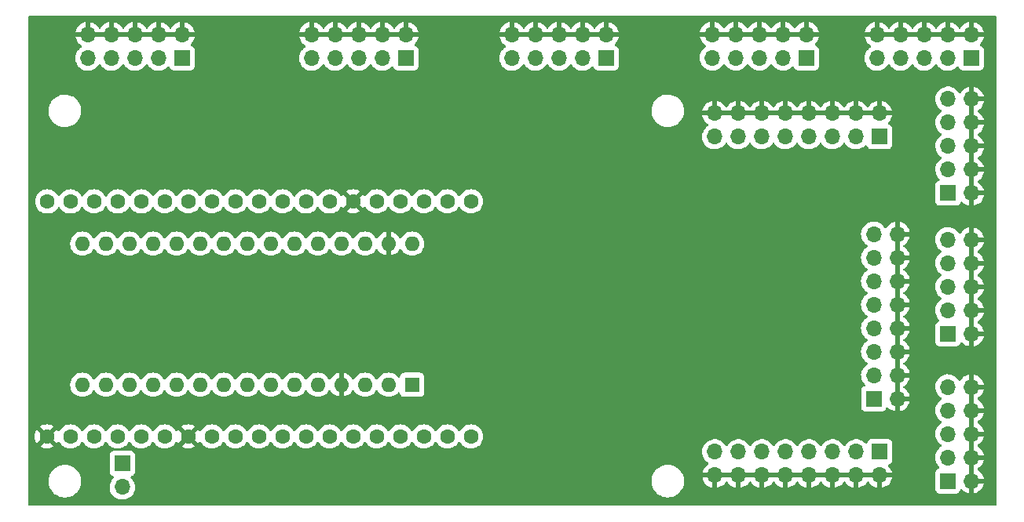
<source format=gbr>
%TF.GenerationSoftware,KiCad,Pcbnew,(6.0.5-0)*%
%TF.CreationDate,2022-06-29T18:32:03+01:00*%
%TF.ProjectId,revised_minh_design,72657669-7365-4645-9f6d-696e685f6465,rev?*%
%TF.SameCoordinates,Original*%
%TF.FileFunction,Copper,L3,Inr*%
%TF.FilePolarity,Positive*%
%FSLAX46Y46*%
G04 Gerber Fmt 4.6, Leading zero omitted, Abs format (unit mm)*
G04 Created by KiCad (PCBNEW (6.0.5-0)) date 2022-06-29 18:32:03*
%MOMM*%
%LPD*%
G01*
G04 APERTURE LIST*
%TA.AperFunction,ComponentPad*%
%ADD10R,1.700000X1.700000*%
%TD*%
%TA.AperFunction,ComponentPad*%
%ADD11O,1.700000X1.700000*%
%TD*%
%TA.AperFunction,ComponentPad*%
%ADD12C,1.600000*%
%TD*%
%TA.AperFunction,ComponentPad*%
%ADD13R,1.600000X1.600000*%
%TD*%
%TA.AperFunction,ComponentPad*%
%ADD14O,1.600000X1.600000*%
%TD*%
%TA.AperFunction,ViaPad*%
%ADD15C,0.800000*%
%TD*%
G04 APERTURE END LIST*
D10*
%TO.N,RX*%
%TO.C,J5*%
X60198000Y-78105000D03*
D11*
%TO.N,TX*%
X60198000Y-80645000D03*
%TD*%
D10*
%TO.N,VoutF*%
%TO.C,J9*%
X149225000Y-48895000D03*
D11*
%TO.N,Earth*%
X151765000Y-48895000D03*
%TO.N,unconnected-(J9-Pad3)*%
X149225000Y-46355000D03*
%TO.N,Earth*%
X151765000Y-46355000D03*
%TO.N,ADC2_5*%
X149225000Y-43815000D03*
%TO.N,Earth*%
X151765000Y-43815000D03*
%TO.N,ADC2_6*%
X149225000Y-41275000D03*
%TO.N,Earth*%
X151765000Y-41275000D03*
%TO.N,ENA6*%
X149225000Y-38735000D03*
%TO.N,Earth*%
X151765000Y-38735000D03*
%TD*%
D10*
%TO.N,ADC2_1*%
%TO.C,J3*%
X141204000Y-71105000D03*
D11*
%TO.N,Earth*%
X143744000Y-71105000D03*
%TO.N,ADC2_2*%
X141204000Y-68565000D03*
%TO.N,Earth*%
X143744000Y-68565000D03*
%TO.N,ADC2_3*%
X141204000Y-66025000D03*
%TO.N,Earth*%
X143744000Y-66025000D03*
%TO.N,ADC2_4*%
X141204000Y-63485000D03*
%TO.N,Earth*%
X143744000Y-63485000D03*
%TO.N,ADC2_5*%
X141204000Y-60945000D03*
%TO.N,Earth*%
X143744000Y-60945000D03*
%TO.N,ADC2_6*%
X141204000Y-58405000D03*
%TO.N,Earth*%
X143744000Y-58405000D03*
%TO.N,ADC2_7*%
X141204000Y-55865000D03*
%TO.N,Earth*%
X143744000Y-55865000D03*
%TO.N,ADC2_8*%
X141204000Y-53325000D03*
%TO.N,Earth*%
X143744000Y-53325000D03*
%TD*%
D10*
%TO.N,VoutA*%
%TO.C,J10*%
X66645000Y-34310000D03*
D11*
%TO.N,Earth*%
X66645000Y-31770000D03*
%TO.N,unconnected-(J10-Pad3)*%
X64105000Y-34310000D03*
%TO.N,Earth*%
X64105000Y-31770000D03*
%TO.N,ADC1_5*%
X61565000Y-34310000D03*
%TO.N,Earth*%
X61565000Y-31770000D03*
%TO.N,ADC1_6*%
X59025000Y-34310000D03*
%TO.N,Earth*%
X59025000Y-31770000D03*
%TO.N,ENA1*%
X56485000Y-34310000D03*
%TO.N,Earth*%
X56485000Y-31770000D03*
%TD*%
D10*
%TO.N,VoutD*%
%TO.C,J6*%
X149205000Y-64105000D03*
D11*
%TO.N,Earth*%
X151745000Y-64105000D03*
%TO.N,unconnected-(J6-Pad3)*%
X149205000Y-61565000D03*
%TO.N,Earth*%
X151745000Y-61565000D03*
%TO.N,ADC2_3*%
X149205000Y-59025000D03*
%TO.N,Earth*%
X151745000Y-59025000D03*
%TO.N,ADC2_4*%
X149205000Y-56485000D03*
%TO.N,Earth*%
X151745000Y-56485000D03*
%TO.N,ENA7*%
X149205000Y-53945000D03*
%TO.N,Earth*%
X151745000Y-53945000D03*
%TD*%
D10*
%TO.N,VoutC*%
%TO.C,J12*%
X90775000Y-34310000D03*
D11*
%TO.N,Earth*%
X90775000Y-31770000D03*
%TO.N,unconnected-(J12-Pad3)*%
X88235000Y-34310000D03*
%TO.N,Earth*%
X88235000Y-31770000D03*
%TO.N,ADC1_7*%
X85695000Y-34310000D03*
%TO.N,Earth*%
X85695000Y-31770000D03*
%TO.N,ADC1_8*%
X83155000Y-34310000D03*
%TO.N,Earth*%
X83155000Y-31770000D03*
%TO.N,ENA2*%
X80615000Y-34310000D03*
%TO.N,Earth*%
X80615000Y-31770000D03*
%TD*%
D10*
%TO.N,VoutB*%
%TO.C,J1*%
X149205000Y-79980000D03*
D11*
%TO.N,Earth*%
X151745000Y-79980000D03*
%TO.N,unconnected-(J1-Pad3)*%
X149205000Y-77440000D03*
%TO.N,Earth*%
X151745000Y-77440000D03*
%TO.N,ADC2_1*%
X149205000Y-74900000D03*
%TO.N,Earth*%
X151745000Y-74900000D03*
%TO.N,ADC2_2*%
X149205000Y-72360000D03*
%TO.N,Earth*%
X151745000Y-72360000D03*
%TO.N,ENA8*%
X149205000Y-69820000D03*
%TO.N,Earth*%
X151745000Y-69820000D03*
%TD*%
D10*
%TO.N,ADC1_1*%
%TO.C,J2*%
X141844000Y-42799000D03*
D11*
%TO.N,Earth*%
X141844000Y-40259000D03*
%TO.N,ADC1_2*%
X139304000Y-42799000D03*
%TO.N,Earth*%
X139304000Y-40259000D03*
%TO.N,ADC1_3*%
X136764000Y-42799000D03*
%TO.N,Earth*%
X136764000Y-40259000D03*
%TO.N,ADC1_4*%
X134224000Y-42799000D03*
%TO.N,Earth*%
X134224000Y-40259000D03*
%TO.N,ADC1_5*%
X131684000Y-42799000D03*
%TO.N,Earth*%
X131684000Y-40259000D03*
%TO.N,ADC1_6*%
X129144000Y-42799000D03*
%TO.N,Earth*%
X129144000Y-40259000D03*
%TO.N,ADC1_7*%
X126604000Y-42799000D03*
%TO.N,Earth*%
X126604000Y-40259000D03*
%TO.N,ADC1_8*%
X124064000Y-42799000D03*
%TO.N,Earth*%
X124064000Y-40259000D03*
%TD*%
D10*
%TO.N,VoutE*%
%TO.C,J8*%
X112365000Y-34310000D03*
D11*
%TO.N,Earth*%
X112365000Y-31770000D03*
%TO.N,unconnected-(J8-Pad3)*%
X109825000Y-34310000D03*
%TO.N,Earth*%
X109825000Y-31770000D03*
%TO.N,ADC1_3*%
X107285000Y-34310000D03*
%TO.N,Earth*%
X107285000Y-31770000D03*
%TO.N,ADC1_4*%
X104745000Y-34310000D03*
%TO.N,Earth*%
X104745000Y-31770000D03*
%TO.N,ENA3*%
X102205000Y-34310000D03*
%TO.N,Earth*%
X102205000Y-31770000D03*
%TD*%
D10*
%TO.N,VoutH*%
%TO.C,J11*%
X151735000Y-34310000D03*
D11*
%TO.N,Earth*%
X151735000Y-31770000D03*
%TO.N,unconnected-(J11-Pad3)*%
X149195000Y-34310000D03*
%TO.N,Earth*%
X149195000Y-31770000D03*
%TO.N,ADC2_7*%
X146655000Y-34310000D03*
%TO.N,Earth*%
X146655000Y-31770000D03*
%TO.N,ADC2_8*%
X144115000Y-34310000D03*
%TO.N,Earth*%
X144115000Y-31770000D03*
%TO.N,ENA5*%
X141575000Y-34310000D03*
%TO.N,Earth*%
X141575000Y-31770000D03*
%TD*%
D10*
%TO.N,VoutG*%
%TO.C,J7*%
X133955000Y-34290000D03*
D11*
%TO.N,Earth*%
X133955000Y-31750000D03*
%TO.N,unconnected-(J7-Pad3)*%
X131415000Y-34290000D03*
%TO.N,Earth*%
X131415000Y-31750000D03*
%TO.N,ADC1_1*%
X128875000Y-34290000D03*
%TO.N,Earth*%
X128875000Y-31750000D03*
%TO.N,ADC1_2*%
X126335000Y-34290000D03*
%TO.N,Earth*%
X126335000Y-31750000D03*
%TO.N,ENA4*%
X123795000Y-34290000D03*
%TO.N,Earth*%
X123795000Y-31750000D03*
%TD*%
D12*
%TO.N,unconnected-(U1-Pad1)*%
%TO.C,U1*%
X97785000Y-75184000D03*
%TO.N,unconnected-(U1-Pad2)*%
X95245000Y-75184000D03*
%TO.N,unconnected-(U1-Pad3)*%
X92705000Y-75184000D03*
%TO.N,ENA8*%
X90165000Y-75184000D03*
%TO.N,ENA7*%
X87625000Y-75184000D03*
%TO.N,unconnected-(U1-Pad6)*%
X85085000Y-75184000D03*
%TO.N,unconnected-(U1-Pad7)*%
X82545000Y-75184000D03*
%TO.N,unconnected-(U1-Pad8)*%
X80005000Y-75184000D03*
%TO.N,unconnected-(U1-Pad9)*%
X77465000Y-75184000D03*
%TO.N,unconnected-(U1-Pad10)*%
X74925000Y-75184000D03*
%TO.N,unconnected-(U1-Pad11)*%
X72385000Y-75184000D03*
%TO.N,unconnected-(U1-Pad12)*%
X69845000Y-75184000D03*
%TO.N,Earth*%
X67305000Y-75184000D03*
%TO.N,unconnected-(U1-Pad14)*%
X64765000Y-75184000D03*
%TO.N,unconnected-(U1-Pad15)*%
X62225000Y-75184000D03*
%TO.N,unconnected-(U1-Pad16)*%
X59685000Y-75184000D03*
%TO.N,unconnected-(U1-Pad17)*%
X57145000Y-75184000D03*
%TO.N,unconnected-(U1-Pad18)*%
X54605000Y-75184000D03*
%TO.N,Earth*%
X52065000Y-75184000D03*
%TO.N,unconnected-(U1-Pad20)*%
X52102143Y-49789715D03*
%TO.N,unconnected-(U1-Pad21)*%
X54599014Y-49789715D03*
%TO.N,unconnected-(U1-Pad22)*%
X57145000Y-49784000D03*
%TO.N,unconnected-(U1-Pad23)*%
X59713572Y-49789715D03*
%TO.N,ENA1*%
X62250715Y-49789715D03*
%TO.N,unconnected-(U1-Pad25)*%
X64765000Y-49784000D03*
%TO.N,unconnected-(U1-Pad26)*%
X67305000Y-49784000D03*
%TO.N,unconnected-(U1-Pad27)*%
X69845000Y-49784000D03*
%TO.N,ENA2*%
X72385000Y-49784000D03*
%TO.N,ENA3*%
X74925000Y-49784000D03*
%TO.N,ENA4*%
X77465000Y-49784000D03*
%TO.N,unconnected-(U1-Pad31)*%
X80010715Y-49789715D03*
%TO.N,unconnected-(U1-Pad32)*%
X82547858Y-49789715D03*
%TO.N,Earth*%
X85085000Y-49784000D03*
%TO.N,unconnected-(U1-Pad34)*%
X87625000Y-49784000D03*
%TO.N,unconnected-(U1-Pad35)*%
X90165000Y-49784000D03*
%TO.N,unconnected-(U1-Pad36)*%
X92705000Y-49784000D03*
%TO.N,unconnected-(U1-Pad37)*%
X95245000Y-49784000D03*
%TO.N,unconnected-(U1-Pad38)*%
X97785000Y-49784000D03*
%TD*%
D10*
%TO.N,VoutB*%
%TO.C,J4*%
X141859000Y-76835000D03*
D11*
%TO.N,Earth*%
X141859000Y-79375000D03*
%TO.N,VoutD*%
X139319000Y-76835000D03*
%TO.N,Earth*%
X139319000Y-79375000D03*
%TO.N,VoutF*%
X136779000Y-76835000D03*
%TO.N,Earth*%
X136779000Y-79375000D03*
%TO.N,VoutH*%
X134239000Y-76835000D03*
%TO.N,Earth*%
X134239000Y-79375000D03*
%TO.N,VoutG*%
X131699000Y-76835000D03*
%TO.N,Earth*%
X131699000Y-79375000D03*
%TO.N,VoutE*%
X129159000Y-76835000D03*
%TO.N,Earth*%
X129159000Y-79375000D03*
%TO.N,VoutC*%
X126619000Y-76835000D03*
%TO.N,Earth*%
X126619000Y-79375000D03*
%TO.N,VoutA*%
X124079000Y-76835000D03*
%TO.N,Earth*%
X124079000Y-79375000D03*
%TD*%
D13*
%TO.N,unconnected-(A1-Pad1)*%
%TO.C,A1*%
X91440000Y-69596000D03*
D14*
%TO.N,unconnected-(A1-Pad2)*%
X88900000Y-69596000D03*
%TO.N,unconnected-(A1-Pad3)*%
X86360000Y-69596000D03*
%TO.N,Earth*%
X83820000Y-69596000D03*
%TO.N,unconnected-(A1-Pad5)*%
X81280000Y-69596000D03*
%TO.N,unconnected-(A1-Pad6)*%
X78740000Y-69596000D03*
%TO.N,unconnected-(A1-Pad7)*%
X76200000Y-69596000D03*
%TO.N,ENA8*%
X73660000Y-69596000D03*
%TO.N,ENA7*%
X71120000Y-69596000D03*
%TO.N,ENA6*%
X68580000Y-69596000D03*
%TO.N,ENA5*%
X66040000Y-69596000D03*
%TO.N,unconnected-(A1-Pad12)*%
X63500000Y-69596000D03*
%TO.N,unconnected-(A1-Pad13)*%
X60960000Y-69596000D03*
%TO.N,unconnected-(A1-Pad14)*%
X58420000Y-69596000D03*
%TO.N,unconnected-(A1-Pad15)*%
X55880000Y-69596000D03*
%TO.N,unconnected-(A1-Pad16)*%
X55880000Y-54356000D03*
%TO.N,unconnected-(A1-Pad17)*%
X58420000Y-54356000D03*
%TO.N,unconnected-(A1-Pad18)*%
X60960000Y-54356000D03*
%TO.N,unconnected-(A1-Pad19)*%
X63500000Y-54356000D03*
%TO.N,unconnected-(A1-Pad20)*%
X66040000Y-54356000D03*
%TO.N,unconnected-(A1-Pad21)*%
X68580000Y-54356000D03*
%TO.N,ENA1*%
X71120000Y-54356000D03*
%TO.N,ENA2*%
X73660000Y-54356000D03*
%TO.N,ENA3*%
X76200000Y-54356000D03*
%TO.N,ENA4*%
X78740000Y-54356000D03*
%TO.N,unconnected-(A1-Pad26)*%
X81280000Y-54356000D03*
%TO.N,unconnected-(A1-Pad27)*%
X83820000Y-54356000D03*
%TO.N,unconnected-(A1-Pad28)*%
X86360000Y-54356000D03*
%TO.N,Earth*%
X88900000Y-54356000D03*
%TO.N,unconnected-(A1-Pad30)*%
X91440000Y-54356000D03*
%TD*%
D15*
%TO.N,Earth*%
X125476000Y-51816000D03*
X117856000Y-61976000D03*
X65024000Y-65532000D03*
X109855000Y-74041000D03*
X107315000Y-71501000D03*
X73406000Y-38735000D03*
X118110000Y-56642000D03*
X130048000Y-57912000D03*
X117094000Y-71882000D03*
X126746000Y-53086000D03*
X114808000Y-74168000D03*
X85852000Y-40640000D03*
X120650000Y-59182000D03*
X110998000Y-70358000D03*
X121920000Y-52832000D03*
X102489000Y-71247000D03*
X117856000Y-64516000D03*
X144780000Y-46228000D03*
X84074000Y-65532000D03*
X124968000Y-63246000D03*
X139192000Y-30988000D03*
X128016000Y-54356000D03*
X103378000Y-49276000D03*
X102489000Y-73787000D03*
X68834000Y-66548000D03*
X72136000Y-37465000D03*
X76962000Y-65532000D03*
X136652000Y-33528000D03*
X124460000Y-55372000D03*
X116586000Y-63246000D03*
X105410000Y-39370000D03*
X130048000Y-60960000D03*
X114554000Y-69342000D03*
X118110000Y-54102000D03*
X63754000Y-64262000D03*
X143256000Y-47752000D03*
X136652000Y-30988000D03*
X106426000Y-53340000D03*
X103759000Y-72517000D03*
X113538000Y-72898000D03*
X112776000Y-59436000D03*
X87376000Y-40640000D03*
X67564000Y-44704000D03*
X137160000Y-52324000D03*
X115316000Y-61976000D03*
X127508000Y-63246000D03*
X116078000Y-75438000D03*
X102870000Y-39370000D03*
X124206000Y-50546000D03*
X137922000Y-34798000D03*
X105029000Y-73787000D03*
X139192000Y-33528000D03*
X109728000Y-69088000D03*
X105029000Y-76327000D03*
X116586000Y-63246000D03*
X108458000Y-60960000D03*
X103759000Y-75057000D03*
X78232000Y-43180000D03*
X102870000Y-41910000D03*
X73406000Y-36195000D03*
X115824000Y-70612000D03*
X63754000Y-66802000D03*
X79121000Y-38735000D03*
X112268000Y-49022000D03*
X108966000Y-53340000D03*
X145288000Y-36576000D03*
X128524000Y-59436000D03*
X115570000Y-54102000D03*
X111125000Y-75311000D03*
X112776000Y-56896000D03*
X104140000Y-40640000D03*
X80391000Y-37465000D03*
X106045000Y-72771000D03*
X73406000Y-33655000D03*
X80518000Y-65532000D03*
X72136000Y-34925000D03*
X88900000Y-40640000D03*
X122682000Y-70104000D03*
X121920000Y-50292000D03*
X107696000Y-52070000D03*
X126238000Y-61976000D03*
X112268000Y-51562000D03*
X108585000Y-72771000D03*
X113284000Y-70612000D03*
X126746000Y-50546000D03*
X120650000Y-59182000D03*
X65024000Y-44704000D03*
X67564000Y-47244000D03*
X117094000Y-74422000D03*
X102108000Y-50546000D03*
X80391000Y-40005000D03*
X66294000Y-43434000D03*
X115316000Y-61976000D03*
X108458000Y-70358000D03*
X107696000Y-54610000D03*
X110998000Y-63500000D03*
X125222000Y-70104000D03*
X106680000Y-40640000D03*
X66294000Y-45974000D03*
X116586000Y-60706000D03*
X109728000Y-62230000D03*
X120650000Y-56642000D03*
X119380000Y-57912000D03*
X121920000Y-57912000D03*
X115316000Y-59436000D03*
X144780000Y-47752000D03*
X121920000Y-57912000D03*
X108458000Y-63500000D03*
X114046000Y-60706000D03*
X113538000Y-50292000D03*
X123952000Y-68834000D03*
X126238000Y-64516000D03*
X125730000Y-54102000D03*
X114046000Y-58166000D03*
X119380000Y-55372000D03*
X116840000Y-55372000D03*
X123190000Y-51562000D03*
X65024000Y-47244000D03*
X120650000Y-56642000D03*
X110998000Y-50292000D03*
X101600000Y-40640000D03*
X125730000Y-56642000D03*
X117856000Y-61976000D03*
X74676000Y-34925000D03*
X112268000Y-74168000D03*
X106299000Y-75057000D03*
X123952000Y-71374000D03*
X120650000Y-51562000D03*
X112268000Y-71628000D03*
X75184000Y-43180000D03*
X145288000Y-38100000D03*
X105410000Y-41910000D03*
X101219000Y-72517000D03*
X107315000Y-74041000D03*
X74676000Y-37465000D03*
X119380000Y-57912000D03*
X109728000Y-64770000D03*
X76708000Y-44704000D03*
X137922000Y-32258000D03*
X81661000Y-38735000D03*
X123190000Y-54102000D03*
X123190000Y-59182000D03*
X62484000Y-65532000D03*
X124460000Y-52832000D03*
X128016000Y-51816000D03*
%TD*%
%TA.AperFunction,Conductor*%
%TO.N,Earth*%
G36*
X154373621Y-29738502D02*
G01*
X154420114Y-29792158D01*
X154431500Y-29844500D01*
X154431500Y-82550500D01*
X154411498Y-82618621D01*
X154357842Y-82665114D01*
X154305500Y-82676500D01*
X50164500Y-82676500D01*
X50096379Y-82656498D01*
X50049886Y-82602842D01*
X50038500Y-82550500D01*
X50038500Y-80107655D01*
X52239858Y-80107655D01*
X52275104Y-80366638D01*
X52276412Y-80371124D01*
X52276412Y-80371126D01*
X52289883Y-80417342D01*
X52348243Y-80617567D01*
X52457668Y-80854928D01*
X52470642Y-80874717D01*
X52598410Y-81069596D01*
X52598414Y-81069601D01*
X52600976Y-81073509D01*
X52775018Y-81268506D01*
X52975970Y-81435637D01*
X52979973Y-81438066D01*
X53195422Y-81568804D01*
X53195426Y-81568806D01*
X53199419Y-81571229D01*
X53440455Y-81672303D01*
X53693783Y-81736641D01*
X53698434Y-81737109D01*
X53698438Y-81737110D01*
X53891308Y-81756531D01*
X53910867Y-81758500D01*
X54066354Y-81758500D01*
X54068679Y-81758327D01*
X54068685Y-81758327D01*
X54256000Y-81744407D01*
X54256004Y-81744406D01*
X54260652Y-81744061D01*
X54265200Y-81743032D01*
X54265206Y-81743031D01*
X54503229Y-81689171D01*
X54515577Y-81686377D01*
X54519931Y-81684684D01*
X54754824Y-81593340D01*
X54754827Y-81593339D01*
X54759177Y-81591647D01*
X54986098Y-81461951D01*
X55191357Y-81300138D01*
X55370443Y-81109763D01*
X55519424Y-80895009D01*
X55541284Y-80850682D01*
X55632960Y-80664781D01*
X55632961Y-80664778D01*
X55635025Y-80660593D01*
X55650678Y-80611695D01*
X58835251Y-80611695D01*
X58835548Y-80616848D01*
X58835548Y-80616851D01*
X58840884Y-80709393D01*
X58848110Y-80834715D01*
X58849247Y-80839761D01*
X58849248Y-80839767D01*
X58860753Y-80890816D01*
X58897222Y-81052639D01*
X58981266Y-81259616D01*
X59097987Y-81450088D01*
X59244250Y-81618938D01*
X59416126Y-81761632D01*
X59609000Y-81874338D01*
X59817692Y-81954030D01*
X59822760Y-81955061D01*
X59822763Y-81955062D01*
X59930017Y-81976883D01*
X60036597Y-81998567D01*
X60041772Y-81998757D01*
X60041774Y-81998757D01*
X60254673Y-82006564D01*
X60254677Y-82006564D01*
X60259837Y-82006753D01*
X60264957Y-82006097D01*
X60264959Y-82006097D01*
X60476288Y-81979025D01*
X60476289Y-81979025D01*
X60481416Y-81978368D01*
X60486366Y-81976883D01*
X60690429Y-81915661D01*
X60690434Y-81915659D01*
X60695384Y-81914174D01*
X60895994Y-81815896D01*
X61077860Y-81686173D01*
X61236096Y-81528489D01*
X61295594Y-81445689D01*
X61363435Y-81351277D01*
X61366453Y-81347077D01*
X61370875Y-81338131D01*
X61463136Y-81151453D01*
X61463137Y-81151451D01*
X61465430Y-81146811D01*
X61502806Y-81023792D01*
X61528865Y-80938023D01*
X61528865Y-80938021D01*
X61530370Y-80933069D01*
X61559529Y-80711590D01*
X61559611Y-80708240D01*
X61561074Y-80648365D01*
X61561074Y-80648361D01*
X61561156Y-80645000D01*
X61542852Y-80422361D01*
X61488431Y-80205702D01*
X61445799Y-80107655D01*
X117239858Y-80107655D01*
X117275104Y-80366638D01*
X117276412Y-80371124D01*
X117276412Y-80371126D01*
X117289883Y-80417342D01*
X117348243Y-80617567D01*
X117457668Y-80854928D01*
X117470642Y-80874717D01*
X117598410Y-81069596D01*
X117598414Y-81069601D01*
X117600976Y-81073509D01*
X117775018Y-81268506D01*
X117975970Y-81435637D01*
X117979973Y-81438066D01*
X118195422Y-81568804D01*
X118195426Y-81568806D01*
X118199419Y-81571229D01*
X118440455Y-81672303D01*
X118693783Y-81736641D01*
X118698434Y-81737109D01*
X118698438Y-81737110D01*
X118891308Y-81756531D01*
X118910867Y-81758500D01*
X119066354Y-81758500D01*
X119068679Y-81758327D01*
X119068685Y-81758327D01*
X119256000Y-81744407D01*
X119256004Y-81744406D01*
X119260652Y-81744061D01*
X119265200Y-81743032D01*
X119265206Y-81743031D01*
X119503229Y-81689171D01*
X119515577Y-81686377D01*
X119519931Y-81684684D01*
X119754824Y-81593340D01*
X119754827Y-81593339D01*
X119759177Y-81591647D01*
X119986098Y-81461951D01*
X120191357Y-81300138D01*
X120370443Y-81109763D01*
X120519424Y-80895009D01*
X120541284Y-80850682D01*
X120632960Y-80664781D01*
X120632961Y-80664778D01*
X120635025Y-80660593D01*
X120654012Y-80601279D01*
X120713280Y-80416123D01*
X120714707Y-80411665D01*
X120756721Y-80153693D01*
X120760142Y-79892345D01*
X120726203Y-79642966D01*
X122747257Y-79642966D01*
X122777565Y-79777446D01*
X122780645Y-79787275D01*
X122860770Y-79984603D01*
X122865413Y-79993794D01*
X122976694Y-80175388D01*
X122982777Y-80183699D01*
X123122213Y-80344667D01*
X123129580Y-80351883D01*
X123293434Y-80487916D01*
X123301881Y-80493831D01*
X123485756Y-80601279D01*
X123495042Y-80605729D01*
X123694001Y-80681703D01*
X123703899Y-80684579D01*
X123807250Y-80705606D01*
X123821299Y-80704410D01*
X123825000Y-80694065D01*
X123825000Y-80693517D01*
X124333000Y-80693517D01*
X124337064Y-80707359D01*
X124350478Y-80709393D01*
X124357184Y-80708534D01*
X124367262Y-80706392D01*
X124571255Y-80645191D01*
X124580842Y-80641433D01*
X124772095Y-80547739D01*
X124780945Y-80542464D01*
X124954328Y-80418792D01*
X124962200Y-80412139D01*
X125113052Y-80261812D01*
X125119730Y-80253965D01*
X125247022Y-80076819D01*
X125248147Y-80077627D01*
X125295669Y-80033876D01*
X125365607Y-80021661D01*
X125431046Y-80049197D01*
X125458870Y-80081028D01*
X125516690Y-80175383D01*
X125522777Y-80183699D01*
X125662213Y-80344667D01*
X125669580Y-80351883D01*
X125833434Y-80487916D01*
X125841881Y-80493831D01*
X126025756Y-80601279D01*
X126035042Y-80605729D01*
X126234001Y-80681703D01*
X126243899Y-80684579D01*
X126347250Y-80705606D01*
X126361299Y-80704410D01*
X126365000Y-80694065D01*
X126365000Y-80693517D01*
X126873000Y-80693517D01*
X126877064Y-80707359D01*
X126890478Y-80709393D01*
X126897184Y-80708534D01*
X126907262Y-80706392D01*
X127111255Y-80645191D01*
X127120842Y-80641433D01*
X127312095Y-80547739D01*
X127320945Y-80542464D01*
X127494328Y-80418792D01*
X127502200Y-80412139D01*
X127653052Y-80261812D01*
X127659730Y-80253965D01*
X127787022Y-80076819D01*
X127788147Y-80077627D01*
X127835669Y-80033876D01*
X127905607Y-80021661D01*
X127971046Y-80049197D01*
X127998870Y-80081028D01*
X128056690Y-80175383D01*
X128062777Y-80183699D01*
X128202213Y-80344667D01*
X128209580Y-80351883D01*
X128373434Y-80487916D01*
X128381881Y-80493831D01*
X128565756Y-80601279D01*
X128575042Y-80605729D01*
X128774001Y-80681703D01*
X128783899Y-80684579D01*
X128887250Y-80705606D01*
X128901299Y-80704410D01*
X128905000Y-80694065D01*
X128905000Y-80693517D01*
X129413000Y-80693517D01*
X129417064Y-80707359D01*
X129430478Y-80709393D01*
X129437184Y-80708534D01*
X129447262Y-80706392D01*
X129651255Y-80645191D01*
X129660842Y-80641433D01*
X129852095Y-80547739D01*
X129860945Y-80542464D01*
X130034328Y-80418792D01*
X130042200Y-80412139D01*
X130193052Y-80261812D01*
X130199730Y-80253965D01*
X130327022Y-80076819D01*
X130328147Y-80077627D01*
X130375669Y-80033876D01*
X130445607Y-80021661D01*
X130511046Y-80049197D01*
X130538870Y-80081028D01*
X130596690Y-80175383D01*
X130602777Y-80183699D01*
X130742213Y-80344667D01*
X130749580Y-80351883D01*
X130913434Y-80487916D01*
X130921881Y-80493831D01*
X131105756Y-80601279D01*
X131115042Y-80605729D01*
X131314001Y-80681703D01*
X131323899Y-80684579D01*
X131427250Y-80705606D01*
X131441299Y-80704410D01*
X131445000Y-80694065D01*
X131445000Y-80693517D01*
X131953000Y-80693517D01*
X131957064Y-80707359D01*
X131970478Y-80709393D01*
X131977184Y-80708534D01*
X131987262Y-80706392D01*
X132191255Y-80645191D01*
X132200842Y-80641433D01*
X132392095Y-80547739D01*
X132400945Y-80542464D01*
X132574328Y-80418792D01*
X132582200Y-80412139D01*
X132733052Y-80261812D01*
X132739730Y-80253965D01*
X132867022Y-80076819D01*
X132868147Y-80077627D01*
X132915669Y-80033876D01*
X132985607Y-80021661D01*
X133051046Y-80049197D01*
X133078870Y-80081028D01*
X133136690Y-80175383D01*
X133142777Y-80183699D01*
X133282213Y-80344667D01*
X133289580Y-80351883D01*
X133453434Y-80487916D01*
X133461881Y-80493831D01*
X133645756Y-80601279D01*
X133655042Y-80605729D01*
X133854001Y-80681703D01*
X133863899Y-80684579D01*
X133967250Y-80705606D01*
X133981299Y-80704410D01*
X133985000Y-80694065D01*
X133985000Y-80693517D01*
X134493000Y-80693517D01*
X134497064Y-80707359D01*
X134510478Y-80709393D01*
X134517184Y-80708534D01*
X134527262Y-80706392D01*
X134731255Y-80645191D01*
X134740842Y-80641433D01*
X134932095Y-80547739D01*
X134940945Y-80542464D01*
X135114328Y-80418792D01*
X135122200Y-80412139D01*
X135273052Y-80261812D01*
X135279730Y-80253965D01*
X135407022Y-80076819D01*
X135408147Y-80077627D01*
X135455669Y-80033876D01*
X135525607Y-80021661D01*
X135591046Y-80049197D01*
X135618870Y-80081028D01*
X135676690Y-80175383D01*
X135682777Y-80183699D01*
X135822213Y-80344667D01*
X135829580Y-80351883D01*
X135993434Y-80487916D01*
X136001881Y-80493831D01*
X136185756Y-80601279D01*
X136195042Y-80605729D01*
X136394001Y-80681703D01*
X136403899Y-80684579D01*
X136507250Y-80705606D01*
X136521299Y-80704410D01*
X136525000Y-80694065D01*
X136525000Y-80693517D01*
X137033000Y-80693517D01*
X137037064Y-80707359D01*
X137050478Y-80709393D01*
X137057184Y-80708534D01*
X137067262Y-80706392D01*
X137271255Y-80645191D01*
X137280842Y-80641433D01*
X137472095Y-80547739D01*
X137480945Y-80542464D01*
X137654328Y-80418792D01*
X137662200Y-80412139D01*
X137813052Y-80261812D01*
X137819730Y-80253965D01*
X137947022Y-80076819D01*
X137948147Y-80077627D01*
X137995669Y-80033876D01*
X138065607Y-80021661D01*
X138131046Y-80049197D01*
X138158870Y-80081028D01*
X138216690Y-80175383D01*
X138222777Y-80183699D01*
X138362213Y-80344667D01*
X138369580Y-80351883D01*
X138533434Y-80487916D01*
X138541881Y-80493831D01*
X138725756Y-80601279D01*
X138735042Y-80605729D01*
X138934001Y-80681703D01*
X138943899Y-80684579D01*
X139047250Y-80705606D01*
X139061299Y-80704410D01*
X139065000Y-80694065D01*
X139065000Y-80693517D01*
X139573000Y-80693517D01*
X139577064Y-80707359D01*
X139590478Y-80709393D01*
X139597184Y-80708534D01*
X139607262Y-80706392D01*
X139811255Y-80645191D01*
X139820842Y-80641433D01*
X140012095Y-80547739D01*
X140020945Y-80542464D01*
X140194328Y-80418792D01*
X140202200Y-80412139D01*
X140353052Y-80261812D01*
X140359730Y-80253965D01*
X140487022Y-80076819D01*
X140488147Y-80077627D01*
X140535669Y-80033876D01*
X140605607Y-80021661D01*
X140671046Y-80049197D01*
X140698870Y-80081028D01*
X140756690Y-80175383D01*
X140762777Y-80183699D01*
X140902213Y-80344667D01*
X140909580Y-80351883D01*
X141073434Y-80487916D01*
X141081881Y-80493831D01*
X141265756Y-80601279D01*
X141275042Y-80605729D01*
X141474001Y-80681703D01*
X141483899Y-80684579D01*
X141587250Y-80705606D01*
X141601299Y-80704410D01*
X141605000Y-80694065D01*
X141605000Y-80693517D01*
X142113000Y-80693517D01*
X142117064Y-80707359D01*
X142130478Y-80709393D01*
X142137184Y-80708534D01*
X142147262Y-80706392D01*
X142351255Y-80645191D01*
X142360842Y-80641433D01*
X142552095Y-80547739D01*
X142560945Y-80542464D01*
X142734328Y-80418792D01*
X142742200Y-80412139D01*
X142893052Y-80261812D01*
X142899730Y-80253965D01*
X143024003Y-80081020D01*
X143029313Y-80072183D01*
X143123670Y-79881267D01*
X143127469Y-79871672D01*
X143189377Y-79667910D01*
X143191555Y-79657837D01*
X143192986Y-79646962D01*
X143190775Y-79632778D01*
X143177617Y-79629000D01*
X142131115Y-79629000D01*
X142115876Y-79633475D01*
X142114671Y-79634865D01*
X142113000Y-79642548D01*
X142113000Y-80693517D01*
X141605000Y-80693517D01*
X141605000Y-79647115D01*
X141600525Y-79631876D01*
X141599135Y-79630671D01*
X141591452Y-79629000D01*
X139591115Y-79629000D01*
X139575876Y-79633475D01*
X139574671Y-79634865D01*
X139573000Y-79642548D01*
X139573000Y-80693517D01*
X139065000Y-80693517D01*
X139065000Y-79647115D01*
X139060525Y-79631876D01*
X139059135Y-79630671D01*
X139051452Y-79629000D01*
X137051115Y-79629000D01*
X137035876Y-79633475D01*
X137034671Y-79634865D01*
X137033000Y-79642548D01*
X137033000Y-80693517D01*
X136525000Y-80693517D01*
X136525000Y-79647115D01*
X136520525Y-79631876D01*
X136519135Y-79630671D01*
X136511452Y-79629000D01*
X134511115Y-79629000D01*
X134495876Y-79633475D01*
X134494671Y-79634865D01*
X134493000Y-79642548D01*
X134493000Y-80693517D01*
X133985000Y-80693517D01*
X133985000Y-79647115D01*
X133980525Y-79631876D01*
X133979135Y-79630671D01*
X133971452Y-79629000D01*
X131971115Y-79629000D01*
X131955876Y-79633475D01*
X131954671Y-79634865D01*
X131953000Y-79642548D01*
X131953000Y-80693517D01*
X131445000Y-80693517D01*
X131445000Y-79647115D01*
X131440525Y-79631876D01*
X131439135Y-79630671D01*
X131431452Y-79629000D01*
X129431115Y-79629000D01*
X129415876Y-79633475D01*
X129414671Y-79634865D01*
X129413000Y-79642548D01*
X129413000Y-80693517D01*
X128905000Y-80693517D01*
X128905000Y-79647115D01*
X128900525Y-79631876D01*
X128899135Y-79630671D01*
X128891452Y-79629000D01*
X126891115Y-79629000D01*
X126875876Y-79633475D01*
X126874671Y-79634865D01*
X126873000Y-79642548D01*
X126873000Y-80693517D01*
X126365000Y-80693517D01*
X126365000Y-79647115D01*
X126360525Y-79631876D01*
X126359135Y-79630671D01*
X126351452Y-79629000D01*
X124351115Y-79629000D01*
X124335876Y-79633475D01*
X124334671Y-79634865D01*
X124333000Y-79642548D01*
X124333000Y-80693517D01*
X123825000Y-80693517D01*
X123825000Y-79647115D01*
X123820525Y-79631876D01*
X123819135Y-79630671D01*
X123811452Y-79629000D01*
X122762225Y-79629000D01*
X122748694Y-79632973D01*
X122747257Y-79642966D01*
X120726203Y-79642966D01*
X120724896Y-79633362D01*
X120723359Y-79628087D01*
X120659433Y-79408768D01*
X120651757Y-79382433D01*
X120542332Y-79145072D01*
X120451501Y-79006531D01*
X120401590Y-78930404D01*
X120401586Y-78930399D01*
X120399024Y-78926491D01*
X120224982Y-78731494D01*
X120024030Y-78564363D01*
X119886937Y-78481173D01*
X119804578Y-78431196D01*
X119804574Y-78431194D01*
X119800581Y-78428771D01*
X119559545Y-78327697D01*
X119306217Y-78263359D01*
X119301566Y-78262891D01*
X119301562Y-78262890D01*
X119092271Y-78241816D01*
X119089133Y-78241500D01*
X118933646Y-78241500D01*
X118931321Y-78241673D01*
X118931315Y-78241673D01*
X118744000Y-78255593D01*
X118743996Y-78255594D01*
X118739348Y-78255939D01*
X118734800Y-78256968D01*
X118734794Y-78256969D01*
X118593554Y-78288929D01*
X118484423Y-78313623D01*
X118480071Y-78315315D01*
X118480069Y-78315316D01*
X118245176Y-78406660D01*
X118245173Y-78406661D01*
X118240823Y-78408353D01*
X118236769Y-78410670D01*
X118236767Y-78410671D01*
X118205099Y-78428771D01*
X118013902Y-78538049D01*
X117808643Y-78699862D01*
X117629557Y-78890237D01*
X117551237Y-79003134D01*
X117497210Y-79081014D01*
X117480576Y-79104991D01*
X117478510Y-79109181D01*
X117478508Y-79109184D01*
X117460966Y-79144757D01*
X117364975Y-79339407D01*
X117363553Y-79343850D01*
X117363552Y-79343852D01*
X117310497Y-79509598D01*
X117285293Y-79588335D01*
X117243279Y-79846307D01*
X117242737Y-79887711D01*
X117240207Y-80081028D01*
X117239858Y-80107655D01*
X61445799Y-80107655D01*
X61399354Y-80000840D01*
X61332191Y-79897022D01*
X61280822Y-79817617D01*
X61280820Y-79817614D01*
X61278014Y-79813277D01*
X61274532Y-79809450D01*
X61130798Y-79651488D01*
X61099746Y-79587642D01*
X61108141Y-79517143D01*
X61153317Y-79462375D01*
X61179761Y-79448706D01*
X61286297Y-79408767D01*
X61294705Y-79405615D01*
X61411261Y-79318261D01*
X61498615Y-79201705D01*
X61549745Y-79065316D01*
X61556500Y-79003134D01*
X61556500Y-77206866D01*
X61549745Y-77144684D01*
X61498615Y-77008295D01*
X61411261Y-76891739D01*
X61294705Y-76804385D01*
X61287529Y-76801695D01*
X122716251Y-76801695D01*
X122716548Y-76806848D01*
X122716548Y-76806851D01*
X122721443Y-76891739D01*
X122729110Y-77024715D01*
X122730247Y-77029761D01*
X122730248Y-77029767D01*
X122754304Y-77136508D01*
X122778222Y-77242639D01*
X122862266Y-77449616D01*
X122899685Y-77510678D01*
X122976291Y-77635688D01*
X122978987Y-77640088D01*
X123125250Y-77808938D01*
X123201846Y-77872529D01*
X123285297Y-77941811D01*
X123297126Y-77951632D01*
X123370955Y-77994774D01*
X123419679Y-78046412D01*
X123432750Y-78116195D01*
X123406019Y-78181967D01*
X123365562Y-78215327D01*
X123357457Y-78219546D01*
X123348738Y-78225036D01*
X123178433Y-78352905D01*
X123170726Y-78359748D01*
X123023590Y-78513717D01*
X123017104Y-78521727D01*
X122897098Y-78697649D01*
X122892000Y-78706623D01*
X122802338Y-78899783D01*
X122798775Y-78909470D01*
X122743389Y-79109183D01*
X122744912Y-79117607D01*
X122757292Y-79121000D01*
X143177344Y-79121000D01*
X143190875Y-79117027D01*
X143192180Y-79107947D01*
X143150214Y-78940875D01*
X143146894Y-78931124D01*
X143061972Y-78735814D01*
X143057105Y-78726739D01*
X142941426Y-78547926D01*
X142935136Y-78539757D01*
X142791293Y-78381677D01*
X142760241Y-78317831D01*
X142768635Y-78247333D01*
X142813812Y-78192564D01*
X142840256Y-78178895D01*
X142947297Y-78138767D01*
X142955705Y-78135615D01*
X143072261Y-78048261D01*
X143159615Y-77931705D01*
X143210745Y-77795316D01*
X143217500Y-77733134D01*
X143217500Y-77406695D01*
X147842251Y-77406695D01*
X147842548Y-77411848D01*
X147842548Y-77411851D01*
X147849769Y-77537077D01*
X147855110Y-77629715D01*
X147856247Y-77634761D01*
X147856248Y-77634767D01*
X147875116Y-77718489D01*
X147904222Y-77847639D01*
X147945107Y-77948327D01*
X147985686Y-78048261D01*
X147988266Y-78054616D01*
X147990965Y-78059020D01*
X148091064Y-78222367D01*
X148104987Y-78245088D01*
X148251250Y-78413938D01*
X148255230Y-78417242D01*
X148259981Y-78421187D01*
X148299616Y-78480090D01*
X148301113Y-78551071D01*
X148263997Y-78611593D01*
X148223724Y-78636112D01*
X148108295Y-78679385D01*
X147991739Y-78766739D01*
X147904385Y-78883295D01*
X147853255Y-79019684D01*
X147846500Y-79081866D01*
X147846500Y-80878134D01*
X147853255Y-80940316D01*
X147904385Y-81076705D01*
X147991739Y-81193261D01*
X148108295Y-81280615D01*
X148244684Y-81331745D01*
X148306866Y-81338500D01*
X150103134Y-81338500D01*
X150165316Y-81331745D01*
X150301705Y-81280615D01*
X150418261Y-81193261D01*
X150505615Y-81076705D01*
X150514637Y-81052639D01*
X150549798Y-80958848D01*
X150592440Y-80902084D01*
X150659001Y-80877384D01*
X150728350Y-80892592D01*
X150763017Y-80920580D01*
X150788218Y-80949673D01*
X150795580Y-80956883D01*
X150959434Y-81092916D01*
X150967881Y-81098831D01*
X151151756Y-81206279D01*
X151161042Y-81210729D01*
X151360001Y-81286703D01*
X151369899Y-81289579D01*
X151473250Y-81310606D01*
X151487299Y-81309410D01*
X151491000Y-81299065D01*
X151491000Y-81298517D01*
X151999000Y-81298517D01*
X152003064Y-81312359D01*
X152016478Y-81314393D01*
X152023184Y-81313534D01*
X152033262Y-81311392D01*
X152237255Y-81250191D01*
X152246842Y-81246433D01*
X152438095Y-81152739D01*
X152446945Y-81147464D01*
X152620328Y-81023792D01*
X152628200Y-81017139D01*
X152779052Y-80866812D01*
X152785730Y-80858965D01*
X152910003Y-80686020D01*
X152915313Y-80677183D01*
X153009670Y-80486267D01*
X153013469Y-80476672D01*
X153075377Y-80272910D01*
X153077555Y-80262837D01*
X153078986Y-80251962D01*
X153076775Y-80237778D01*
X153063617Y-80234000D01*
X152017115Y-80234000D01*
X152001876Y-80238475D01*
X152000671Y-80239865D01*
X151999000Y-80247548D01*
X151999000Y-81298517D01*
X151491000Y-81298517D01*
X151491000Y-79707885D01*
X151999000Y-79707885D01*
X152003475Y-79723124D01*
X152004865Y-79724329D01*
X152012548Y-79726000D01*
X153063344Y-79726000D01*
X153076875Y-79722027D01*
X153078180Y-79712947D01*
X153036214Y-79545875D01*
X153032894Y-79536124D01*
X152947972Y-79340814D01*
X152943105Y-79331739D01*
X152827426Y-79152926D01*
X152821136Y-79144757D01*
X152677806Y-78987240D01*
X152670273Y-78980215D01*
X152503139Y-78848222D01*
X152494552Y-78842517D01*
X152457116Y-78821851D01*
X152407146Y-78771419D01*
X152392374Y-78701976D01*
X152417490Y-78635571D01*
X152444842Y-78608964D01*
X152620327Y-78483792D01*
X152628200Y-78477139D01*
X152779052Y-78326812D01*
X152785730Y-78318965D01*
X152910003Y-78146020D01*
X152915313Y-78137183D01*
X153009670Y-77946267D01*
X153013469Y-77936672D01*
X153075377Y-77732910D01*
X153077555Y-77722837D01*
X153078986Y-77711962D01*
X153076775Y-77697778D01*
X153063617Y-77694000D01*
X152017115Y-77694000D01*
X152001876Y-77698475D01*
X152000671Y-77699865D01*
X151999000Y-77707548D01*
X151999000Y-79707885D01*
X151491000Y-79707885D01*
X151491000Y-77167885D01*
X151999000Y-77167885D01*
X152003475Y-77183124D01*
X152004865Y-77184329D01*
X152012548Y-77186000D01*
X153063344Y-77186000D01*
X153076875Y-77182027D01*
X153078180Y-77172947D01*
X153036214Y-77005875D01*
X153032894Y-76996124D01*
X152947972Y-76800814D01*
X152943105Y-76791739D01*
X152827426Y-76612926D01*
X152821136Y-76604757D01*
X152677806Y-76447240D01*
X152670273Y-76440215D01*
X152503139Y-76308222D01*
X152494552Y-76302517D01*
X152457116Y-76281851D01*
X152407146Y-76231419D01*
X152392374Y-76161976D01*
X152417490Y-76095571D01*
X152444842Y-76068964D01*
X152620327Y-75943792D01*
X152628200Y-75937139D01*
X152779052Y-75786812D01*
X152785730Y-75778965D01*
X152910003Y-75606020D01*
X152915313Y-75597183D01*
X153009670Y-75406267D01*
X153013469Y-75396672D01*
X153075377Y-75192910D01*
X153077555Y-75182837D01*
X153078986Y-75171962D01*
X153076775Y-75157778D01*
X153063617Y-75154000D01*
X152017115Y-75154000D01*
X152001876Y-75158475D01*
X152000671Y-75159865D01*
X151999000Y-75167548D01*
X151999000Y-77167885D01*
X151491000Y-77167885D01*
X151491000Y-74627885D01*
X151999000Y-74627885D01*
X152003475Y-74643124D01*
X152004865Y-74644329D01*
X152012548Y-74646000D01*
X153063344Y-74646000D01*
X153076875Y-74642027D01*
X153078180Y-74632947D01*
X153036214Y-74465875D01*
X153032894Y-74456124D01*
X152947972Y-74260814D01*
X152943105Y-74251739D01*
X152827426Y-74072926D01*
X152821136Y-74064757D01*
X152677806Y-73907240D01*
X152670273Y-73900215D01*
X152503139Y-73768222D01*
X152494552Y-73762517D01*
X152457116Y-73741851D01*
X152407146Y-73691419D01*
X152392374Y-73621976D01*
X152417490Y-73555571D01*
X152444842Y-73528964D01*
X152620327Y-73403792D01*
X152628200Y-73397139D01*
X152779052Y-73246812D01*
X152785730Y-73238965D01*
X152910003Y-73066020D01*
X152915313Y-73057183D01*
X153009670Y-72866267D01*
X153013469Y-72856672D01*
X153075377Y-72652910D01*
X153077555Y-72642837D01*
X153078986Y-72631962D01*
X153076775Y-72617778D01*
X153063617Y-72614000D01*
X152017115Y-72614000D01*
X152001876Y-72618475D01*
X152000671Y-72619865D01*
X151999000Y-72627548D01*
X151999000Y-74627885D01*
X151491000Y-74627885D01*
X151491000Y-72087885D01*
X151999000Y-72087885D01*
X152003475Y-72103124D01*
X152004865Y-72104329D01*
X152012548Y-72106000D01*
X153063344Y-72106000D01*
X153076875Y-72102027D01*
X153078180Y-72092947D01*
X153036214Y-71925875D01*
X153032894Y-71916124D01*
X152947972Y-71720814D01*
X152943105Y-71711739D01*
X152827426Y-71532926D01*
X152821136Y-71524757D01*
X152677806Y-71367240D01*
X152670273Y-71360215D01*
X152503139Y-71228222D01*
X152494552Y-71222517D01*
X152457116Y-71201851D01*
X152407146Y-71151419D01*
X152392374Y-71081976D01*
X152417490Y-71015571D01*
X152444842Y-70988964D01*
X152620327Y-70863792D01*
X152628200Y-70857139D01*
X152779052Y-70706812D01*
X152785730Y-70698965D01*
X152910003Y-70526020D01*
X152915313Y-70517183D01*
X153009670Y-70326267D01*
X153013469Y-70316672D01*
X153075377Y-70112910D01*
X153077555Y-70102837D01*
X153078986Y-70091962D01*
X153076775Y-70077778D01*
X153063617Y-70074000D01*
X152017115Y-70074000D01*
X152001876Y-70078475D01*
X152000671Y-70079865D01*
X151999000Y-70087548D01*
X151999000Y-72087885D01*
X151491000Y-72087885D01*
X151491000Y-69547885D01*
X151999000Y-69547885D01*
X152003475Y-69563124D01*
X152004865Y-69564329D01*
X152012548Y-69566000D01*
X153063344Y-69566000D01*
X153076875Y-69562027D01*
X153078180Y-69552947D01*
X153036214Y-69385875D01*
X153032894Y-69376124D01*
X152947972Y-69180814D01*
X152943105Y-69171739D01*
X152827426Y-68992926D01*
X152821136Y-68984757D01*
X152677806Y-68827240D01*
X152670273Y-68820215D01*
X152503139Y-68688222D01*
X152494552Y-68682517D01*
X152308117Y-68579599D01*
X152298705Y-68575369D01*
X152097959Y-68504280D01*
X152087988Y-68501646D01*
X152016837Y-68488972D01*
X152003540Y-68490432D01*
X151999000Y-68504989D01*
X151999000Y-69547885D01*
X151491000Y-69547885D01*
X151491000Y-68503102D01*
X151487082Y-68489758D01*
X151472806Y-68487771D01*
X151434324Y-68493660D01*
X151424288Y-68496051D01*
X151221868Y-68562212D01*
X151212359Y-68566209D01*
X151023463Y-68664542D01*
X151014738Y-68670036D01*
X150844433Y-68797905D01*
X150836726Y-68804748D01*
X150689590Y-68958717D01*
X150683109Y-68966722D01*
X150578498Y-69120074D01*
X150523587Y-69165076D01*
X150453062Y-69173247D01*
X150389315Y-69141993D01*
X150368618Y-69117509D01*
X150287822Y-68992617D01*
X150287820Y-68992614D01*
X150285014Y-68988277D01*
X150134670Y-68823051D01*
X150130619Y-68819852D01*
X150130615Y-68819848D01*
X149963414Y-68687800D01*
X149963410Y-68687798D01*
X149959359Y-68684598D01*
X149923028Y-68664542D01*
X149907136Y-68655769D01*
X149763789Y-68576638D01*
X149758920Y-68574914D01*
X149758916Y-68574912D01*
X149558087Y-68503795D01*
X149558083Y-68503794D01*
X149553212Y-68502069D01*
X149548119Y-68501162D01*
X149548116Y-68501161D01*
X149338373Y-68463800D01*
X149338367Y-68463799D01*
X149333284Y-68462894D01*
X149259452Y-68461992D01*
X149115081Y-68460228D01*
X149115079Y-68460228D01*
X149109911Y-68460165D01*
X148889091Y-68493955D01*
X148676756Y-68563357D01*
X148478607Y-68666507D01*
X148474474Y-68669610D01*
X148474471Y-68669612D01*
X148359132Y-68756211D01*
X148299965Y-68800635D01*
X148145629Y-68962138D01*
X148142715Y-68966410D01*
X148142714Y-68966411D01*
X148074226Y-69066811D01*
X148019743Y-69146680D01*
X147989355Y-69212145D01*
X147962027Y-69271020D01*
X147925688Y-69349305D01*
X147865989Y-69564570D01*
X147842251Y-69786695D01*
X147842548Y-69791848D01*
X147842548Y-69791851D01*
X147851957Y-69955036D01*
X147855110Y-70009715D01*
X147856247Y-70014761D01*
X147856248Y-70014767D01*
X147864239Y-70050225D01*
X147904222Y-70227639D01*
X147988266Y-70434616D01*
X148104987Y-70625088D01*
X148251250Y-70793938D01*
X148423126Y-70936632D01*
X148493595Y-70977811D01*
X148496445Y-70979476D01*
X148545169Y-71031114D01*
X148558240Y-71100897D01*
X148531509Y-71166669D01*
X148491055Y-71200027D01*
X148478607Y-71206507D01*
X148474474Y-71209610D01*
X148474471Y-71209612D01*
X148450247Y-71227800D01*
X148299965Y-71340635D01*
X148145629Y-71502138D01*
X148142715Y-71506410D01*
X148142714Y-71506411D01*
X148071186Y-71611267D01*
X148019743Y-71686680D01*
X148003899Y-71720814D01*
X147962027Y-71811020D01*
X147925688Y-71889305D01*
X147865989Y-72104570D01*
X147842251Y-72326695D01*
X147842548Y-72331848D01*
X147842548Y-72331851D01*
X147849749Y-72456745D01*
X147855110Y-72549715D01*
X147856247Y-72554761D01*
X147856248Y-72554767D01*
X147869597Y-72614000D01*
X147904222Y-72767639D01*
X147988266Y-72974616D01*
X148104987Y-73165088D01*
X148251250Y-73333938D01*
X148423126Y-73476632D01*
X148493595Y-73517811D01*
X148496445Y-73519476D01*
X148545169Y-73571114D01*
X148558240Y-73640897D01*
X148531509Y-73706669D01*
X148491055Y-73740027D01*
X148478607Y-73746507D01*
X148474474Y-73749610D01*
X148474471Y-73749612D01*
X148312154Y-73871483D01*
X148299965Y-73880635D01*
X148145629Y-74042138D01*
X148142715Y-74046410D01*
X148142714Y-74046411D01*
X148140219Y-74050069D01*
X148019743Y-74226680D01*
X147925688Y-74429305D01*
X147865989Y-74644570D01*
X147842251Y-74866695D01*
X147855110Y-75089715D01*
X147856247Y-75094761D01*
X147856248Y-75094767D01*
X147877275Y-75188069D01*
X147904222Y-75307639D01*
X147988266Y-75514616D01*
X148003681Y-75539771D01*
X148101623Y-75699598D01*
X148104987Y-75705088D01*
X148251250Y-75873938D01*
X148423126Y-76016632D01*
X148493595Y-76057811D01*
X148496445Y-76059476D01*
X148545169Y-76111114D01*
X148558240Y-76180897D01*
X148531509Y-76246669D01*
X148491055Y-76280027D01*
X148478607Y-76286507D01*
X148474474Y-76289610D01*
X148474471Y-76289612D01*
X148306190Y-76415961D01*
X148299965Y-76420635D01*
X148145629Y-76582138D01*
X148019743Y-76766680D01*
X147999741Y-76809771D01*
X147964191Y-76886358D01*
X147925688Y-76969305D01*
X147865989Y-77184570D01*
X147842251Y-77406695D01*
X143217500Y-77406695D01*
X143217500Y-75936866D01*
X143210745Y-75874684D01*
X143159615Y-75738295D01*
X143072261Y-75621739D01*
X142955705Y-75534385D01*
X142819316Y-75483255D01*
X142757134Y-75476500D01*
X140960866Y-75476500D01*
X140898684Y-75483255D01*
X140762295Y-75534385D01*
X140645739Y-75621739D01*
X140558385Y-75738295D01*
X140555233Y-75746703D01*
X140513919Y-75856907D01*
X140471277Y-75913671D01*
X140404716Y-75938371D01*
X140335367Y-75923163D01*
X140302743Y-75897476D01*
X140252151Y-75841875D01*
X140252142Y-75841866D01*
X140248670Y-75838051D01*
X140244619Y-75834852D01*
X140244615Y-75834848D01*
X140077414Y-75702800D01*
X140077410Y-75702798D01*
X140073359Y-75699598D01*
X139877789Y-75591638D01*
X139872920Y-75589914D01*
X139872916Y-75589912D01*
X139672087Y-75518795D01*
X139672083Y-75518794D01*
X139667212Y-75517069D01*
X139662119Y-75516162D01*
X139662116Y-75516161D01*
X139452373Y-75478800D01*
X139452367Y-75478799D01*
X139447284Y-75477894D01*
X139373452Y-75476992D01*
X139229081Y-75475228D01*
X139229079Y-75475228D01*
X139223911Y-75475165D01*
X139003091Y-75508955D01*
X138790756Y-75578357D01*
X138592607Y-75681507D01*
X138588474Y-75684610D01*
X138588471Y-75684612D01*
X138418100Y-75812530D01*
X138413965Y-75815635D01*
X138385897Y-75845006D01*
X138320280Y-75913671D01*
X138259629Y-75977138D01*
X138152201Y-76134621D01*
X138097293Y-76179621D01*
X138026768Y-76187792D01*
X137963021Y-76156538D01*
X137942324Y-76132054D01*
X137861822Y-76007617D01*
X137861820Y-76007614D01*
X137859014Y-76003277D01*
X137708670Y-75838051D01*
X137704619Y-75834852D01*
X137704615Y-75834848D01*
X137537414Y-75702800D01*
X137537410Y-75702798D01*
X137533359Y-75699598D01*
X137337789Y-75591638D01*
X137332920Y-75589914D01*
X137332916Y-75589912D01*
X137132087Y-75518795D01*
X137132083Y-75518794D01*
X137127212Y-75517069D01*
X137122119Y-75516162D01*
X137122116Y-75516161D01*
X136912373Y-75478800D01*
X136912367Y-75478799D01*
X136907284Y-75477894D01*
X136833452Y-75476992D01*
X136689081Y-75475228D01*
X136689079Y-75475228D01*
X136683911Y-75475165D01*
X136463091Y-75508955D01*
X136250756Y-75578357D01*
X136052607Y-75681507D01*
X136048474Y-75684610D01*
X136048471Y-75684612D01*
X135878100Y-75812530D01*
X135873965Y-75815635D01*
X135845897Y-75845006D01*
X135780280Y-75913671D01*
X135719629Y-75977138D01*
X135612201Y-76134621D01*
X135557293Y-76179621D01*
X135486768Y-76187792D01*
X135423021Y-76156538D01*
X135402324Y-76132054D01*
X135321822Y-76007617D01*
X135321820Y-76007614D01*
X135319014Y-76003277D01*
X135168670Y-75838051D01*
X135164619Y-75834852D01*
X135164615Y-75834848D01*
X134997414Y-75702800D01*
X134997410Y-75702798D01*
X134993359Y-75699598D01*
X134797789Y-75591638D01*
X134792920Y-75589914D01*
X134792916Y-75589912D01*
X134592087Y-75518795D01*
X134592083Y-75518794D01*
X134587212Y-75517069D01*
X134582119Y-75516162D01*
X134582116Y-75516161D01*
X134372373Y-75478800D01*
X134372367Y-75478799D01*
X134367284Y-75477894D01*
X134293452Y-75476992D01*
X134149081Y-75475228D01*
X134149079Y-75475228D01*
X134143911Y-75475165D01*
X133923091Y-75508955D01*
X133710756Y-75578357D01*
X133512607Y-75681507D01*
X133508474Y-75684610D01*
X133508471Y-75684612D01*
X133338100Y-75812530D01*
X133333965Y-75815635D01*
X133305897Y-75845006D01*
X133240280Y-75913671D01*
X133179629Y-75977138D01*
X133072201Y-76134621D01*
X133017293Y-76179621D01*
X132946768Y-76187792D01*
X132883021Y-76156538D01*
X132862324Y-76132054D01*
X132781822Y-76007617D01*
X132781820Y-76007614D01*
X132779014Y-76003277D01*
X132628670Y-75838051D01*
X132624619Y-75834852D01*
X132624615Y-75834848D01*
X132457414Y-75702800D01*
X132457410Y-75702798D01*
X132453359Y-75699598D01*
X132257789Y-75591638D01*
X132252920Y-75589914D01*
X132252916Y-75589912D01*
X132052087Y-75518795D01*
X132052083Y-75518794D01*
X132047212Y-75517069D01*
X132042119Y-75516162D01*
X132042116Y-75516161D01*
X131832373Y-75478800D01*
X131832367Y-75478799D01*
X131827284Y-75477894D01*
X131753452Y-75476992D01*
X131609081Y-75475228D01*
X131609079Y-75475228D01*
X131603911Y-75475165D01*
X131383091Y-75508955D01*
X131170756Y-75578357D01*
X130972607Y-75681507D01*
X130968474Y-75684610D01*
X130968471Y-75684612D01*
X130798100Y-75812530D01*
X130793965Y-75815635D01*
X130765897Y-75845006D01*
X130700280Y-75913671D01*
X130639629Y-75977138D01*
X130532201Y-76134621D01*
X130477293Y-76179621D01*
X130406768Y-76187792D01*
X130343021Y-76156538D01*
X130322324Y-76132054D01*
X130241822Y-76007617D01*
X130241820Y-76007614D01*
X130239014Y-76003277D01*
X130088670Y-75838051D01*
X130084619Y-75834852D01*
X130084615Y-75834848D01*
X129917414Y-75702800D01*
X129917410Y-75702798D01*
X129913359Y-75699598D01*
X129717789Y-75591638D01*
X129712920Y-75589914D01*
X129712916Y-75589912D01*
X129512087Y-75518795D01*
X129512083Y-75518794D01*
X129507212Y-75517069D01*
X129502119Y-75516162D01*
X129502116Y-75516161D01*
X129292373Y-75478800D01*
X129292367Y-75478799D01*
X129287284Y-75477894D01*
X129213452Y-75476992D01*
X129069081Y-75475228D01*
X129069079Y-75475228D01*
X129063911Y-75475165D01*
X128843091Y-75508955D01*
X128630756Y-75578357D01*
X128432607Y-75681507D01*
X128428474Y-75684610D01*
X128428471Y-75684612D01*
X128258100Y-75812530D01*
X128253965Y-75815635D01*
X128225897Y-75845006D01*
X128160280Y-75913671D01*
X128099629Y-75977138D01*
X127992201Y-76134621D01*
X127937293Y-76179621D01*
X127866768Y-76187792D01*
X127803021Y-76156538D01*
X127782324Y-76132054D01*
X127701822Y-76007617D01*
X127701820Y-76007614D01*
X127699014Y-76003277D01*
X127548670Y-75838051D01*
X127544619Y-75834852D01*
X127544615Y-75834848D01*
X127377414Y-75702800D01*
X127377410Y-75702798D01*
X127373359Y-75699598D01*
X127177789Y-75591638D01*
X127172920Y-75589914D01*
X127172916Y-75589912D01*
X126972087Y-75518795D01*
X126972083Y-75518794D01*
X126967212Y-75517069D01*
X126962119Y-75516162D01*
X126962116Y-75516161D01*
X126752373Y-75478800D01*
X126752367Y-75478799D01*
X126747284Y-75477894D01*
X126673452Y-75476992D01*
X126529081Y-75475228D01*
X126529079Y-75475228D01*
X126523911Y-75475165D01*
X126303091Y-75508955D01*
X126090756Y-75578357D01*
X125892607Y-75681507D01*
X125888474Y-75684610D01*
X125888471Y-75684612D01*
X125718100Y-75812530D01*
X125713965Y-75815635D01*
X125685897Y-75845006D01*
X125620280Y-75913671D01*
X125559629Y-75977138D01*
X125452201Y-76134621D01*
X125397293Y-76179621D01*
X125326768Y-76187792D01*
X125263021Y-76156538D01*
X125242324Y-76132054D01*
X125161822Y-76007617D01*
X125161820Y-76007614D01*
X125159014Y-76003277D01*
X125008670Y-75838051D01*
X125004619Y-75834852D01*
X125004615Y-75834848D01*
X124837414Y-75702800D01*
X124837410Y-75702798D01*
X124833359Y-75699598D01*
X124637789Y-75591638D01*
X124632920Y-75589914D01*
X124632916Y-75589912D01*
X124432087Y-75518795D01*
X124432083Y-75518794D01*
X124427212Y-75517069D01*
X124422119Y-75516162D01*
X124422116Y-75516161D01*
X124212373Y-75478800D01*
X124212367Y-75478799D01*
X124207284Y-75477894D01*
X124133452Y-75476992D01*
X123989081Y-75475228D01*
X123989079Y-75475228D01*
X123983911Y-75475165D01*
X123763091Y-75508955D01*
X123550756Y-75578357D01*
X123352607Y-75681507D01*
X123348474Y-75684610D01*
X123348471Y-75684612D01*
X123178100Y-75812530D01*
X123173965Y-75815635D01*
X123145897Y-75845006D01*
X123080280Y-75913671D01*
X123019629Y-75977138D01*
X123016720Y-75981403D01*
X123016714Y-75981411D01*
X122987806Y-76023789D01*
X122893743Y-76161680D01*
X122879039Y-76193357D01*
X122819547Y-76321523D01*
X122799688Y-76364305D01*
X122739989Y-76579570D01*
X122716251Y-76801695D01*
X61287529Y-76801695D01*
X61158316Y-76753255D01*
X61096134Y-76746500D01*
X59724774Y-76746500D01*
X59686650Y-76735306D01*
X59670052Y-76744030D01*
X59645226Y-76746500D01*
X59299866Y-76746500D01*
X59237684Y-76753255D01*
X59101295Y-76804385D01*
X58984739Y-76891739D01*
X58897385Y-77008295D01*
X58846255Y-77144684D01*
X58839500Y-77206866D01*
X58839500Y-79003134D01*
X58846255Y-79065316D01*
X58897385Y-79201705D01*
X58984739Y-79318261D01*
X59101295Y-79405615D01*
X59109704Y-79408767D01*
X59109705Y-79408768D01*
X59218451Y-79449535D01*
X59275216Y-79492176D01*
X59299916Y-79558738D01*
X59284709Y-79628087D01*
X59265316Y-79654568D01*
X59138629Y-79787138D01*
X59012743Y-79971680D01*
X58997003Y-80005590D01*
X58926114Y-80158308D01*
X58918688Y-80174305D01*
X58858989Y-80389570D01*
X58835251Y-80611695D01*
X55650678Y-80611695D01*
X55654012Y-80601279D01*
X55713280Y-80416123D01*
X55714707Y-80411665D01*
X55756721Y-80153693D01*
X55760142Y-79892345D01*
X55724896Y-79633362D01*
X55723359Y-79628087D01*
X55659433Y-79408768D01*
X55651757Y-79382433D01*
X55542332Y-79145072D01*
X55451501Y-79006531D01*
X55401590Y-78930404D01*
X55401586Y-78930399D01*
X55399024Y-78926491D01*
X55224982Y-78731494D01*
X55024030Y-78564363D01*
X54886937Y-78481173D01*
X54804578Y-78431196D01*
X54804574Y-78431194D01*
X54800581Y-78428771D01*
X54559545Y-78327697D01*
X54306217Y-78263359D01*
X54301566Y-78262891D01*
X54301562Y-78262890D01*
X54092271Y-78241816D01*
X54089133Y-78241500D01*
X53933646Y-78241500D01*
X53931321Y-78241673D01*
X53931315Y-78241673D01*
X53744000Y-78255593D01*
X53743996Y-78255594D01*
X53739348Y-78255939D01*
X53734800Y-78256968D01*
X53734794Y-78256969D01*
X53593554Y-78288929D01*
X53484423Y-78313623D01*
X53480071Y-78315315D01*
X53480069Y-78315316D01*
X53245176Y-78406660D01*
X53245173Y-78406661D01*
X53240823Y-78408353D01*
X53236769Y-78410670D01*
X53236767Y-78410671D01*
X53205099Y-78428771D01*
X53013902Y-78538049D01*
X52808643Y-78699862D01*
X52629557Y-78890237D01*
X52551237Y-79003134D01*
X52497210Y-79081014D01*
X52480576Y-79104991D01*
X52478510Y-79109181D01*
X52478508Y-79109184D01*
X52460966Y-79144757D01*
X52364975Y-79339407D01*
X52363553Y-79343850D01*
X52363552Y-79343852D01*
X52310497Y-79509598D01*
X52285293Y-79588335D01*
X52243279Y-79846307D01*
X52242737Y-79887711D01*
X52240207Y-80081028D01*
X52239858Y-80107655D01*
X50038500Y-80107655D01*
X50038500Y-76270062D01*
X51343493Y-76270062D01*
X51352789Y-76282077D01*
X51403994Y-76317931D01*
X51413489Y-76323414D01*
X51610947Y-76415490D01*
X51621239Y-76419236D01*
X51831688Y-76475625D01*
X51842481Y-76477528D01*
X52059525Y-76496517D01*
X52070475Y-76496517D01*
X52287519Y-76477528D01*
X52298312Y-76475625D01*
X52508761Y-76419236D01*
X52519053Y-76415490D01*
X52716511Y-76323414D01*
X52726006Y-76317931D01*
X52778048Y-76281491D01*
X52786424Y-76271012D01*
X52779356Y-76257566D01*
X52077812Y-75556022D01*
X52063868Y-75548408D01*
X52062035Y-75548539D01*
X52055420Y-75552790D01*
X51349923Y-76258287D01*
X51343493Y-76270062D01*
X50038500Y-76270062D01*
X50038500Y-75189475D01*
X50752483Y-75189475D01*
X50771472Y-75406519D01*
X50773375Y-75417312D01*
X50829764Y-75627761D01*
X50833510Y-75638053D01*
X50925586Y-75835511D01*
X50931069Y-75845006D01*
X50967509Y-75897048D01*
X50977988Y-75905424D01*
X50991434Y-75898356D01*
X51692978Y-75196812D01*
X51699356Y-75185132D01*
X52429408Y-75185132D01*
X52429539Y-75186965D01*
X52433790Y-75193580D01*
X53139287Y-75899077D01*
X53151062Y-75905507D01*
X53163077Y-75896211D01*
X53198931Y-75845006D01*
X53204414Y-75835511D01*
X53220529Y-75800951D01*
X53267446Y-75747666D01*
X53335723Y-75728205D01*
X53403683Y-75748747D01*
X53448919Y-75800951D01*
X53465151Y-75835762D01*
X53465154Y-75835767D01*
X53467477Y-75840749D01*
X53506312Y-75896211D01*
X53592460Y-76019242D01*
X53598802Y-76028300D01*
X53760700Y-76190198D01*
X53765208Y-76193355D01*
X53765211Y-76193357D01*
X53841349Y-76246669D01*
X53948251Y-76321523D01*
X53953233Y-76323846D01*
X53953238Y-76323849D01*
X54050703Y-76369297D01*
X54155757Y-76418284D01*
X54161065Y-76419706D01*
X54161067Y-76419707D01*
X54371598Y-76476119D01*
X54371600Y-76476119D01*
X54376913Y-76477543D01*
X54605000Y-76497498D01*
X54833087Y-76477543D01*
X54838400Y-76476119D01*
X54838402Y-76476119D01*
X55048933Y-76419707D01*
X55048935Y-76419706D01*
X55054243Y-76418284D01*
X55159297Y-76369297D01*
X55256762Y-76323849D01*
X55256767Y-76323846D01*
X55261749Y-76321523D01*
X55368651Y-76246669D01*
X55444789Y-76193357D01*
X55444792Y-76193355D01*
X55449300Y-76190198D01*
X55611198Y-76028300D01*
X55617541Y-76019242D01*
X55703688Y-75896211D01*
X55742523Y-75840749D01*
X55744846Y-75835767D01*
X55744849Y-75835762D01*
X55760805Y-75801543D01*
X55807722Y-75748258D01*
X55875999Y-75728797D01*
X55943959Y-75749339D01*
X55989195Y-75801543D01*
X56005151Y-75835762D01*
X56005154Y-75835767D01*
X56007477Y-75840749D01*
X56046312Y-75896211D01*
X56132460Y-76019242D01*
X56138802Y-76028300D01*
X56300700Y-76190198D01*
X56305208Y-76193355D01*
X56305211Y-76193357D01*
X56381349Y-76246669D01*
X56488251Y-76321523D01*
X56493233Y-76323846D01*
X56493238Y-76323849D01*
X56590703Y-76369297D01*
X56695757Y-76418284D01*
X56701065Y-76419706D01*
X56701067Y-76419707D01*
X56911598Y-76476119D01*
X56911600Y-76476119D01*
X56916913Y-76477543D01*
X57145000Y-76497498D01*
X57373087Y-76477543D01*
X57378400Y-76476119D01*
X57378402Y-76476119D01*
X57588933Y-76419707D01*
X57588935Y-76419706D01*
X57594243Y-76418284D01*
X57699297Y-76369297D01*
X57796762Y-76323849D01*
X57796767Y-76323846D01*
X57801749Y-76321523D01*
X57908651Y-76246669D01*
X57984789Y-76193357D01*
X57984792Y-76193355D01*
X57989300Y-76190198D01*
X58151198Y-76028300D01*
X58157541Y-76019242D01*
X58243688Y-75896211D01*
X58282523Y-75840749D01*
X58284846Y-75835767D01*
X58284849Y-75835762D01*
X58300805Y-75801543D01*
X58347722Y-75748258D01*
X58415999Y-75728797D01*
X58483959Y-75749339D01*
X58529195Y-75801543D01*
X58545151Y-75835762D01*
X58545154Y-75835767D01*
X58547477Y-75840749D01*
X58586312Y-75896211D01*
X58672460Y-76019242D01*
X58678802Y-76028300D01*
X58840700Y-76190198D01*
X58845208Y-76193355D01*
X58845211Y-76193357D01*
X58921349Y-76246669D01*
X59028251Y-76321523D01*
X59033233Y-76323846D01*
X59033238Y-76323849D01*
X59130703Y-76369297D01*
X59235757Y-76418284D01*
X59241065Y-76419706D01*
X59241067Y-76419707D01*
X59451598Y-76476119D01*
X59451600Y-76476119D01*
X59456913Y-76477543D01*
X59656208Y-76494979D01*
X59681238Y-76504770D01*
X59689276Y-76499604D01*
X59713792Y-76494979D01*
X59913087Y-76477543D01*
X59918400Y-76476119D01*
X59918402Y-76476119D01*
X60128933Y-76419707D01*
X60128935Y-76419706D01*
X60134243Y-76418284D01*
X60239297Y-76369297D01*
X60336762Y-76323849D01*
X60336767Y-76323846D01*
X60341749Y-76321523D01*
X60448651Y-76246669D01*
X60524789Y-76193357D01*
X60524792Y-76193355D01*
X60529300Y-76190198D01*
X60691198Y-76028300D01*
X60697541Y-76019242D01*
X60783688Y-75896211D01*
X60822523Y-75840749D01*
X60824846Y-75835767D01*
X60824849Y-75835762D01*
X60840805Y-75801543D01*
X60887722Y-75748258D01*
X60955999Y-75728797D01*
X61023959Y-75749339D01*
X61069195Y-75801543D01*
X61085151Y-75835762D01*
X61085154Y-75835767D01*
X61087477Y-75840749D01*
X61126312Y-75896211D01*
X61212460Y-76019242D01*
X61218802Y-76028300D01*
X61380700Y-76190198D01*
X61385208Y-76193355D01*
X61385211Y-76193357D01*
X61461349Y-76246669D01*
X61568251Y-76321523D01*
X61573233Y-76323846D01*
X61573238Y-76323849D01*
X61670703Y-76369297D01*
X61775757Y-76418284D01*
X61781065Y-76419706D01*
X61781067Y-76419707D01*
X61991598Y-76476119D01*
X61991600Y-76476119D01*
X61996913Y-76477543D01*
X62225000Y-76497498D01*
X62453087Y-76477543D01*
X62458400Y-76476119D01*
X62458402Y-76476119D01*
X62668933Y-76419707D01*
X62668935Y-76419706D01*
X62674243Y-76418284D01*
X62779297Y-76369297D01*
X62876762Y-76323849D01*
X62876767Y-76323846D01*
X62881749Y-76321523D01*
X62988651Y-76246669D01*
X63064789Y-76193357D01*
X63064792Y-76193355D01*
X63069300Y-76190198D01*
X63231198Y-76028300D01*
X63237541Y-76019242D01*
X63323688Y-75896211D01*
X63362523Y-75840749D01*
X63364846Y-75835767D01*
X63364849Y-75835762D01*
X63380805Y-75801543D01*
X63427722Y-75748258D01*
X63495999Y-75728797D01*
X63563959Y-75749339D01*
X63609195Y-75801543D01*
X63625151Y-75835762D01*
X63625154Y-75835767D01*
X63627477Y-75840749D01*
X63666312Y-75896211D01*
X63752460Y-76019242D01*
X63758802Y-76028300D01*
X63920700Y-76190198D01*
X63925208Y-76193355D01*
X63925211Y-76193357D01*
X64001349Y-76246669D01*
X64108251Y-76321523D01*
X64113233Y-76323846D01*
X64113238Y-76323849D01*
X64210703Y-76369297D01*
X64315757Y-76418284D01*
X64321065Y-76419706D01*
X64321067Y-76419707D01*
X64531598Y-76476119D01*
X64531600Y-76476119D01*
X64536913Y-76477543D01*
X64765000Y-76497498D01*
X64993087Y-76477543D01*
X64998400Y-76476119D01*
X64998402Y-76476119D01*
X65208933Y-76419707D01*
X65208935Y-76419706D01*
X65214243Y-76418284D01*
X65319297Y-76369297D01*
X65416762Y-76323849D01*
X65416767Y-76323846D01*
X65421749Y-76321523D01*
X65495243Y-76270062D01*
X66583493Y-76270062D01*
X66592789Y-76282077D01*
X66643994Y-76317931D01*
X66653489Y-76323414D01*
X66850947Y-76415490D01*
X66861239Y-76419236D01*
X67071688Y-76475625D01*
X67082481Y-76477528D01*
X67299525Y-76496517D01*
X67310475Y-76496517D01*
X67527519Y-76477528D01*
X67538312Y-76475625D01*
X67748761Y-76419236D01*
X67759053Y-76415490D01*
X67956511Y-76323414D01*
X67966006Y-76317931D01*
X68018048Y-76281491D01*
X68026424Y-76271012D01*
X68019356Y-76257566D01*
X67317812Y-75556022D01*
X67303868Y-75548408D01*
X67302035Y-75548539D01*
X67295420Y-75552790D01*
X66589923Y-76258287D01*
X66583493Y-76270062D01*
X65495243Y-76270062D01*
X65528651Y-76246669D01*
X65604789Y-76193357D01*
X65604792Y-76193355D01*
X65609300Y-76190198D01*
X65771198Y-76028300D01*
X65777541Y-76019242D01*
X65863688Y-75896211D01*
X65902523Y-75840749D01*
X65904846Y-75835767D01*
X65904849Y-75835762D01*
X65921081Y-75800951D01*
X65967998Y-75747666D01*
X66036275Y-75728205D01*
X66104235Y-75748747D01*
X66149471Y-75800951D01*
X66165586Y-75835511D01*
X66171069Y-75845006D01*
X66207509Y-75897048D01*
X66217988Y-75905424D01*
X66231434Y-75898356D01*
X66932978Y-75196812D01*
X66939356Y-75185132D01*
X67669408Y-75185132D01*
X67669539Y-75186965D01*
X67673790Y-75193580D01*
X68379287Y-75899077D01*
X68391062Y-75905507D01*
X68403077Y-75896211D01*
X68438931Y-75845006D01*
X68444414Y-75835511D01*
X68460529Y-75800951D01*
X68507446Y-75747666D01*
X68575723Y-75728205D01*
X68643683Y-75748747D01*
X68688919Y-75800951D01*
X68705151Y-75835762D01*
X68705154Y-75835767D01*
X68707477Y-75840749D01*
X68746312Y-75896211D01*
X68832460Y-76019242D01*
X68838802Y-76028300D01*
X69000700Y-76190198D01*
X69005208Y-76193355D01*
X69005211Y-76193357D01*
X69081349Y-76246669D01*
X69188251Y-76321523D01*
X69193233Y-76323846D01*
X69193238Y-76323849D01*
X69290703Y-76369297D01*
X69395757Y-76418284D01*
X69401065Y-76419706D01*
X69401067Y-76419707D01*
X69611598Y-76476119D01*
X69611600Y-76476119D01*
X69616913Y-76477543D01*
X69845000Y-76497498D01*
X70073087Y-76477543D01*
X70078400Y-76476119D01*
X70078402Y-76476119D01*
X70288933Y-76419707D01*
X70288935Y-76419706D01*
X70294243Y-76418284D01*
X70399297Y-76369297D01*
X70496762Y-76323849D01*
X70496767Y-76323846D01*
X70501749Y-76321523D01*
X70608651Y-76246669D01*
X70684789Y-76193357D01*
X70684792Y-76193355D01*
X70689300Y-76190198D01*
X70851198Y-76028300D01*
X70857541Y-76019242D01*
X70943688Y-75896211D01*
X70982523Y-75840749D01*
X70984846Y-75835767D01*
X70984849Y-75835762D01*
X71000805Y-75801543D01*
X71047722Y-75748258D01*
X71115999Y-75728797D01*
X71183959Y-75749339D01*
X71229195Y-75801543D01*
X71245151Y-75835762D01*
X71245154Y-75835767D01*
X71247477Y-75840749D01*
X71286312Y-75896211D01*
X71372460Y-76019242D01*
X71378802Y-76028300D01*
X71540700Y-76190198D01*
X71545208Y-76193355D01*
X71545211Y-76193357D01*
X71621349Y-76246669D01*
X71728251Y-76321523D01*
X71733233Y-76323846D01*
X71733238Y-76323849D01*
X71830703Y-76369297D01*
X71935757Y-76418284D01*
X71941065Y-76419706D01*
X71941067Y-76419707D01*
X72151598Y-76476119D01*
X72151600Y-76476119D01*
X72156913Y-76477543D01*
X72385000Y-76497498D01*
X72613087Y-76477543D01*
X72618400Y-76476119D01*
X72618402Y-76476119D01*
X72828933Y-76419707D01*
X72828935Y-76419706D01*
X72834243Y-76418284D01*
X72939297Y-76369297D01*
X73036762Y-76323849D01*
X73036767Y-76323846D01*
X73041749Y-76321523D01*
X73148651Y-76246669D01*
X73224789Y-76193357D01*
X73224792Y-76193355D01*
X73229300Y-76190198D01*
X73391198Y-76028300D01*
X73397541Y-76019242D01*
X73483688Y-75896211D01*
X73522523Y-75840749D01*
X73524846Y-75835767D01*
X73524849Y-75835762D01*
X73540805Y-75801543D01*
X73587722Y-75748258D01*
X73655999Y-75728797D01*
X73723959Y-75749339D01*
X73769195Y-75801543D01*
X73785151Y-75835762D01*
X73785154Y-75835767D01*
X73787477Y-75840749D01*
X73826312Y-75896211D01*
X73912460Y-76019242D01*
X73918802Y-76028300D01*
X74080700Y-76190198D01*
X74085208Y-76193355D01*
X74085211Y-76193357D01*
X74161349Y-76246669D01*
X74268251Y-76321523D01*
X74273233Y-76323846D01*
X74273238Y-76323849D01*
X74370703Y-76369297D01*
X74475757Y-76418284D01*
X74481065Y-76419706D01*
X74481067Y-76419707D01*
X74691598Y-76476119D01*
X74691600Y-76476119D01*
X74696913Y-76477543D01*
X74925000Y-76497498D01*
X75153087Y-76477543D01*
X75158400Y-76476119D01*
X75158402Y-76476119D01*
X75368933Y-76419707D01*
X75368935Y-76419706D01*
X75374243Y-76418284D01*
X75479297Y-76369297D01*
X75576762Y-76323849D01*
X75576767Y-76323846D01*
X75581749Y-76321523D01*
X75688651Y-76246669D01*
X75764789Y-76193357D01*
X75764792Y-76193355D01*
X75769300Y-76190198D01*
X75931198Y-76028300D01*
X75937541Y-76019242D01*
X76023688Y-75896211D01*
X76062523Y-75840749D01*
X76064846Y-75835767D01*
X76064849Y-75835762D01*
X76080805Y-75801543D01*
X76127722Y-75748258D01*
X76195999Y-75728797D01*
X76263959Y-75749339D01*
X76309195Y-75801543D01*
X76325151Y-75835762D01*
X76325154Y-75835767D01*
X76327477Y-75840749D01*
X76366312Y-75896211D01*
X76452460Y-76019242D01*
X76458802Y-76028300D01*
X76620700Y-76190198D01*
X76625208Y-76193355D01*
X76625211Y-76193357D01*
X76701349Y-76246669D01*
X76808251Y-76321523D01*
X76813233Y-76323846D01*
X76813238Y-76323849D01*
X76910703Y-76369297D01*
X77015757Y-76418284D01*
X77021065Y-76419706D01*
X77021067Y-76419707D01*
X77231598Y-76476119D01*
X77231600Y-76476119D01*
X77236913Y-76477543D01*
X77465000Y-76497498D01*
X77693087Y-76477543D01*
X77698400Y-76476119D01*
X77698402Y-76476119D01*
X77908933Y-76419707D01*
X77908935Y-76419706D01*
X77914243Y-76418284D01*
X78019297Y-76369297D01*
X78116762Y-76323849D01*
X78116767Y-76323846D01*
X78121749Y-76321523D01*
X78228651Y-76246669D01*
X78304789Y-76193357D01*
X78304792Y-76193355D01*
X78309300Y-76190198D01*
X78471198Y-76028300D01*
X78477541Y-76019242D01*
X78563688Y-75896211D01*
X78602523Y-75840749D01*
X78604846Y-75835767D01*
X78604849Y-75835762D01*
X78620805Y-75801543D01*
X78667722Y-75748258D01*
X78735999Y-75728797D01*
X78803959Y-75749339D01*
X78849195Y-75801543D01*
X78865151Y-75835762D01*
X78865154Y-75835767D01*
X78867477Y-75840749D01*
X78906312Y-75896211D01*
X78992460Y-76019242D01*
X78998802Y-76028300D01*
X79160700Y-76190198D01*
X79165208Y-76193355D01*
X79165211Y-76193357D01*
X79241349Y-76246669D01*
X79348251Y-76321523D01*
X79353233Y-76323846D01*
X79353238Y-76323849D01*
X79450703Y-76369297D01*
X79555757Y-76418284D01*
X79561065Y-76419706D01*
X79561067Y-76419707D01*
X79771598Y-76476119D01*
X79771600Y-76476119D01*
X79776913Y-76477543D01*
X80005000Y-76497498D01*
X80233087Y-76477543D01*
X80238400Y-76476119D01*
X80238402Y-76476119D01*
X80448933Y-76419707D01*
X80448935Y-76419706D01*
X80454243Y-76418284D01*
X80559297Y-76369297D01*
X80656762Y-76323849D01*
X80656767Y-76323846D01*
X80661749Y-76321523D01*
X80768651Y-76246669D01*
X80844789Y-76193357D01*
X80844792Y-76193355D01*
X80849300Y-76190198D01*
X81011198Y-76028300D01*
X81017541Y-76019242D01*
X81103688Y-75896211D01*
X81142523Y-75840749D01*
X81144846Y-75835767D01*
X81144849Y-75835762D01*
X81160805Y-75801543D01*
X81207722Y-75748258D01*
X81275999Y-75728797D01*
X81343959Y-75749339D01*
X81389195Y-75801543D01*
X81405151Y-75835762D01*
X81405154Y-75835767D01*
X81407477Y-75840749D01*
X81446312Y-75896211D01*
X81532460Y-76019242D01*
X81538802Y-76028300D01*
X81700700Y-76190198D01*
X81705208Y-76193355D01*
X81705211Y-76193357D01*
X81781349Y-76246669D01*
X81888251Y-76321523D01*
X81893233Y-76323846D01*
X81893238Y-76323849D01*
X81990703Y-76369297D01*
X82095757Y-76418284D01*
X82101065Y-76419706D01*
X82101067Y-76419707D01*
X82311598Y-76476119D01*
X82311600Y-76476119D01*
X82316913Y-76477543D01*
X82545000Y-76497498D01*
X82773087Y-76477543D01*
X82778400Y-76476119D01*
X82778402Y-76476119D01*
X82988933Y-76419707D01*
X82988935Y-76419706D01*
X82994243Y-76418284D01*
X83099297Y-76369297D01*
X83196762Y-76323849D01*
X83196767Y-76323846D01*
X83201749Y-76321523D01*
X83308651Y-76246669D01*
X83384789Y-76193357D01*
X83384792Y-76193355D01*
X83389300Y-76190198D01*
X83551198Y-76028300D01*
X83557541Y-76019242D01*
X83643688Y-75896211D01*
X83682523Y-75840749D01*
X83684846Y-75835767D01*
X83684849Y-75835762D01*
X83700805Y-75801543D01*
X83747722Y-75748258D01*
X83815999Y-75728797D01*
X83883959Y-75749339D01*
X83929195Y-75801543D01*
X83945151Y-75835762D01*
X83945154Y-75835767D01*
X83947477Y-75840749D01*
X83986312Y-75896211D01*
X84072460Y-76019242D01*
X84078802Y-76028300D01*
X84240700Y-76190198D01*
X84245208Y-76193355D01*
X84245211Y-76193357D01*
X84321349Y-76246669D01*
X84428251Y-76321523D01*
X84433233Y-76323846D01*
X84433238Y-76323849D01*
X84530703Y-76369297D01*
X84635757Y-76418284D01*
X84641065Y-76419706D01*
X84641067Y-76419707D01*
X84851598Y-76476119D01*
X84851600Y-76476119D01*
X84856913Y-76477543D01*
X85085000Y-76497498D01*
X85313087Y-76477543D01*
X85318400Y-76476119D01*
X85318402Y-76476119D01*
X85528933Y-76419707D01*
X85528935Y-76419706D01*
X85534243Y-76418284D01*
X85639297Y-76369297D01*
X85736762Y-76323849D01*
X85736767Y-76323846D01*
X85741749Y-76321523D01*
X85848651Y-76246669D01*
X85924789Y-76193357D01*
X85924792Y-76193355D01*
X85929300Y-76190198D01*
X86091198Y-76028300D01*
X86097541Y-76019242D01*
X86183688Y-75896211D01*
X86222523Y-75840749D01*
X86224846Y-75835767D01*
X86224849Y-75835762D01*
X86240805Y-75801543D01*
X86287722Y-75748258D01*
X86355999Y-75728797D01*
X86423959Y-75749339D01*
X86469195Y-75801543D01*
X86485151Y-75835762D01*
X86485154Y-75835767D01*
X86487477Y-75840749D01*
X86526312Y-75896211D01*
X86612460Y-76019242D01*
X86618802Y-76028300D01*
X86780700Y-76190198D01*
X86785208Y-76193355D01*
X86785211Y-76193357D01*
X86861349Y-76246669D01*
X86968251Y-76321523D01*
X86973233Y-76323846D01*
X86973238Y-76323849D01*
X87070703Y-76369297D01*
X87175757Y-76418284D01*
X87181065Y-76419706D01*
X87181067Y-76419707D01*
X87391598Y-76476119D01*
X87391600Y-76476119D01*
X87396913Y-76477543D01*
X87625000Y-76497498D01*
X87853087Y-76477543D01*
X87858400Y-76476119D01*
X87858402Y-76476119D01*
X88068933Y-76419707D01*
X88068935Y-76419706D01*
X88074243Y-76418284D01*
X88179297Y-76369297D01*
X88276762Y-76323849D01*
X88276767Y-76323846D01*
X88281749Y-76321523D01*
X88388651Y-76246669D01*
X88464789Y-76193357D01*
X88464792Y-76193355D01*
X88469300Y-76190198D01*
X88631198Y-76028300D01*
X88637541Y-76019242D01*
X88723688Y-75896211D01*
X88762523Y-75840749D01*
X88764846Y-75835767D01*
X88764849Y-75835762D01*
X88780805Y-75801543D01*
X88827722Y-75748258D01*
X88895999Y-75728797D01*
X88963959Y-75749339D01*
X89009195Y-75801543D01*
X89025151Y-75835762D01*
X89025154Y-75835767D01*
X89027477Y-75840749D01*
X89066312Y-75896211D01*
X89152460Y-76019242D01*
X89158802Y-76028300D01*
X89320700Y-76190198D01*
X89325208Y-76193355D01*
X89325211Y-76193357D01*
X89401349Y-76246669D01*
X89508251Y-76321523D01*
X89513233Y-76323846D01*
X89513238Y-76323849D01*
X89610703Y-76369297D01*
X89715757Y-76418284D01*
X89721065Y-76419706D01*
X89721067Y-76419707D01*
X89931598Y-76476119D01*
X89931600Y-76476119D01*
X89936913Y-76477543D01*
X90165000Y-76497498D01*
X90393087Y-76477543D01*
X90398400Y-76476119D01*
X90398402Y-76476119D01*
X90608933Y-76419707D01*
X90608935Y-76419706D01*
X90614243Y-76418284D01*
X90719297Y-76369297D01*
X90816762Y-76323849D01*
X90816767Y-76323846D01*
X90821749Y-76321523D01*
X90928651Y-76246669D01*
X91004789Y-76193357D01*
X91004792Y-76193355D01*
X91009300Y-76190198D01*
X91171198Y-76028300D01*
X91177541Y-76019242D01*
X91263688Y-75896211D01*
X91302523Y-75840749D01*
X91304846Y-75835767D01*
X91304849Y-75835762D01*
X91320805Y-75801543D01*
X91367722Y-75748258D01*
X91435999Y-75728797D01*
X91503959Y-75749339D01*
X91549195Y-75801543D01*
X91565151Y-75835762D01*
X91565154Y-75835767D01*
X91567477Y-75840749D01*
X91606312Y-75896211D01*
X91692460Y-76019242D01*
X91698802Y-76028300D01*
X91860700Y-76190198D01*
X91865208Y-76193355D01*
X91865211Y-76193357D01*
X91941349Y-76246669D01*
X92048251Y-76321523D01*
X92053233Y-76323846D01*
X92053238Y-76323849D01*
X92150703Y-76369297D01*
X92255757Y-76418284D01*
X92261065Y-76419706D01*
X92261067Y-76419707D01*
X92471598Y-76476119D01*
X92471600Y-76476119D01*
X92476913Y-76477543D01*
X92705000Y-76497498D01*
X92933087Y-76477543D01*
X92938400Y-76476119D01*
X92938402Y-76476119D01*
X93148933Y-76419707D01*
X93148935Y-76419706D01*
X93154243Y-76418284D01*
X93259297Y-76369297D01*
X93356762Y-76323849D01*
X93356767Y-76323846D01*
X93361749Y-76321523D01*
X93468651Y-76246669D01*
X93544789Y-76193357D01*
X93544792Y-76193355D01*
X93549300Y-76190198D01*
X93711198Y-76028300D01*
X93717541Y-76019242D01*
X93803688Y-75896211D01*
X93842523Y-75840749D01*
X93844846Y-75835767D01*
X93844849Y-75835762D01*
X93860805Y-75801543D01*
X93907722Y-75748258D01*
X93975999Y-75728797D01*
X94043959Y-75749339D01*
X94089195Y-75801543D01*
X94105151Y-75835762D01*
X94105154Y-75835767D01*
X94107477Y-75840749D01*
X94146312Y-75896211D01*
X94232460Y-76019242D01*
X94238802Y-76028300D01*
X94400700Y-76190198D01*
X94405208Y-76193355D01*
X94405211Y-76193357D01*
X94481349Y-76246669D01*
X94588251Y-76321523D01*
X94593233Y-76323846D01*
X94593238Y-76323849D01*
X94690703Y-76369297D01*
X94795757Y-76418284D01*
X94801065Y-76419706D01*
X94801067Y-76419707D01*
X95011598Y-76476119D01*
X95011600Y-76476119D01*
X95016913Y-76477543D01*
X95245000Y-76497498D01*
X95473087Y-76477543D01*
X95478400Y-76476119D01*
X95478402Y-76476119D01*
X95688933Y-76419707D01*
X95688935Y-76419706D01*
X95694243Y-76418284D01*
X95799297Y-76369297D01*
X95896762Y-76323849D01*
X95896767Y-76323846D01*
X95901749Y-76321523D01*
X96008651Y-76246669D01*
X96084789Y-76193357D01*
X96084792Y-76193355D01*
X96089300Y-76190198D01*
X96251198Y-76028300D01*
X96257541Y-76019242D01*
X96343688Y-75896211D01*
X96382523Y-75840749D01*
X96384846Y-75835767D01*
X96384849Y-75835762D01*
X96400805Y-75801543D01*
X96447722Y-75748258D01*
X96515999Y-75728797D01*
X96583959Y-75749339D01*
X96629195Y-75801543D01*
X96645151Y-75835762D01*
X96645154Y-75835767D01*
X96647477Y-75840749D01*
X96686312Y-75896211D01*
X96772460Y-76019242D01*
X96778802Y-76028300D01*
X96940700Y-76190198D01*
X96945208Y-76193355D01*
X96945211Y-76193357D01*
X97021349Y-76246669D01*
X97128251Y-76321523D01*
X97133233Y-76323846D01*
X97133238Y-76323849D01*
X97230703Y-76369297D01*
X97335757Y-76418284D01*
X97341065Y-76419706D01*
X97341067Y-76419707D01*
X97551598Y-76476119D01*
X97551600Y-76476119D01*
X97556913Y-76477543D01*
X97785000Y-76497498D01*
X98013087Y-76477543D01*
X98018400Y-76476119D01*
X98018402Y-76476119D01*
X98228933Y-76419707D01*
X98228935Y-76419706D01*
X98234243Y-76418284D01*
X98339297Y-76369297D01*
X98436762Y-76323849D01*
X98436767Y-76323846D01*
X98441749Y-76321523D01*
X98548651Y-76246669D01*
X98624789Y-76193357D01*
X98624792Y-76193355D01*
X98629300Y-76190198D01*
X98791198Y-76028300D01*
X98797541Y-76019242D01*
X98883688Y-75896211D01*
X98922523Y-75840749D01*
X98924846Y-75835767D01*
X98924849Y-75835762D01*
X99016961Y-75638225D01*
X99016961Y-75638224D01*
X99019284Y-75633243D01*
X99023809Y-75616358D01*
X99077119Y-75417402D01*
X99077119Y-75417400D01*
X99078543Y-75412087D01*
X99098498Y-75184000D01*
X99078543Y-74955913D01*
X99063561Y-74900000D01*
X99020707Y-74740067D01*
X99020706Y-74740065D01*
X99019284Y-74734757D01*
X98979625Y-74649707D01*
X98924849Y-74532238D01*
X98924846Y-74532233D01*
X98922523Y-74527251D01*
X98791198Y-74339700D01*
X98629300Y-74177802D01*
X98624792Y-74174645D01*
X98624789Y-74174643D01*
X98498920Y-74086509D01*
X98441749Y-74046477D01*
X98436767Y-74044154D01*
X98436762Y-74044151D01*
X98239225Y-73952039D01*
X98239224Y-73952039D01*
X98234243Y-73949716D01*
X98228935Y-73948294D01*
X98228933Y-73948293D01*
X98018402Y-73891881D01*
X98018400Y-73891881D01*
X98013087Y-73890457D01*
X97785000Y-73870502D01*
X97556913Y-73890457D01*
X97551600Y-73891881D01*
X97551598Y-73891881D01*
X97341067Y-73948293D01*
X97341065Y-73948294D01*
X97335757Y-73949716D01*
X97330776Y-73952039D01*
X97330775Y-73952039D01*
X97133238Y-74044151D01*
X97133233Y-74044154D01*
X97128251Y-74046477D01*
X97071080Y-74086509D01*
X96945211Y-74174643D01*
X96945208Y-74174645D01*
X96940700Y-74177802D01*
X96778802Y-74339700D01*
X96647477Y-74527251D01*
X96645154Y-74532233D01*
X96645151Y-74532238D01*
X96629195Y-74566457D01*
X96582278Y-74619742D01*
X96514001Y-74639203D01*
X96446041Y-74618661D01*
X96400805Y-74566457D01*
X96384849Y-74532238D01*
X96384846Y-74532233D01*
X96382523Y-74527251D01*
X96251198Y-74339700D01*
X96089300Y-74177802D01*
X96084792Y-74174645D01*
X96084789Y-74174643D01*
X95958920Y-74086509D01*
X95901749Y-74046477D01*
X95896767Y-74044154D01*
X95896762Y-74044151D01*
X95699225Y-73952039D01*
X95699224Y-73952039D01*
X95694243Y-73949716D01*
X95688935Y-73948294D01*
X95688933Y-73948293D01*
X95478402Y-73891881D01*
X95478400Y-73891881D01*
X95473087Y-73890457D01*
X95245000Y-73870502D01*
X95016913Y-73890457D01*
X95011600Y-73891881D01*
X95011598Y-73891881D01*
X94801067Y-73948293D01*
X94801065Y-73948294D01*
X94795757Y-73949716D01*
X94790776Y-73952039D01*
X94790775Y-73952039D01*
X94593238Y-74044151D01*
X94593233Y-74044154D01*
X94588251Y-74046477D01*
X94531080Y-74086509D01*
X94405211Y-74174643D01*
X94405208Y-74174645D01*
X94400700Y-74177802D01*
X94238802Y-74339700D01*
X94107477Y-74527251D01*
X94105154Y-74532233D01*
X94105151Y-74532238D01*
X94089195Y-74566457D01*
X94042278Y-74619742D01*
X93974001Y-74639203D01*
X93906041Y-74618661D01*
X93860805Y-74566457D01*
X93844849Y-74532238D01*
X93844846Y-74532233D01*
X93842523Y-74527251D01*
X93711198Y-74339700D01*
X93549300Y-74177802D01*
X93544792Y-74174645D01*
X93544789Y-74174643D01*
X93418920Y-74086509D01*
X93361749Y-74046477D01*
X93356767Y-74044154D01*
X93356762Y-74044151D01*
X93159225Y-73952039D01*
X93159224Y-73952039D01*
X93154243Y-73949716D01*
X93148935Y-73948294D01*
X93148933Y-73948293D01*
X92938402Y-73891881D01*
X92938400Y-73891881D01*
X92933087Y-73890457D01*
X92705000Y-73870502D01*
X92476913Y-73890457D01*
X92471600Y-73891881D01*
X92471598Y-73891881D01*
X92261067Y-73948293D01*
X92261065Y-73948294D01*
X92255757Y-73949716D01*
X92250776Y-73952039D01*
X92250775Y-73952039D01*
X92053238Y-74044151D01*
X92053233Y-74044154D01*
X92048251Y-74046477D01*
X91991080Y-74086509D01*
X91865211Y-74174643D01*
X91865208Y-74174645D01*
X91860700Y-74177802D01*
X91698802Y-74339700D01*
X91567477Y-74527251D01*
X91565154Y-74532233D01*
X91565151Y-74532238D01*
X91549195Y-74566457D01*
X91502278Y-74619742D01*
X91434001Y-74639203D01*
X91366041Y-74618661D01*
X91320805Y-74566457D01*
X91304849Y-74532238D01*
X91304846Y-74532233D01*
X91302523Y-74527251D01*
X91171198Y-74339700D01*
X91009300Y-74177802D01*
X91004792Y-74174645D01*
X91004789Y-74174643D01*
X90878920Y-74086509D01*
X90821749Y-74046477D01*
X90816767Y-74044154D01*
X90816762Y-74044151D01*
X90619225Y-73952039D01*
X90619224Y-73952039D01*
X90614243Y-73949716D01*
X90608935Y-73948294D01*
X90608933Y-73948293D01*
X90398402Y-73891881D01*
X90398400Y-73891881D01*
X90393087Y-73890457D01*
X90165000Y-73870502D01*
X89936913Y-73890457D01*
X89931600Y-73891881D01*
X89931598Y-73891881D01*
X89721067Y-73948293D01*
X89721065Y-73948294D01*
X89715757Y-73949716D01*
X89710776Y-73952039D01*
X89710775Y-73952039D01*
X89513238Y-74044151D01*
X89513233Y-74044154D01*
X89508251Y-74046477D01*
X89451080Y-74086509D01*
X89325211Y-74174643D01*
X89325208Y-74174645D01*
X89320700Y-74177802D01*
X89158802Y-74339700D01*
X89027477Y-74527251D01*
X89025154Y-74532233D01*
X89025151Y-74532238D01*
X89009195Y-74566457D01*
X88962278Y-74619742D01*
X88894001Y-74639203D01*
X88826041Y-74618661D01*
X88780805Y-74566457D01*
X88764849Y-74532238D01*
X88764846Y-74532233D01*
X88762523Y-74527251D01*
X88631198Y-74339700D01*
X88469300Y-74177802D01*
X88464792Y-74174645D01*
X88464789Y-74174643D01*
X88338920Y-74086509D01*
X88281749Y-74046477D01*
X88276767Y-74044154D01*
X88276762Y-74044151D01*
X88079225Y-73952039D01*
X88079224Y-73952039D01*
X88074243Y-73949716D01*
X88068935Y-73948294D01*
X88068933Y-73948293D01*
X87858402Y-73891881D01*
X87858400Y-73891881D01*
X87853087Y-73890457D01*
X87625000Y-73870502D01*
X87396913Y-73890457D01*
X87391600Y-73891881D01*
X87391598Y-73891881D01*
X87181067Y-73948293D01*
X87181065Y-73948294D01*
X87175757Y-73949716D01*
X87170776Y-73952039D01*
X87170775Y-73952039D01*
X86973238Y-74044151D01*
X86973233Y-74044154D01*
X86968251Y-74046477D01*
X86911080Y-74086509D01*
X86785211Y-74174643D01*
X86785208Y-74174645D01*
X86780700Y-74177802D01*
X86618802Y-74339700D01*
X86487477Y-74527251D01*
X86485154Y-74532233D01*
X86485151Y-74532238D01*
X86469195Y-74566457D01*
X86422278Y-74619742D01*
X86354001Y-74639203D01*
X86286041Y-74618661D01*
X86240805Y-74566457D01*
X86224849Y-74532238D01*
X86224846Y-74532233D01*
X86222523Y-74527251D01*
X86091198Y-74339700D01*
X85929300Y-74177802D01*
X85924792Y-74174645D01*
X85924789Y-74174643D01*
X85798920Y-74086509D01*
X85741749Y-74046477D01*
X85736767Y-74044154D01*
X85736762Y-74044151D01*
X85539225Y-73952039D01*
X85539224Y-73952039D01*
X85534243Y-73949716D01*
X85528935Y-73948294D01*
X85528933Y-73948293D01*
X85318402Y-73891881D01*
X85318400Y-73891881D01*
X85313087Y-73890457D01*
X85085000Y-73870502D01*
X84856913Y-73890457D01*
X84851600Y-73891881D01*
X84851598Y-73891881D01*
X84641067Y-73948293D01*
X84641065Y-73948294D01*
X84635757Y-73949716D01*
X84630776Y-73952039D01*
X84630775Y-73952039D01*
X84433238Y-74044151D01*
X84433233Y-74044154D01*
X84428251Y-74046477D01*
X84371080Y-74086509D01*
X84245211Y-74174643D01*
X84245208Y-74174645D01*
X84240700Y-74177802D01*
X84078802Y-74339700D01*
X83947477Y-74527251D01*
X83945154Y-74532233D01*
X83945151Y-74532238D01*
X83929195Y-74566457D01*
X83882278Y-74619742D01*
X83814001Y-74639203D01*
X83746041Y-74618661D01*
X83700805Y-74566457D01*
X83684849Y-74532238D01*
X83684846Y-74532233D01*
X83682523Y-74527251D01*
X83551198Y-74339700D01*
X83389300Y-74177802D01*
X83384792Y-74174645D01*
X83384789Y-74174643D01*
X83258920Y-74086509D01*
X83201749Y-74046477D01*
X83196767Y-74044154D01*
X83196762Y-74044151D01*
X82999225Y-73952039D01*
X82999224Y-73952039D01*
X82994243Y-73949716D01*
X82988935Y-73948294D01*
X82988933Y-73948293D01*
X82778402Y-73891881D01*
X82778400Y-73891881D01*
X82773087Y-73890457D01*
X82545000Y-73870502D01*
X82316913Y-73890457D01*
X82311600Y-73891881D01*
X82311598Y-73891881D01*
X82101067Y-73948293D01*
X82101065Y-73948294D01*
X82095757Y-73949716D01*
X82090776Y-73952039D01*
X82090775Y-73952039D01*
X81893238Y-74044151D01*
X81893233Y-74044154D01*
X81888251Y-74046477D01*
X81831080Y-74086509D01*
X81705211Y-74174643D01*
X81705208Y-74174645D01*
X81700700Y-74177802D01*
X81538802Y-74339700D01*
X81407477Y-74527251D01*
X81405154Y-74532233D01*
X81405151Y-74532238D01*
X81389195Y-74566457D01*
X81342278Y-74619742D01*
X81274001Y-74639203D01*
X81206041Y-74618661D01*
X81160805Y-74566457D01*
X81144849Y-74532238D01*
X81144846Y-74532233D01*
X81142523Y-74527251D01*
X81011198Y-74339700D01*
X80849300Y-74177802D01*
X80844792Y-74174645D01*
X80844789Y-74174643D01*
X80718920Y-74086509D01*
X80661749Y-74046477D01*
X80656767Y-74044154D01*
X80656762Y-74044151D01*
X80459225Y-73952039D01*
X80459224Y-73952039D01*
X80454243Y-73949716D01*
X80448935Y-73948294D01*
X80448933Y-73948293D01*
X80238402Y-73891881D01*
X80238400Y-73891881D01*
X80233087Y-73890457D01*
X80005000Y-73870502D01*
X79776913Y-73890457D01*
X79771600Y-73891881D01*
X79771598Y-73891881D01*
X79561067Y-73948293D01*
X79561065Y-73948294D01*
X79555757Y-73949716D01*
X79550776Y-73952039D01*
X79550775Y-73952039D01*
X79353238Y-74044151D01*
X79353233Y-74044154D01*
X79348251Y-74046477D01*
X79291080Y-74086509D01*
X79165211Y-74174643D01*
X79165208Y-74174645D01*
X79160700Y-74177802D01*
X78998802Y-74339700D01*
X78867477Y-74527251D01*
X78865154Y-74532233D01*
X78865151Y-74532238D01*
X78849195Y-74566457D01*
X78802278Y-74619742D01*
X78734001Y-74639203D01*
X78666041Y-74618661D01*
X78620805Y-74566457D01*
X78604849Y-74532238D01*
X78604846Y-74532233D01*
X78602523Y-74527251D01*
X78471198Y-74339700D01*
X78309300Y-74177802D01*
X78304792Y-74174645D01*
X78304789Y-74174643D01*
X78178920Y-74086509D01*
X78121749Y-74046477D01*
X78116767Y-74044154D01*
X78116762Y-74044151D01*
X77919225Y-73952039D01*
X77919224Y-73952039D01*
X77914243Y-73949716D01*
X77908935Y-73948294D01*
X77908933Y-73948293D01*
X77698402Y-73891881D01*
X77698400Y-73891881D01*
X77693087Y-73890457D01*
X77465000Y-73870502D01*
X77236913Y-73890457D01*
X77231600Y-73891881D01*
X77231598Y-73891881D01*
X77021067Y-73948293D01*
X77021065Y-73948294D01*
X77015757Y-73949716D01*
X77010776Y-73952039D01*
X77010775Y-73952039D01*
X76813238Y-74044151D01*
X76813233Y-74044154D01*
X76808251Y-74046477D01*
X76751080Y-74086509D01*
X76625211Y-74174643D01*
X76625208Y-74174645D01*
X76620700Y-74177802D01*
X76458802Y-74339700D01*
X76327477Y-74527251D01*
X76325154Y-74532233D01*
X76325151Y-74532238D01*
X76309195Y-74566457D01*
X76262278Y-74619742D01*
X76194001Y-74639203D01*
X76126041Y-74618661D01*
X76080805Y-74566457D01*
X76064849Y-74532238D01*
X76064846Y-74532233D01*
X76062523Y-74527251D01*
X75931198Y-74339700D01*
X75769300Y-74177802D01*
X75764792Y-74174645D01*
X75764789Y-74174643D01*
X75638920Y-74086509D01*
X75581749Y-74046477D01*
X75576767Y-74044154D01*
X75576762Y-74044151D01*
X75379225Y-73952039D01*
X75379224Y-73952039D01*
X75374243Y-73949716D01*
X75368935Y-73948294D01*
X75368933Y-73948293D01*
X75158402Y-73891881D01*
X75158400Y-73891881D01*
X75153087Y-73890457D01*
X74925000Y-73870502D01*
X74696913Y-73890457D01*
X74691600Y-73891881D01*
X74691598Y-73891881D01*
X74481067Y-73948293D01*
X74481065Y-73948294D01*
X74475757Y-73949716D01*
X74470776Y-73952039D01*
X74470775Y-73952039D01*
X74273238Y-74044151D01*
X74273233Y-74044154D01*
X74268251Y-74046477D01*
X74211080Y-74086509D01*
X74085211Y-74174643D01*
X74085208Y-74174645D01*
X74080700Y-74177802D01*
X73918802Y-74339700D01*
X73787477Y-74527251D01*
X73785154Y-74532233D01*
X73785151Y-74532238D01*
X73769195Y-74566457D01*
X73722278Y-74619742D01*
X73654001Y-74639203D01*
X73586041Y-74618661D01*
X73540805Y-74566457D01*
X73524849Y-74532238D01*
X73524846Y-74532233D01*
X73522523Y-74527251D01*
X73391198Y-74339700D01*
X73229300Y-74177802D01*
X73224792Y-74174645D01*
X73224789Y-74174643D01*
X73098920Y-74086509D01*
X73041749Y-74046477D01*
X73036767Y-74044154D01*
X73036762Y-74044151D01*
X72839225Y-73952039D01*
X72839224Y-73952039D01*
X72834243Y-73949716D01*
X72828935Y-73948294D01*
X72828933Y-73948293D01*
X72618402Y-73891881D01*
X72618400Y-73891881D01*
X72613087Y-73890457D01*
X72385000Y-73870502D01*
X72156913Y-73890457D01*
X72151600Y-73891881D01*
X72151598Y-73891881D01*
X71941067Y-73948293D01*
X71941065Y-73948294D01*
X71935757Y-73949716D01*
X71930776Y-73952039D01*
X71930775Y-73952039D01*
X71733238Y-74044151D01*
X71733233Y-74044154D01*
X71728251Y-74046477D01*
X71671080Y-74086509D01*
X71545211Y-74174643D01*
X71545208Y-74174645D01*
X71540700Y-74177802D01*
X71378802Y-74339700D01*
X71247477Y-74527251D01*
X71245154Y-74532233D01*
X71245151Y-74532238D01*
X71229195Y-74566457D01*
X71182278Y-74619742D01*
X71114001Y-74639203D01*
X71046041Y-74618661D01*
X71000805Y-74566457D01*
X70984849Y-74532238D01*
X70984846Y-74532233D01*
X70982523Y-74527251D01*
X70851198Y-74339700D01*
X70689300Y-74177802D01*
X70684792Y-74174645D01*
X70684789Y-74174643D01*
X70558920Y-74086509D01*
X70501749Y-74046477D01*
X70496767Y-74044154D01*
X70496762Y-74044151D01*
X70299225Y-73952039D01*
X70299224Y-73952039D01*
X70294243Y-73949716D01*
X70288935Y-73948294D01*
X70288933Y-73948293D01*
X70078402Y-73891881D01*
X70078400Y-73891881D01*
X70073087Y-73890457D01*
X69845000Y-73870502D01*
X69616913Y-73890457D01*
X69611600Y-73891881D01*
X69611598Y-73891881D01*
X69401067Y-73948293D01*
X69401065Y-73948294D01*
X69395757Y-73949716D01*
X69390776Y-73952039D01*
X69390775Y-73952039D01*
X69193238Y-74044151D01*
X69193233Y-74044154D01*
X69188251Y-74046477D01*
X69131080Y-74086509D01*
X69005211Y-74174643D01*
X69005208Y-74174645D01*
X69000700Y-74177802D01*
X68838802Y-74339700D01*
X68707477Y-74527251D01*
X68705154Y-74532233D01*
X68705151Y-74532238D01*
X68688919Y-74567049D01*
X68642002Y-74620334D01*
X68573725Y-74639795D01*
X68505765Y-74619253D01*
X68460529Y-74567049D01*
X68444414Y-74532489D01*
X68438931Y-74522994D01*
X68402491Y-74470952D01*
X68392012Y-74462576D01*
X68378566Y-74469644D01*
X67677022Y-75171188D01*
X67669408Y-75185132D01*
X66939356Y-75185132D01*
X66940592Y-75182868D01*
X66940461Y-75181035D01*
X66936210Y-75174420D01*
X66230713Y-74468923D01*
X66218938Y-74462493D01*
X66206923Y-74471789D01*
X66171069Y-74522994D01*
X66165586Y-74532489D01*
X66149471Y-74567049D01*
X66102554Y-74620334D01*
X66034277Y-74639795D01*
X65966317Y-74619253D01*
X65921081Y-74567049D01*
X65904849Y-74532238D01*
X65904846Y-74532233D01*
X65902523Y-74527251D01*
X65771198Y-74339700D01*
X65609300Y-74177802D01*
X65604792Y-74174645D01*
X65604789Y-74174643D01*
X65493886Y-74096988D01*
X66583576Y-74096988D01*
X66590644Y-74110434D01*
X67292188Y-74811978D01*
X67306132Y-74819592D01*
X67307965Y-74819461D01*
X67314580Y-74815210D01*
X68020077Y-74109713D01*
X68026507Y-74097938D01*
X68017211Y-74085923D01*
X67966006Y-74050069D01*
X67956511Y-74044586D01*
X67759053Y-73952510D01*
X67748761Y-73948764D01*
X67538312Y-73892375D01*
X67527519Y-73890472D01*
X67310475Y-73871483D01*
X67299525Y-73871483D01*
X67082481Y-73890472D01*
X67071688Y-73892375D01*
X66861239Y-73948764D01*
X66850947Y-73952510D01*
X66653489Y-74044586D01*
X66643994Y-74050069D01*
X66591952Y-74086509D01*
X66583576Y-74096988D01*
X65493886Y-74096988D01*
X65478920Y-74086509D01*
X65421749Y-74046477D01*
X65416767Y-74044154D01*
X65416762Y-74044151D01*
X65219225Y-73952039D01*
X65219224Y-73952039D01*
X65214243Y-73949716D01*
X65208935Y-73948294D01*
X65208933Y-73948293D01*
X64998402Y-73891881D01*
X64998400Y-73891881D01*
X64993087Y-73890457D01*
X64765000Y-73870502D01*
X64536913Y-73890457D01*
X64531600Y-73891881D01*
X64531598Y-73891881D01*
X64321067Y-73948293D01*
X64321065Y-73948294D01*
X64315757Y-73949716D01*
X64310776Y-73952039D01*
X64310775Y-73952039D01*
X64113238Y-74044151D01*
X64113233Y-74044154D01*
X64108251Y-74046477D01*
X64051080Y-74086509D01*
X63925211Y-74174643D01*
X63925208Y-74174645D01*
X63920700Y-74177802D01*
X63758802Y-74339700D01*
X63627477Y-74527251D01*
X63625154Y-74532233D01*
X63625151Y-74532238D01*
X63609195Y-74566457D01*
X63562278Y-74619742D01*
X63494001Y-74639203D01*
X63426041Y-74618661D01*
X63380805Y-74566457D01*
X63364849Y-74532238D01*
X63364846Y-74532233D01*
X63362523Y-74527251D01*
X63231198Y-74339700D01*
X63069300Y-74177802D01*
X63064792Y-74174645D01*
X63064789Y-74174643D01*
X62938920Y-74086509D01*
X62881749Y-74046477D01*
X62876767Y-74044154D01*
X62876762Y-74044151D01*
X62679225Y-73952039D01*
X62679224Y-73952039D01*
X62674243Y-73949716D01*
X62668935Y-73948294D01*
X62668933Y-73948293D01*
X62458402Y-73891881D01*
X62458400Y-73891881D01*
X62453087Y-73890457D01*
X62225000Y-73870502D01*
X61996913Y-73890457D01*
X61991600Y-73891881D01*
X61991598Y-73891881D01*
X61781067Y-73948293D01*
X61781065Y-73948294D01*
X61775757Y-73949716D01*
X61770776Y-73952039D01*
X61770775Y-73952039D01*
X61573238Y-74044151D01*
X61573233Y-74044154D01*
X61568251Y-74046477D01*
X61511080Y-74086509D01*
X61385211Y-74174643D01*
X61385208Y-74174645D01*
X61380700Y-74177802D01*
X61218802Y-74339700D01*
X61087477Y-74527251D01*
X61085154Y-74532233D01*
X61085151Y-74532238D01*
X61069195Y-74566457D01*
X61022278Y-74619742D01*
X60954001Y-74639203D01*
X60886041Y-74618661D01*
X60840805Y-74566457D01*
X60824849Y-74532238D01*
X60824846Y-74532233D01*
X60822523Y-74527251D01*
X60691198Y-74339700D01*
X60529300Y-74177802D01*
X60524792Y-74174645D01*
X60524789Y-74174643D01*
X60398920Y-74086509D01*
X60341749Y-74046477D01*
X60336767Y-74044154D01*
X60336762Y-74044151D01*
X60139225Y-73952039D01*
X60139224Y-73952039D01*
X60134243Y-73949716D01*
X60128935Y-73948294D01*
X60128933Y-73948293D01*
X59918402Y-73891881D01*
X59918400Y-73891881D01*
X59913087Y-73890457D01*
X59685000Y-73870502D01*
X59456913Y-73890457D01*
X59451600Y-73891881D01*
X59451598Y-73891881D01*
X59241067Y-73948293D01*
X59241065Y-73948294D01*
X59235757Y-73949716D01*
X59230776Y-73952039D01*
X59230775Y-73952039D01*
X59033238Y-74044151D01*
X59033233Y-74044154D01*
X59028251Y-74046477D01*
X58971080Y-74086509D01*
X58845211Y-74174643D01*
X58845208Y-74174645D01*
X58840700Y-74177802D01*
X58678802Y-74339700D01*
X58547477Y-74527251D01*
X58545154Y-74532233D01*
X58545151Y-74532238D01*
X58529195Y-74566457D01*
X58482278Y-74619742D01*
X58414001Y-74639203D01*
X58346041Y-74618661D01*
X58300805Y-74566457D01*
X58284849Y-74532238D01*
X58284846Y-74532233D01*
X58282523Y-74527251D01*
X58151198Y-74339700D01*
X57989300Y-74177802D01*
X57984792Y-74174645D01*
X57984789Y-74174643D01*
X57858920Y-74086509D01*
X57801749Y-74046477D01*
X57796767Y-74044154D01*
X57796762Y-74044151D01*
X57599225Y-73952039D01*
X57599224Y-73952039D01*
X57594243Y-73949716D01*
X57588935Y-73948294D01*
X57588933Y-73948293D01*
X57378402Y-73891881D01*
X57378400Y-73891881D01*
X57373087Y-73890457D01*
X57145000Y-73870502D01*
X56916913Y-73890457D01*
X56911600Y-73891881D01*
X56911598Y-73891881D01*
X56701067Y-73948293D01*
X56701065Y-73948294D01*
X56695757Y-73949716D01*
X56690776Y-73952039D01*
X56690775Y-73952039D01*
X56493238Y-74044151D01*
X56493233Y-74044154D01*
X56488251Y-74046477D01*
X56431080Y-74086509D01*
X56305211Y-74174643D01*
X56305208Y-74174645D01*
X56300700Y-74177802D01*
X56138802Y-74339700D01*
X56007477Y-74527251D01*
X56005154Y-74532233D01*
X56005151Y-74532238D01*
X55989195Y-74566457D01*
X55942278Y-74619742D01*
X55874001Y-74639203D01*
X55806041Y-74618661D01*
X55760805Y-74566457D01*
X55744849Y-74532238D01*
X55744846Y-74532233D01*
X55742523Y-74527251D01*
X55611198Y-74339700D01*
X55449300Y-74177802D01*
X55444792Y-74174645D01*
X55444789Y-74174643D01*
X55318920Y-74086509D01*
X55261749Y-74046477D01*
X55256767Y-74044154D01*
X55256762Y-74044151D01*
X55059225Y-73952039D01*
X55059224Y-73952039D01*
X55054243Y-73949716D01*
X55048935Y-73948294D01*
X55048933Y-73948293D01*
X54838402Y-73891881D01*
X54838400Y-73891881D01*
X54833087Y-73890457D01*
X54605000Y-73870502D01*
X54376913Y-73890457D01*
X54371600Y-73891881D01*
X54371598Y-73891881D01*
X54161067Y-73948293D01*
X54161065Y-73948294D01*
X54155757Y-73949716D01*
X54150776Y-73952039D01*
X54150775Y-73952039D01*
X53953238Y-74044151D01*
X53953233Y-74044154D01*
X53948251Y-74046477D01*
X53891080Y-74086509D01*
X53765211Y-74174643D01*
X53765208Y-74174645D01*
X53760700Y-74177802D01*
X53598802Y-74339700D01*
X53467477Y-74527251D01*
X53465154Y-74532233D01*
X53465151Y-74532238D01*
X53448919Y-74567049D01*
X53402002Y-74620334D01*
X53333725Y-74639795D01*
X53265765Y-74619253D01*
X53220529Y-74567049D01*
X53204414Y-74532489D01*
X53198931Y-74522994D01*
X53162491Y-74470952D01*
X53152012Y-74462576D01*
X53138566Y-74469644D01*
X52437022Y-75171188D01*
X52429408Y-75185132D01*
X51699356Y-75185132D01*
X51700592Y-75182868D01*
X51700461Y-75181035D01*
X51696210Y-75174420D01*
X50990713Y-74468923D01*
X50978938Y-74462493D01*
X50966923Y-74471789D01*
X50931069Y-74522994D01*
X50925586Y-74532489D01*
X50833510Y-74729947D01*
X50829764Y-74740239D01*
X50773375Y-74950688D01*
X50771472Y-74961481D01*
X50752483Y-75178525D01*
X50752483Y-75189475D01*
X50038500Y-75189475D01*
X50038500Y-74096988D01*
X51343576Y-74096988D01*
X51350644Y-74110434D01*
X52052188Y-74811978D01*
X52066132Y-74819592D01*
X52067965Y-74819461D01*
X52074580Y-74815210D01*
X52780077Y-74109713D01*
X52786507Y-74097938D01*
X52777211Y-74085923D01*
X52726006Y-74050069D01*
X52716511Y-74044586D01*
X52519053Y-73952510D01*
X52508761Y-73948764D01*
X52298312Y-73892375D01*
X52287519Y-73890472D01*
X52070475Y-73871483D01*
X52059525Y-73871483D01*
X51842481Y-73890472D01*
X51831688Y-73892375D01*
X51621239Y-73948764D01*
X51610947Y-73952510D01*
X51413489Y-74044586D01*
X51403994Y-74050069D01*
X51351952Y-74086509D01*
X51343576Y-74096988D01*
X50038500Y-74096988D01*
X50038500Y-69596000D01*
X54566502Y-69596000D01*
X54586457Y-69824087D01*
X54587881Y-69829400D01*
X54587881Y-69829402D01*
X54638069Y-70016703D01*
X54645716Y-70045243D01*
X54648039Y-70050224D01*
X54648039Y-70050225D01*
X54740151Y-70247762D01*
X54740154Y-70247767D01*
X54742477Y-70252749D01*
X54873802Y-70440300D01*
X55035700Y-70602198D01*
X55040208Y-70605355D01*
X55040211Y-70605357D01*
X55068390Y-70625088D01*
X55223251Y-70733523D01*
X55228233Y-70735846D01*
X55228238Y-70735849D01*
X55359893Y-70797240D01*
X55430757Y-70830284D01*
X55436065Y-70831706D01*
X55436067Y-70831707D01*
X55646598Y-70888119D01*
X55646600Y-70888119D01*
X55651913Y-70889543D01*
X55880000Y-70909498D01*
X56108087Y-70889543D01*
X56113400Y-70888119D01*
X56113402Y-70888119D01*
X56323933Y-70831707D01*
X56323935Y-70831706D01*
X56329243Y-70830284D01*
X56400107Y-70797240D01*
X56531762Y-70735849D01*
X56531767Y-70735846D01*
X56536749Y-70733523D01*
X56691610Y-70625088D01*
X56719789Y-70605357D01*
X56719792Y-70605355D01*
X56724300Y-70602198D01*
X56886198Y-70440300D01*
X57017523Y-70252749D01*
X57019846Y-70247767D01*
X57019849Y-70247762D01*
X57035805Y-70213543D01*
X57082722Y-70160258D01*
X57150999Y-70140797D01*
X57218959Y-70161339D01*
X57264195Y-70213543D01*
X57280151Y-70247762D01*
X57280154Y-70247767D01*
X57282477Y-70252749D01*
X57413802Y-70440300D01*
X57575700Y-70602198D01*
X57580208Y-70605355D01*
X57580211Y-70605357D01*
X57608390Y-70625088D01*
X57763251Y-70733523D01*
X57768233Y-70735846D01*
X57768238Y-70735849D01*
X57899893Y-70797240D01*
X57970757Y-70830284D01*
X57976065Y-70831706D01*
X57976067Y-70831707D01*
X58186598Y-70888119D01*
X58186600Y-70888119D01*
X58191913Y-70889543D01*
X58420000Y-70909498D01*
X58648087Y-70889543D01*
X58653400Y-70888119D01*
X58653402Y-70888119D01*
X58863933Y-70831707D01*
X58863935Y-70831706D01*
X58869243Y-70830284D01*
X58940107Y-70797240D01*
X59071762Y-70735849D01*
X59071767Y-70735846D01*
X59076749Y-70733523D01*
X59231610Y-70625088D01*
X59259789Y-70605357D01*
X59259792Y-70605355D01*
X59264300Y-70602198D01*
X59426198Y-70440300D01*
X59557523Y-70252749D01*
X59559846Y-70247767D01*
X59559849Y-70247762D01*
X59575805Y-70213543D01*
X59622722Y-70160258D01*
X59690999Y-70140797D01*
X59758959Y-70161339D01*
X59804195Y-70213543D01*
X59820151Y-70247762D01*
X59820154Y-70247767D01*
X59822477Y-70252749D01*
X59953802Y-70440300D01*
X60115700Y-70602198D01*
X60120208Y-70605355D01*
X60120211Y-70605357D01*
X60148390Y-70625088D01*
X60303251Y-70733523D01*
X60308233Y-70735846D01*
X60308238Y-70735849D01*
X60439893Y-70797240D01*
X60510757Y-70830284D01*
X60516065Y-70831706D01*
X60516067Y-70831707D01*
X60726598Y-70888119D01*
X60726600Y-70888119D01*
X60731913Y-70889543D01*
X60960000Y-70909498D01*
X61188087Y-70889543D01*
X61193400Y-70888119D01*
X61193402Y-70888119D01*
X61403933Y-70831707D01*
X61403935Y-70831706D01*
X61409243Y-70830284D01*
X61480107Y-70797240D01*
X61611762Y-70735849D01*
X61611767Y-70735846D01*
X61616749Y-70733523D01*
X61771610Y-70625088D01*
X61799789Y-70605357D01*
X61799792Y-70605355D01*
X61804300Y-70602198D01*
X61966198Y-70440300D01*
X62097523Y-70252749D01*
X62099846Y-70247767D01*
X62099849Y-70247762D01*
X62115805Y-70213543D01*
X62162722Y-70160258D01*
X62230999Y-70140797D01*
X62298959Y-70161339D01*
X62344195Y-70213543D01*
X62360151Y-70247762D01*
X62360154Y-70247767D01*
X62362477Y-70252749D01*
X62493802Y-70440300D01*
X62655700Y-70602198D01*
X62660208Y-70605355D01*
X62660211Y-70605357D01*
X62688390Y-70625088D01*
X62843251Y-70733523D01*
X62848233Y-70735846D01*
X62848238Y-70735849D01*
X62979893Y-70797240D01*
X63050757Y-70830284D01*
X63056065Y-70831706D01*
X63056067Y-70831707D01*
X63266598Y-70888119D01*
X63266600Y-70888119D01*
X63271913Y-70889543D01*
X63500000Y-70909498D01*
X63728087Y-70889543D01*
X63733400Y-70888119D01*
X63733402Y-70888119D01*
X63943933Y-70831707D01*
X63943935Y-70831706D01*
X63949243Y-70830284D01*
X64020107Y-70797240D01*
X64151762Y-70735849D01*
X64151767Y-70735846D01*
X64156749Y-70733523D01*
X64311610Y-70625088D01*
X64339789Y-70605357D01*
X64339792Y-70605355D01*
X64344300Y-70602198D01*
X64506198Y-70440300D01*
X64637523Y-70252749D01*
X64639846Y-70247767D01*
X64639849Y-70247762D01*
X64655805Y-70213543D01*
X64702722Y-70160258D01*
X64770999Y-70140797D01*
X64838959Y-70161339D01*
X64884195Y-70213543D01*
X64900151Y-70247762D01*
X64900154Y-70247767D01*
X64902477Y-70252749D01*
X65033802Y-70440300D01*
X65195700Y-70602198D01*
X65200208Y-70605355D01*
X65200211Y-70605357D01*
X65228390Y-70625088D01*
X65383251Y-70733523D01*
X65388233Y-70735846D01*
X65388238Y-70735849D01*
X65519893Y-70797240D01*
X65590757Y-70830284D01*
X65596065Y-70831706D01*
X65596067Y-70831707D01*
X65806598Y-70888119D01*
X65806600Y-70888119D01*
X65811913Y-70889543D01*
X66040000Y-70909498D01*
X66268087Y-70889543D01*
X66273400Y-70888119D01*
X66273402Y-70888119D01*
X66483933Y-70831707D01*
X66483935Y-70831706D01*
X66489243Y-70830284D01*
X66560107Y-70797240D01*
X66691762Y-70735849D01*
X66691767Y-70735846D01*
X66696749Y-70733523D01*
X66851610Y-70625088D01*
X66879789Y-70605357D01*
X66879792Y-70605355D01*
X66884300Y-70602198D01*
X67046198Y-70440300D01*
X67177523Y-70252749D01*
X67179846Y-70247767D01*
X67179849Y-70247762D01*
X67195805Y-70213543D01*
X67242722Y-70160258D01*
X67310999Y-70140797D01*
X67378959Y-70161339D01*
X67424195Y-70213543D01*
X67440151Y-70247762D01*
X67440154Y-70247767D01*
X67442477Y-70252749D01*
X67573802Y-70440300D01*
X67735700Y-70602198D01*
X67740208Y-70605355D01*
X67740211Y-70605357D01*
X67768390Y-70625088D01*
X67923251Y-70733523D01*
X67928233Y-70735846D01*
X67928238Y-70735849D01*
X68059893Y-70797240D01*
X68130757Y-70830284D01*
X68136065Y-70831706D01*
X68136067Y-70831707D01*
X68346598Y-70888119D01*
X68346600Y-70888119D01*
X68351913Y-70889543D01*
X68580000Y-70909498D01*
X68808087Y-70889543D01*
X68813400Y-70888119D01*
X68813402Y-70888119D01*
X69023933Y-70831707D01*
X69023935Y-70831706D01*
X69029243Y-70830284D01*
X69100107Y-70797240D01*
X69231762Y-70735849D01*
X69231767Y-70735846D01*
X69236749Y-70733523D01*
X69391610Y-70625088D01*
X69419789Y-70605357D01*
X69419792Y-70605355D01*
X69424300Y-70602198D01*
X69586198Y-70440300D01*
X69717523Y-70252749D01*
X69719846Y-70247767D01*
X69719849Y-70247762D01*
X69735805Y-70213543D01*
X69782722Y-70160258D01*
X69850999Y-70140797D01*
X69918959Y-70161339D01*
X69964195Y-70213543D01*
X69980151Y-70247762D01*
X69980154Y-70247767D01*
X69982477Y-70252749D01*
X70113802Y-70440300D01*
X70275700Y-70602198D01*
X70280208Y-70605355D01*
X70280211Y-70605357D01*
X70308390Y-70625088D01*
X70463251Y-70733523D01*
X70468233Y-70735846D01*
X70468238Y-70735849D01*
X70599893Y-70797240D01*
X70670757Y-70830284D01*
X70676065Y-70831706D01*
X70676067Y-70831707D01*
X70886598Y-70888119D01*
X70886600Y-70888119D01*
X70891913Y-70889543D01*
X71120000Y-70909498D01*
X71348087Y-70889543D01*
X71353400Y-70888119D01*
X71353402Y-70888119D01*
X71563933Y-70831707D01*
X71563935Y-70831706D01*
X71569243Y-70830284D01*
X71640107Y-70797240D01*
X71771762Y-70735849D01*
X71771767Y-70735846D01*
X71776749Y-70733523D01*
X71931610Y-70625088D01*
X71959789Y-70605357D01*
X71959792Y-70605355D01*
X71964300Y-70602198D01*
X72126198Y-70440300D01*
X72257523Y-70252749D01*
X72259846Y-70247767D01*
X72259849Y-70247762D01*
X72275805Y-70213543D01*
X72322722Y-70160258D01*
X72390999Y-70140797D01*
X72458959Y-70161339D01*
X72504195Y-70213543D01*
X72520151Y-70247762D01*
X72520154Y-70247767D01*
X72522477Y-70252749D01*
X72653802Y-70440300D01*
X72815700Y-70602198D01*
X72820208Y-70605355D01*
X72820211Y-70605357D01*
X72848390Y-70625088D01*
X73003251Y-70733523D01*
X73008233Y-70735846D01*
X73008238Y-70735849D01*
X73139893Y-70797240D01*
X73210757Y-70830284D01*
X73216065Y-70831706D01*
X73216067Y-70831707D01*
X73426598Y-70888119D01*
X73426600Y-70888119D01*
X73431913Y-70889543D01*
X73660000Y-70909498D01*
X73888087Y-70889543D01*
X73893400Y-70888119D01*
X73893402Y-70888119D01*
X74103933Y-70831707D01*
X74103935Y-70831706D01*
X74109243Y-70830284D01*
X74180107Y-70797240D01*
X74311762Y-70735849D01*
X74311767Y-70735846D01*
X74316749Y-70733523D01*
X74471610Y-70625088D01*
X74499789Y-70605357D01*
X74499792Y-70605355D01*
X74504300Y-70602198D01*
X74666198Y-70440300D01*
X74797523Y-70252749D01*
X74799846Y-70247767D01*
X74799849Y-70247762D01*
X74815805Y-70213543D01*
X74862722Y-70160258D01*
X74930999Y-70140797D01*
X74998959Y-70161339D01*
X75044195Y-70213543D01*
X75060151Y-70247762D01*
X75060154Y-70247767D01*
X75062477Y-70252749D01*
X75193802Y-70440300D01*
X75355700Y-70602198D01*
X75360208Y-70605355D01*
X75360211Y-70605357D01*
X75388390Y-70625088D01*
X75543251Y-70733523D01*
X75548233Y-70735846D01*
X75548238Y-70735849D01*
X75679893Y-70797240D01*
X75750757Y-70830284D01*
X75756065Y-70831706D01*
X75756067Y-70831707D01*
X75966598Y-70888119D01*
X75966600Y-70888119D01*
X75971913Y-70889543D01*
X76200000Y-70909498D01*
X76428087Y-70889543D01*
X76433400Y-70888119D01*
X76433402Y-70888119D01*
X76643933Y-70831707D01*
X76643935Y-70831706D01*
X76649243Y-70830284D01*
X76720107Y-70797240D01*
X76851762Y-70735849D01*
X76851767Y-70735846D01*
X76856749Y-70733523D01*
X77011610Y-70625088D01*
X77039789Y-70605357D01*
X77039792Y-70605355D01*
X77044300Y-70602198D01*
X77206198Y-70440300D01*
X77337523Y-70252749D01*
X77339846Y-70247767D01*
X77339849Y-70247762D01*
X77355805Y-70213543D01*
X77402722Y-70160258D01*
X77470999Y-70140797D01*
X77538959Y-70161339D01*
X77584195Y-70213543D01*
X77600151Y-70247762D01*
X77600154Y-70247767D01*
X77602477Y-70252749D01*
X77733802Y-70440300D01*
X77895700Y-70602198D01*
X77900208Y-70605355D01*
X77900211Y-70605357D01*
X77928390Y-70625088D01*
X78083251Y-70733523D01*
X78088233Y-70735846D01*
X78088238Y-70735849D01*
X78219893Y-70797240D01*
X78290757Y-70830284D01*
X78296065Y-70831706D01*
X78296067Y-70831707D01*
X78506598Y-70888119D01*
X78506600Y-70888119D01*
X78511913Y-70889543D01*
X78740000Y-70909498D01*
X78968087Y-70889543D01*
X78973400Y-70888119D01*
X78973402Y-70888119D01*
X79183933Y-70831707D01*
X79183935Y-70831706D01*
X79189243Y-70830284D01*
X79260107Y-70797240D01*
X79391762Y-70735849D01*
X79391767Y-70735846D01*
X79396749Y-70733523D01*
X79551610Y-70625088D01*
X79579789Y-70605357D01*
X79579792Y-70605355D01*
X79584300Y-70602198D01*
X79746198Y-70440300D01*
X79877523Y-70252749D01*
X79879846Y-70247767D01*
X79879849Y-70247762D01*
X79895805Y-70213543D01*
X79942722Y-70160258D01*
X80010999Y-70140797D01*
X80078959Y-70161339D01*
X80124195Y-70213543D01*
X80140151Y-70247762D01*
X80140154Y-70247767D01*
X80142477Y-70252749D01*
X80273802Y-70440300D01*
X80435700Y-70602198D01*
X80440208Y-70605355D01*
X80440211Y-70605357D01*
X80468390Y-70625088D01*
X80623251Y-70733523D01*
X80628233Y-70735846D01*
X80628238Y-70735849D01*
X80759893Y-70797240D01*
X80830757Y-70830284D01*
X80836065Y-70831706D01*
X80836067Y-70831707D01*
X81046598Y-70888119D01*
X81046600Y-70888119D01*
X81051913Y-70889543D01*
X81280000Y-70909498D01*
X81508087Y-70889543D01*
X81513400Y-70888119D01*
X81513402Y-70888119D01*
X81723933Y-70831707D01*
X81723935Y-70831706D01*
X81729243Y-70830284D01*
X81800107Y-70797240D01*
X81931762Y-70735849D01*
X81931767Y-70735846D01*
X81936749Y-70733523D01*
X82091610Y-70625088D01*
X82119789Y-70605357D01*
X82119792Y-70605355D01*
X82124300Y-70602198D01*
X82286198Y-70440300D01*
X82417523Y-70252749D01*
X82419846Y-70247767D01*
X82419849Y-70247762D01*
X82436081Y-70212951D01*
X82482998Y-70159666D01*
X82551275Y-70140205D01*
X82619235Y-70160747D01*
X82664471Y-70212951D01*
X82680586Y-70247511D01*
X82686069Y-70257007D01*
X82811028Y-70435467D01*
X82818084Y-70443875D01*
X82972125Y-70597916D01*
X82980533Y-70604972D01*
X83158993Y-70729931D01*
X83168489Y-70735414D01*
X83365947Y-70827490D01*
X83376239Y-70831236D01*
X83548503Y-70877394D01*
X83562599Y-70877058D01*
X83566000Y-70869116D01*
X83566000Y-70863967D01*
X84074000Y-70863967D01*
X84077973Y-70877498D01*
X84086522Y-70878727D01*
X84263761Y-70831236D01*
X84274053Y-70827490D01*
X84471511Y-70735414D01*
X84481007Y-70729931D01*
X84659467Y-70604972D01*
X84667875Y-70597916D01*
X84821916Y-70443875D01*
X84828972Y-70435467D01*
X84953931Y-70257007D01*
X84959414Y-70247511D01*
X84975529Y-70212951D01*
X85022446Y-70159666D01*
X85090723Y-70140205D01*
X85158683Y-70160747D01*
X85203919Y-70212951D01*
X85220151Y-70247762D01*
X85220154Y-70247767D01*
X85222477Y-70252749D01*
X85353802Y-70440300D01*
X85515700Y-70602198D01*
X85520208Y-70605355D01*
X85520211Y-70605357D01*
X85548390Y-70625088D01*
X85703251Y-70733523D01*
X85708233Y-70735846D01*
X85708238Y-70735849D01*
X85839893Y-70797240D01*
X85910757Y-70830284D01*
X85916065Y-70831706D01*
X85916067Y-70831707D01*
X86126598Y-70888119D01*
X86126600Y-70888119D01*
X86131913Y-70889543D01*
X86360000Y-70909498D01*
X86588087Y-70889543D01*
X86593400Y-70888119D01*
X86593402Y-70888119D01*
X86803933Y-70831707D01*
X86803935Y-70831706D01*
X86809243Y-70830284D01*
X86880107Y-70797240D01*
X87011762Y-70735849D01*
X87011767Y-70735846D01*
X87016749Y-70733523D01*
X87171610Y-70625088D01*
X87199789Y-70605357D01*
X87199792Y-70605355D01*
X87204300Y-70602198D01*
X87366198Y-70440300D01*
X87497523Y-70252749D01*
X87499846Y-70247767D01*
X87499849Y-70247762D01*
X87515805Y-70213543D01*
X87562722Y-70160258D01*
X87630999Y-70140797D01*
X87698959Y-70161339D01*
X87744195Y-70213543D01*
X87760151Y-70247762D01*
X87760154Y-70247767D01*
X87762477Y-70252749D01*
X87893802Y-70440300D01*
X88055700Y-70602198D01*
X88060208Y-70605355D01*
X88060211Y-70605357D01*
X88088390Y-70625088D01*
X88243251Y-70733523D01*
X88248233Y-70735846D01*
X88248238Y-70735849D01*
X88379893Y-70797240D01*
X88450757Y-70830284D01*
X88456065Y-70831706D01*
X88456067Y-70831707D01*
X88666598Y-70888119D01*
X88666600Y-70888119D01*
X88671913Y-70889543D01*
X88900000Y-70909498D01*
X89128087Y-70889543D01*
X89133400Y-70888119D01*
X89133402Y-70888119D01*
X89343933Y-70831707D01*
X89343935Y-70831706D01*
X89349243Y-70830284D01*
X89420107Y-70797240D01*
X89551762Y-70735849D01*
X89551767Y-70735846D01*
X89556749Y-70733523D01*
X89711610Y-70625088D01*
X89739789Y-70605357D01*
X89739792Y-70605355D01*
X89744300Y-70602198D01*
X89906198Y-70440300D01*
X89909357Y-70435789D01*
X89912892Y-70431576D01*
X89914026Y-70432527D01*
X89964071Y-70392529D01*
X90034690Y-70385224D01*
X90098049Y-70417258D01*
X90134030Y-70478462D01*
X90137082Y-70495517D01*
X90138255Y-70506316D01*
X90189385Y-70642705D01*
X90276739Y-70759261D01*
X90393295Y-70846615D01*
X90529684Y-70897745D01*
X90591866Y-70904500D01*
X92288134Y-70904500D01*
X92350316Y-70897745D01*
X92486705Y-70846615D01*
X92603261Y-70759261D01*
X92690615Y-70642705D01*
X92741745Y-70506316D01*
X92748500Y-70444134D01*
X92748500Y-68747866D01*
X92741745Y-68685684D01*
X92690615Y-68549295D01*
X92677425Y-68531695D01*
X139841251Y-68531695D01*
X139841548Y-68536848D01*
X139841548Y-68536851D01*
X139849703Y-68678285D01*
X139854110Y-68754715D01*
X139855247Y-68759761D01*
X139855248Y-68759767D01*
X139868871Y-68820215D01*
X139903222Y-68972639D01*
X139962047Y-69117509D01*
X139984068Y-69171739D01*
X139987266Y-69179616D01*
X140103987Y-69370088D01*
X140250250Y-69538938D01*
X140254230Y-69542242D01*
X140258981Y-69546187D01*
X140298616Y-69605090D01*
X140300113Y-69676071D01*
X140262997Y-69736593D01*
X140222724Y-69761112D01*
X140107295Y-69804385D01*
X139990739Y-69891739D01*
X139903385Y-70008295D01*
X139852255Y-70144684D01*
X139845500Y-70206866D01*
X139845500Y-72003134D01*
X139852255Y-72065316D01*
X139903385Y-72201705D01*
X139990739Y-72318261D01*
X140107295Y-72405615D01*
X140243684Y-72456745D01*
X140305866Y-72463500D01*
X142102134Y-72463500D01*
X142164316Y-72456745D01*
X142300705Y-72405615D01*
X142417261Y-72318261D01*
X142504615Y-72201705D01*
X142539104Y-72109707D01*
X142548798Y-72083848D01*
X142591440Y-72027084D01*
X142658001Y-72002384D01*
X142727350Y-72017592D01*
X142762017Y-72045580D01*
X142787218Y-72074673D01*
X142794580Y-72081883D01*
X142958434Y-72217916D01*
X142966881Y-72223831D01*
X143150756Y-72331279D01*
X143160042Y-72335729D01*
X143359001Y-72411703D01*
X143368899Y-72414579D01*
X143472250Y-72435606D01*
X143486299Y-72434410D01*
X143490000Y-72424065D01*
X143490000Y-72423517D01*
X143998000Y-72423517D01*
X144002064Y-72437359D01*
X144015478Y-72439393D01*
X144022184Y-72438534D01*
X144032262Y-72436392D01*
X144236255Y-72375191D01*
X144245842Y-72371433D01*
X144437095Y-72277739D01*
X144445945Y-72272464D01*
X144619328Y-72148792D01*
X144627200Y-72142139D01*
X144778052Y-71991812D01*
X144784730Y-71983965D01*
X144909003Y-71811020D01*
X144914313Y-71802183D01*
X145008670Y-71611267D01*
X145012469Y-71601672D01*
X145074377Y-71397910D01*
X145076555Y-71387837D01*
X145077986Y-71376962D01*
X145075775Y-71362778D01*
X145062617Y-71359000D01*
X144016115Y-71359000D01*
X144000876Y-71363475D01*
X143999671Y-71364865D01*
X143998000Y-71372548D01*
X143998000Y-72423517D01*
X143490000Y-72423517D01*
X143490000Y-70832885D01*
X143998000Y-70832885D01*
X144002475Y-70848124D01*
X144003865Y-70849329D01*
X144011548Y-70851000D01*
X145062344Y-70851000D01*
X145075875Y-70847027D01*
X145077180Y-70837947D01*
X145035214Y-70670875D01*
X145031894Y-70661124D01*
X144946972Y-70465814D01*
X144942105Y-70456739D01*
X144826426Y-70277926D01*
X144820136Y-70269757D01*
X144676806Y-70112240D01*
X144669273Y-70105215D01*
X144502139Y-69973222D01*
X144493552Y-69967517D01*
X144456116Y-69946851D01*
X144406146Y-69896419D01*
X144391374Y-69826976D01*
X144416490Y-69760571D01*
X144443842Y-69733964D01*
X144619327Y-69608792D01*
X144627200Y-69602139D01*
X144778052Y-69451812D01*
X144784730Y-69443965D01*
X144909003Y-69271020D01*
X144914313Y-69262183D01*
X145008670Y-69071267D01*
X145012469Y-69061672D01*
X145074377Y-68857910D01*
X145076555Y-68847837D01*
X145077986Y-68836962D01*
X145075775Y-68822778D01*
X145062617Y-68819000D01*
X144016115Y-68819000D01*
X144000876Y-68823475D01*
X143999671Y-68824865D01*
X143998000Y-68832548D01*
X143998000Y-70832885D01*
X143490000Y-70832885D01*
X143490000Y-68292885D01*
X143998000Y-68292885D01*
X144002475Y-68308124D01*
X144003865Y-68309329D01*
X144011548Y-68311000D01*
X145062344Y-68311000D01*
X145075875Y-68307027D01*
X145077180Y-68297947D01*
X145035214Y-68130875D01*
X145031894Y-68121124D01*
X144946972Y-67925814D01*
X144942105Y-67916739D01*
X144826426Y-67737926D01*
X144820136Y-67729757D01*
X144676806Y-67572240D01*
X144669273Y-67565215D01*
X144502139Y-67433222D01*
X144493552Y-67427517D01*
X144456116Y-67406851D01*
X144406146Y-67356419D01*
X144391374Y-67286976D01*
X144416490Y-67220571D01*
X144443842Y-67193964D01*
X144619327Y-67068792D01*
X144627200Y-67062139D01*
X144778052Y-66911812D01*
X144784730Y-66903965D01*
X144909003Y-66731020D01*
X144914313Y-66722183D01*
X145008670Y-66531267D01*
X145012469Y-66521672D01*
X145074377Y-66317910D01*
X145076555Y-66307837D01*
X145077986Y-66296962D01*
X145075775Y-66282778D01*
X145062617Y-66279000D01*
X144016115Y-66279000D01*
X144000876Y-66283475D01*
X143999671Y-66284865D01*
X143998000Y-66292548D01*
X143998000Y-68292885D01*
X143490000Y-68292885D01*
X143490000Y-65752885D01*
X143998000Y-65752885D01*
X144002475Y-65768124D01*
X144003865Y-65769329D01*
X144011548Y-65771000D01*
X145062344Y-65771000D01*
X145075875Y-65767027D01*
X145077180Y-65757947D01*
X145035214Y-65590875D01*
X145031894Y-65581124D01*
X144946972Y-65385814D01*
X144942105Y-65376739D01*
X144826426Y-65197926D01*
X144820136Y-65189757D01*
X144676806Y-65032240D01*
X144669273Y-65025215D01*
X144502139Y-64893222D01*
X144493552Y-64887517D01*
X144456116Y-64866851D01*
X144406146Y-64816419D01*
X144391374Y-64746976D01*
X144416490Y-64680571D01*
X144443842Y-64653964D01*
X144619327Y-64528792D01*
X144627200Y-64522139D01*
X144778052Y-64371812D01*
X144784730Y-64363965D01*
X144909003Y-64191020D01*
X144914313Y-64182183D01*
X145008670Y-63991267D01*
X145012469Y-63981672D01*
X145074377Y-63777910D01*
X145076555Y-63767837D01*
X145077986Y-63756962D01*
X145075775Y-63742778D01*
X145062617Y-63739000D01*
X144016115Y-63739000D01*
X144000876Y-63743475D01*
X143999671Y-63744865D01*
X143998000Y-63752548D01*
X143998000Y-65752885D01*
X143490000Y-65752885D01*
X143490000Y-63212885D01*
X143998000Y-63212885D01*
X144002475Y-63228124D01*
X144003865Y-63229329D01*
X144011548Y-63231000D01*
X145062344Y-63231000D01*
X145075875Y-63227027D01*
X145077180Y-63217947D01*
X145035214Y-63050875D01*
X145031894Y-63041124D01*
X144946972Y-62845814D01*
X144942105Y-62836739D01*
X144826426Y-62657926D01*
X144820136Y-62649757D01*
X144676806Y-62492240D01*
X144669273Y-62485215D01*
X144502139Y-62353222D01*
X144493552Y-62347517D01*
X144456116Y-62326851D01*
X144406146Y-62276419D01*
X144391374Y-62206976D01*
X144416490Y-62140571D01*
X144443842Y-62113964D01*
X144619327Y-61988792D01*
X144627200Y-61982139D01*
X144778052Y-61831812D01*
X144784730Y-61823965D01*
X144909003Y-61651020D01*
X144914313Y-61642183D01*
X144968920Y-61531695D01*
X147842251Y-61531695D01*
X147842548Y-61536848D01*
X147842548Y-61536851D01*
X147848904Y-61647077D01*
X147855110Y-61754715D01*
X147856247Y-61759761D01*
X147856248Y-61759767D01*
X147869597Y-61819000D01*
X147904222Y-61972639D01*
X147988266Y-62179616D01*
X148025072Y-62239678D01*
X148094652Y-62353222D01*
X148104987Y-62370088D01*
X148251250Y-62538938D01*
X148255230Y-62542242D01*
X148259981Y-62546187D01*
X148299616Y-62605090D01*
X148301113Y-62676071D01*
X148263997Y-62736593D01*
X148223724Y-62761112D01*
X148108295Y-62804385D01*
X147991739Y-62891739D01*
X147904385Y-63008295D01*
X147853255Y-63144684D01*
X147846500Y-63206866D01*
X147846500Y-65003134D01*
X147853255Y-65065316D01*
X147904385Y-65201705D01*
X147991739Y-65318261D01*
X148108295Y-65405615D01*
X148244684Y-65456745D01*
X148306866Y-65463500D01*
X150103134Y-65463500D01*
X150165316Y-65456745D01*
X150301705Y-65405615D01*
X150418261Y-65318261D01*
X150505615Y-65201705D01*
X150549798Y-65083848D01*
X150592440Y-65027084D01*
X150659001Y-65002384D01*
X150728350Y-65017592D01*
X150763017Y-65045580D01*
X150788218Y-65074673D01*
X150795580Y-65081883D01*
X150959434Y-65217916D01*
X150967881Y-65223831D01*
X151151756Y-65331279D01*
X151161042Y-65335729D01*
X151360001Y-65411703D01*
X151369899Y-65414579D01*
X151473250Y-65435606D01*
X151487299Y-65434410D01*
X151491000Y-65424065D01*
X151491000Y-65423517D01*
X151999000Y-65423517D01*
X152003064Y-65437359D01*
X152016478Y-65439393D01*
X152023184Y-65438534D01*
X152033262Y-65436392D01*
X152237255Y-65375191D01*
X152246842Y-65371433D01*
X152438095Y-65277739D01*
X152446945Y-65272464D01*
X152620328Y-65148792D01*
X152628200Y-65142139D01*
X152779052Y-64991812D01*
X152785730Y-64983965D01*
X152910003Y-64811020D01*
X152915313Y-64802183D01*
X153009670Y-64611267D01*
X153013469Y-64601672D01*
X153075377Y-64397910D01*
X153077555Y-64387837D01*
X153078986Y-64376962D01*
X153076775Y-64362778D01*
X153063617Y-64359000D01*
X152017115Y-64359000D01*
X152001876Y-64363475D01*
X152000671Y-64364865D01*
X151999000Y-64372548D01*
X151999000Y-65423517D01*
X151491000Y-65423517D01*
X151491000Y-63832885D01*
X151999000Y-63832885D01*
X152003475Y-63848124D01*
X152004865Y-63849329D01*
X152012548Y-63851000D01*
X153063344Y-63851000D01*
X153076875Y-63847027D01*
X153078180Y-63837947D01*
X153036214Y-63670875D01*
X153032894Y-63661124D01*
X152947972Y-63465814D01*
X152943105Y-63456739D01*
X152827426Y-63277926D01*
X152821136Y-63269757D01*
X152677806Y-63112240D01*
X152670273Y-63105215D01*
X152503139Y-62973222D01*
X152494552Y-62967517D01*
X152457116Y-62946851D01*
X152407146Y-62896419D01*
X152392374Y-62826976D01*
X152417490Y-62760571D01*
X152444842Y-62733964D01*
X152620327Y-62608792D01*
X152628200Y-62602139D01*
X152779052Y-62451812D01*
X152785730Y-62443965D01*
X152910003Y-62271020D01*
X152915313Y-62262183D01*
X153009670Y-62071267D01*
X153013469Y-62061672D01*
X153075377Y-61857910D01*
X153077555Y-61847837D01*
X153078986Y-61836962D01*
X153076775Y-61822778D01*
X153063617Y-61819000D01*
X152017115Y-61819000D01*
X152001876Y-61823475D01*
X152000671Y-61824865D01*
X151999000Y-61832548D01*
X151999000Y-63832885D01*
X151491000Y-63832885D01*
X151491000Y-61292885D01*
X151999000Y-61292885D01*
X152003475Y-61308124D01*
X152004865Y-61309329D01*
X152012548Y-61311000D01*
X153063344Y-61311000D01*
X153076875Y-61307027D01*
X153078180Y-61297947D01*
X153036214Y-61130875D01*
X153032894Y-61121124D01*
X152947972Y-60925814D01*
X152943105Y-60916739D01*
X152827426Y-60737926D01*
X152821136Y-60729757D01*
X152677806Y-60572240D01*
X152670273Y-60565215D01*
X152503139Y-60433222D01*
X152494552Y-60427517D01*
X152457116Y-60406851D01*
X152407146Y-60356419D01*
X152392374Y-60286976D01*
X152417490Y-60220571D01*
X152444842Y-60193964D01*
X152620327Y-60068792D01*
X152628200Y-60062139D01*
X152779052Y-59911812D01*
X152785730Y-59903965D01*
X152910003Y-59731020D01*
X152915313Y-59722183D01*
X153009670Y-59531267D01*
X153013469Y-59521672D01*
X153075377Y-59317910D01*
X153077555Y-59307837D01*
X153078986Y-59296962D01*
X153076775Y-59282778D01*
X153063617Y-59279000D01*
X152017115Y-59279000D01*
X152001876Y-59283475D01*
X152000671Y-59284865D01*
X151999000Y-59292548D01*
X151999000Y-61292885D01*
X151491000Y-61292885D01*
X151491000Y-58752885D01*
X151999000Y-58752885D01*
X152003475Y-58768124D01*
X152004865Y-58769329D01*
X152012548Y-58771000D01*
X153063344Y-58771000D01*
X153076875Y-58767027D01*
X153078180Y-58757947D01*
X153036214Y-58590875D01*
X153032894Y-58581124D01*
X152947972Y-58385814D01*
X152943105Y-58376739D01*
X152827426Y-58197926D01*
X152821136Y-58189757D01*
X152677806Y-58032240D01*
X152670273Y-58025215D01*
X152503139Y-57893222D01*
X152494552Y-57887517D01*
X152457116Y-57866851D01*
X152407146Y-57816419D01*
X152392374Y-57746976D01*
X152417490Y-57680571D01*
X152444842Y-57653964D01*
X152620327Y-57528792D01*
X152628200Y-57522139D01*
X152779052Y-57371812D01*
X152785730Y-57363965D01*
X152910003Y-57191020D01*
X152915313Y-57182183D01*
X153009670Y-56991267D01*
X153013469Y-56981672D01*
X153075377Y-56777910D01*
X153077555Y-56767837D01*
X153078986Y-56756962D01*
X153076775Y-56742778D01*
X153063617Y-56739000D01*
X152017115Y-56739000D01*
X152001876Y-56743475D01*
X152000671Y-56744865D01*
X151999000Y-56752548D01*
X151999000Y-58752885D01*
X151491000Y-58752885D01*
X151491000Y-56212885D01*
X151999000Y-56212885D01*
X152003475Y-56228124D01*
X152004865Y-56229329D01*
X152012548Y-56231000D01*
X153063344Y-56231000D01*
X153076875Y-56227027D01*
X153078180Y-56217947D01*
X153036214Y-56050875D01*
X153032894Y-56041124D01*
X152947972Y-55845814D01*
X152943105Y-55836739D01*
X152827426Y-55657926D01*
X152821136Y-55649757D01*
X152677806Y-55492240D01*
X152670273Y-55485215D01*
X152503139Y-55353222D01*
X152494552Y-55347517D01*
X152457116Y-55326851D01*
X152407146Y-55276419D01*
X152392374Y-55206976D01*
X152417490Y-55140571D01*
X152444842Y-55113964D01*
X152620327Y-54988792D01*
X152628200Y-54982139D01*
X152779052Y-54831812D01*
X152785730Y-54823965D01*
X152910003Y-54651020D01*
X152915313Y-54642183D01*
X153009670Y-54451267D01*
X153013469Y-54441672D01*
X153075377Y-54237910D01*
X153077555Y-54227837D01*
X153078986Y-54216962D01*
X153076775Y-54202778D01*
X153063617Y-54199000D01*
X152017115Y-54199000D01*
X152001876Y-54203475D01*
X152000671Y-54204865D01*
X151999000Y-54212548D01*
X151999000Y-56212885D01*
X151491000Y-56212885D01*
X151491000Y-53672885D01*
X151999000Y-53672885D01*
X152003475Y-53688124D01*
X152004865Y-53689329D01*
X152012548Y-53691000D01*
X153063344Y-53691000D01*
X153076875Y-53687027D01*
X153078180Y-53677947D01*
X153036214Y-53510875D01*
X153032894Y-53501124D01*
X152947972Y-53305814D01*
X152943105Y-53296739D01*
X152827426Y-53117926D01*
X152821136Y-53109757D01*
X152677806Y-52952240D01*
X152670273Y-52945215D01*
X152503139Y-52813222D01*
X152494552Y-52807517D01*
X152308117Y-52704599D01*
X152298705Y-52700369D01*
X152097959Y-52629280D01*
X152087988Y-52626646D01*
X152016837Y-52613972D01*
X152003540Y-52615432D01*
X151999000Y-52629989D01*
X151999000Y-53672885D01*
X151491000Y-53672885D01*
X151491000Y-52628102D01*
X151487082Y-52614758D01*
X151472806Y-52612771D01*
X151434324Y-52618660D01*
X151424288Y-52621051D01*
X151221868Y-52687212D01*
X151212359Y-52691209D01*
X151023463Y-52789542D01*
X151014738Y-52795036D01*
X150844433Y-52922905D01*
X150836726Y-52929748D01*
X150689590Y-53083717D01*
X150683109Y-53091722D01*
X150578498Y-53245074D01*
X150523587Y-53290076D01*
X150453062Y-53298247D01*
X150389315Y-53266993D01*
X150368618Y-53242509D01*
X150287822Y-53117617D01*
X150287820Y-53117614D01*
X150285014Y-53113277D01*
X150134670Y-52948051D01*
X150130619Y-52944852D01*
X150130615Y-52944848D01*
X149963414Y-52812800D01*
X149963410Y-52812798D01*
X149959359Y-52809598D01*
X149923028Y-52789542D01*
X149907136Y-52780769D01*
X149763789Y-52701638D01*
X149758920Y-52699914D01*
X149758916Y-52699912D01*
X149558087Y-52628795D01*
X149558083Y-52628794D01*
X149553212Y-52627069D01*
X149548119Y-52626162D01*
X149548116Y-52626161D01*
X149338373Y-52588800D01*
X149338367Y-52588799D01*
X149333284Y-52587894D01*
X149259452Y-52586992D01*
X149115081Y-52585228D01*
X149115079Y-52585228D01*
X149109911Y-52585165D01*
X148889091Y-52618955D01*
X148676756Y-52688357D01*
X148478607Y-52791507D01*
X148474474Y-52794610D01*
X148474471Y-52794612D01*
X148346261Y-52890875D01*
X148299965Y-52925635D01*
X148296393Y-52929373D01*
X148164848Y-53067027D01*
X148145629Y-53087138D01*
X148142715Y-53091410D01*
X148142714Y-53091411D01*
X148057622Y-53216151D01*
X148019743Y-53271680D01*
X147925688Y-53474305D01*
X147865989Y-53689570D01*
X147842251Y-53911695D01*
X147842548Y-53916848D01*
X147842548Y-53916851D01*
X147848904Y-54027077D01*
X147855110Y-54134715D01*
X147856247Y-54139761D01*
X147856248Y-54139767D01*
X147869597Y-54199000D01*
X147904222Y-54352639D01*
X147988266Y-54559616D01*
X148025072Y-54619678D01*
X148094652Y-54733222D01*
X148104987Y-54750088D01*
X148251250Y-54918938D01*
X148423126Y-55061632D01*
X148493595Y-55102811D01*
X148496445Y-55104476D01*
X148545169Y-55156114D01*
X148558240Y-55225897D01*
X148531509Y-55291669D01*
X148491055Y-55325027D01*
X148478607Y-55331507D01*
X148474474Y-55334610D01*
X148474471Y-55334612D01*
X148346261Y-55430875D01*
X148299965Y-55465635D01*
X148271092Y-55495849D01*
X148164848Y-55607027D01*
X148145629Y-55627138D01*
X148142715Y-55631410D01*
X148142714Y-55631411D01*
X148127798Y-55653277D01*
X148019743Y-55811680D01*
X147925688Y-56014305D01*
X147865989Y-56229570D01*
X147842251Y-56451695D01*
X147842548Y-56456848D01*
X147842548Y-56456851D01*
X147848904Y-56567077D01*
X147855110Y-56674715D01*
X147856247Y-56679761D01*
X147856248Y-56679767D01*
X147869597Y-56739000D01*
X147904222Y-56892639D01*
X147988266Y-57099616D01*
X148025072Y-57159678D01*
X148094652Y-57273222D01*
X148104987Y-57290088D01*
X148251250Y-57458938D01*
X148423126Y-57601632D01*
X148493595Y-57642811D01*
X148496445Y-57644476D01*
X148545169Y-57696114D01*
X148558240Y-57765897D01*
X148531509Y-57831669D01*
X148491055Y-57865027D01*
X148478607Y-57871507D01*
X148474474Y-57874610D01*
X148474471Y-57874612D01*
X148346261Y-57970875D01*
X148299965Y-58005635D01*
X148296393Y-58009373D01*
X148164848Y-58147027D01*
X148145629Y-58167138D01*
X148142715Y-58171410D01*
X148142714Y-58171411D01*
X148130404Y-58189457D01*
X148019743Y-58351680D01*
X147925688Y-58554305D01*
X147865989Y-58769570D01*
X147842251Y-58991695D01*
X147842548Y-58996848D01*
X147842548Y-58996851D01*
X147848904Y-59107077D01*
X147855110Y-59214715D01*
X147856247Y-59219761D01*
X147856248Y-59219767D01*
X147869597Y-59279000D01*
X147904222Y-59432639D01*
X147988266Y-59639616D01*
X148025072Y-59699678D01*
X148094652Y-59813222D01*
X148104987Y-59830088D01*
X148251250Y-59998938D01*
X148423126Y-60141632D01*
X148493595Y-60182811D01*
X148496445Y-60184476D01*
X148545169Y-60236114D01*
X148558240Y-60305897D01*
X148531509Y-60371669D01*
X148491055Y-60405027D01*
X148478607Y-60411507D01*
X148474474Y-60414610D01*
X148474471Y-60414612D01*
X148346261Y-60510875D01*
X148299965Y-60545635D01*
X148296393Y-60549373D01*
X148164848Y-60687027D01*
X148145629Y-60707138D01*
X148142715Y-60711410D01*
X148142714Y-60711411D01*
X148130404Y-60729457D01*
X148019743Y-60891680D01*
X147925688Y-61094305D01*
X147865989Y-61309570D01*
X147842251Y-61531695D01*
X144968920Y-61531695D01*
X145008670Y-61451267D01*
X145012469Y-61441672D01*
X145074377Y-61237910D01*
X145076555Y-61227837D01*
X145077986Y-61216962D01*
X145075775Y-61202778D01*
X145062617Y-61199000D01*
X144016115Y-61199000D01*
X144000876Y-61203475D01*
X143999671Y-61204865D01*
X143998000Y-61212548D01*
X143998000Y-63212885D01*
X143490000Y-63212885D01*
X143490000Y-60672885D01*
X143998000Y-60672885D01*
X144002475Y-60688124D01*
X144003865Y-60689329D01*
X144011548Y-60691000D01*
X145062344Y-60691000D01*
X145075875Y-60687027D01*
X145077180Y-60677947D01*
X145035214Y-60510875D01*
X145031894Y-60501124D01*
X144946972Y-60305814D01*
X144942105Y-60296739D01*
X144826426Y-60117926D01*
X144820136Y-60109757D01*
X144676806Y-59952240D01*
X144669273Y-59945215D01*
X144502139Y-59813222D01*
X144493552Y-59807517D01*
X144456116Y-59786851D01*
X144406146Y-59736419D01*
X144391374Y-59666976D01*
X144416490Y-59600571D01*
X144443842Y-59573964D01*
X144619327Y-59448792D01*
X144627200Y-59442139D01*
X144778052Y-59291812D01*
X144784730Y-59283965D01*
X144909003Y-59111020D01*
X144914313Y-59102183D01*
X145008670Y-58911267D01*
X145012469Y-58901672D01*
X145074377Y-58697910D01*
X145076555Y-58687837D01*
X145077986Y-58676962D01*
X145075775Y-58662778D01*
X145062617Y-58659000D01*
X144016115Y-58659000D01*
X144000876Y-58663475D01*
X143999671Y-58664865D01*
X143998000Y-58672548D01*
X143998000Y-60672885D01*
X143490000Y-60672885D01*
X143490000Y-58132885D01*
X143998000Y-58132885D01*
X144002475Y-58148124D01*
X144003865Y-58149329D01*
X144011548Y-58151000D01*
X145062344Y-58151000D01*
X145075875Y-58147027D01*
X145077180Y-58137947D01*
X145035214Y-57970875D01*
X145031894Y-57961124D01*
X144946972Y-57765814D01*
X144942105Y-57756739D01*
X144826426Y-57577926D01*
X144820136Y-57569757D01*
X144676806Y-57412240D01*
X144669273Y-57405215D01*
X144502139Y-57273222D01*
X144493552Y-57267517D01*
X144456116Y-57246851D01*
X144406146Y-57196419D01*
X144391374Y-57126976D01*
X144416490Y-57060571D01*
X144443842Y-57033964D01*
X144619327Y-56908792D01*
X144627200Y-56902139D01*
X144778052Y-56751812D01*
X144784730Y-56743965D01*
X144909003Y-56571020D01*
X144914313Y-56562183D01*
X145008670Y-56371267D01*
X145012469Y-56361672D01*
X145074377Y-56157910D01*
X145076555Y-56147837D01*
X145077986Y-56136962D01*
X145075775Y-56122778D01*
X145062617Y-56119000D01*
X144016115Y-56119000D01*
X144000876Y-56123475D01*
X143999671Y-56124865D01*
X143998000Y-56132548D01*
X143998000Y-58132885D01*
X143490000Y-58132885D01*
X143490000Y-55592885D01*
X143998000Y-55592885D01*
X144002475Y-55608124D01*
X144003865Y-55609329D01*
X144011548Y-55611000D01*
X145062344Y-55611000D01*
X145075875Y-55607027D01*
X145077180Y-55597947D01*
X145035214Y-55430875D01*
X145031894Y-55421124D01*
X144946972Y-55225814D01*
X144942105Y-55216739D01*
X144826426Y-55037926D01*
X144820136Y-55029757D01*
X144676806Y-54872240D01*
X144669273Y-54865215D01*
X144502139Y-54733222D01*
X144493552Y-54727517D01*
X144456116Y-54706851D01*
X144406146Y-54656419D01*
X144391374Y-54586976D01*
X144416490Y-54520571D01*
X144443842Y-54493964D01*
X144619327Y-54368792D01*
X144627200Y-54362139D01*
X144778052Y-54211812D01*
X144784730Y-54203965D01*
X144909003Y-54031020D01*
X144914313Y-54022183D01*
X145008670Y-53831267D01*
X145012469Y-53821672D01*
X145074377Y-53617910D01*
X145076555Y-53607837D01*
X145077986Y-53596962D01*
X145075775Y-53582778D01*
X145062617Y-53579000D01*
X144016115Y-53579000D01*
X144000876Y-53583475D01*
X143999671Y-53584865D01*
X143998000Y-53592548D01*
X143998000Y-55592885D01*
X143490000Y-55592885D01*
X143490000Y-53052885D01*
X143998000Y-53052885D01*
X144002475Y-53068124D01*
X144003865Y-53069329D01*
X144011548Y-53071000D01*
X145062344Y-53071000D01*
X145075875Y-53067027D01*
X145077180Y-53057947D01*
X145035214Y-52890875D01*
X145031894Y-52881124D01*
X144946972Y-52685814D01*
X144942105Y-52676739D01*
X144826426Y-52497926D01*
X144820136Y-52489757D01*
X144676806Y-52332240D01*
X144669273Y-52325215D01*
X144502139Y-52193222D01*
X144493552Y-52187517D01*
X144307117Y-52084599D01*
X144297705Y-52080369D01*
X144096959Y-52009280D01*
X144086988Y-52006646D01*
X144015837Y-51993972D01*
X144002540Y-51995432D01*
X143998000Y-52009989D01*
X143998000Y-53052885D01*
X143490000Y-53052885D01*
X143490000Y-52008102D01*
X143486082Y-51994758D01*
X143471806Y-51992771D01*
X143433324Y-51998660D01*
X143423288Y-52001051D01*
X143220868Y-52067212D01*
X143211359Y-52071209D01*
X143022463Y-52169542D01*
X143013738Y-52175036D01*
X142843433Y-52302905D01*
X142835726Y-52309748D01*
X142688590Y-52463717D01*
X142682109Y-52471722D01*
X142577498Y-52625074D01*
X142522587Y-52670076D01*
X142452062Y-52678247D01*
X142388315Y-52646993D01*
X142367618Y-52622509D01*
X142286822Y-52497617D01*
X142286820Y-52497614D01*
X142284014Y-52493277D01*
X142133670Y-52328051D01*
X142129619Y-52324852D01*
X142129615Y-52324848D01*
X141962414Y-52192800D01*
X141962410Y-52192798D01*
X141958359Y-52189598D01*
X141922028Y-52169542D01*
X141906136Y-52160769D01*
X141762789Y-52081638D01*
X141757920Y-52079914D01*
X141757916Y-52079912D01*
X141557087Y-52008795D01*
X141557083Y-52008794D01*
X141552212Y-52007069D01*
X141547119Y-52006162D01*
X141547116Y-52006161D01*
X141337373Y-51968800D01*
X141337367Y-51968799D01*
X141332284Y-51967894D01*
X141258452Y-51966992D01*
X141114081Y-51965228D01*
X141114079Y-51965228D01*
X141108911Y-51965165D01*
X140888091Y-51998955D01*
X140675756Y-52068357D01*
X140477607Y-52171507D01*
X140473474Y-52174610D01*
X140473471Y-52174612D01*
X140449247Y-52192800D01*
X140298965Y-52305635D01*
X140144629Y-52467138D01*
X140018743Y-52651680D01*
X139994179Y-52704599D01*
X139952200Y-52795036D01*
X139924688Y-52854305D01*
X139864989Y-53069570D01*
X139841251Y-53291695D01*
X139841548Y-53296848D01*
X139841548Y-53296851D01*
X139841778Y-53300840D01*
X139854110Y-53514715D01*
X139855247Y-53519761D01*
X139855248Y-53519767D01*
X139868597Y-53579000D01*
X139903222Y-53732639D01*
X139964673Y-53883976D01*
X139976080Y-53912067D01*
X139987266Y-53939616D01*
X140103987Y-54130088D01*
X140250250Y-54298938D01*
X140422126Y-54441632D01*
X140492595Y-54482811D01*
X140495445Y-54484476D01*
X140544169Y-54536114D01*
X140557240Y-54605897D01*
X140530509Y-54671669D01*
X140490055Y-54705027D01*
X140477607Y-54711507D01*
X140473474Y-54714610D01*
X140473471Y-54714612D01*
X140303100Y-54842530D01*
X140298965Y-54845635D01*
X140295393Y-54849373D01*
X140168519Y-54982139D01*
X140144629Y-55007138D01*
X140141715Y-55011410D01*
X140141714Y-55011411D01*
X140078212Y-55104501D01*
X140018743Y-55191680D01*
X139979434Y-55276364D01*
X139939592Y-55362198D01*
X139924688Y-55394305D01*
X139864989Y-55609570D01*
X139841251Y-55831695D01*
X139841548Y-55836848D01*
X139841548Y-55836851D01*
X139841778Y-55840840D01*
X139854110Y-56054715D01*
X139855247Y-56059761D01*
X139855248Y-56059767D01*
X139868597Y-56119000D01*
X139903222Y-56272639D01*
X139964673Y-56423976D01*
X139975929Y-56451695D01*
X139987266Y-56479616D01*
X140103987Y-56670088D01*
X140250250Y-56838938D01*
X140422126Y-56981632D01*
X140492595Y-57022811D01*
X140495445Y-57024476D01*
X140544169Y-57076114D01*
X140557240Y-57145897D01*
X140530509Y-57211669D01*
X140490055Y-57245027D01*
X140477607Y-57251507D01*
X140473474Y-57254610D01*
X140473471Y-57254612D01*
X140303100Y-57382530D01*
X140298965Y-57385635D01*
X140295393Y-57389373D01*
X140168519Y-57522139D01*
X140144629Y-57547138D01*
X140141715Y-57551410D01*
X140141714Y-57551411D01*
X140078212Y-57644501D01*
X140018743Y-57731680D01*
X139979434Y-57816364D01*
X139952200Y-57875036D01*
X139924688Y-57934305D01*
X139864989Y-58149570D01*
X139841251Y-58371695D01*
X139841548Y-58376848D01*
X139841548Y-58376851D01*
X139841778Y-58380840D01*
X139854110Y-58594715D01*
X139855247Y-58599761D01*
X139855248Y-58599767D01*
X139868597Y-58659000D01*
X139903222Y-58812639D01*
X139964673Y-58963976D01*
X139975929Y-58991695D01*
X139987266Y-59019616D01*
X140103987Y-59210088D01*
X140250250Y-59378938D01*
X140422126Y-59521632D01*
X140492595Y-59562811D01*
X140495445Y-59564476D01*
X140544169Y-59616114D01*
X140557240Y-59685897D01*
X140530509Y-59751669D01*
X140490055Y-59785027D01*
X140477607Y-59791507D01*
X140473474Y-59794610D01*
X140473471Y-59794612D01*
X140303100Y-59922530D01*
X140298965Y-59925635D01*
X140295393Y-59929373D01*
X140168519Y-60062139D01*
X140144629Y-60087138D01*
X140141715Y-60091410D01*
X140141714Y-60091411D01*
X140078212Y-60184501D01*
X140018743Y-60271680D01*
X139979434Y-60356364D01*
X139952200Y-60415036D01*
X139924688Y-60474305D01*
X139864989Y-60689570D01*
X139841251Y-60911695D01*
X139841548Y-60916848D01*
X139841548Y-60916851D01*
X139841778Y-60920840D01*
X139854110Y-61134715D01*
X139855247Y-61139761D01*
X139855248Y-61139767D01*
X139868597Y-61199000D01*
X139903222Y-61352639D01*
X139964673Y-61503976D01*
X139975929Y-61531695D01*
X139987266Y-61559616D01*
X140103987Y-61750088D01*
X140250250Y-61918938D01*
X140422126Y-62061632D01*
X140492595Y-62102811D01*
X140495445Y-62104476D01*
X140544169Y-62156114D01*
X140557240Y-62225897D01*
X140530509Y-62291669D01*
X140490055Y-62325027D01*
X140477607Y-62331507D01*
X140473474Y-62334610D01*
X140473471Y-62334612D01*
X140303100Y-62462530D01*
X140298965Y-62465635D01*
X140295393Y-62469373D01*
X140165699Y-62605090D01*
X140144629Y-62627138D01*
X140018743Y-62811680D01*
X140002899Y-62845814D01*
X139927478Y-63008295D01*
X139924688Y-63014305D01*
X139864989Y-63229570D01*
X139841251Y-63451695D01*
X139854110Y-63674715D01*
X139855247Y-63679761D01*
X139855248Y-63679767D01*
X139868597Y-63739000D01*
X139903222Y-63892639D01*
X139987266Y-64099616D01*
X140103987Y-64290088D01*
X140250250Y-64458938D01*
X140422126Y-64601632D01*
X140492595Y-64642811D01*
X140495445Y-64644476D01*
X140544169Y-64696114D01*
X140557240Y-64765897D01*
X140530509Y-64831669D01*
X140490055Y-64865027D01*
X140477607Y-64871507D01*
X140473474Y-64874610D01*
X140473471Y-64874612D01*
X140303100Y-65002530D01*
X140298965Y-65005635D01*
X140295393Y-65009373D01*
X140168519Y-65142139D01*
X140144629Y-65167138D01*
X140141715Y-65171410D01*
X140141714Y-65171411D01*
X140123838Y-65197617D01*
X140018743Y-65351680D01*
X139924688Y-65554305D01*
X139864989Y-65769570D01*
X139841251Y-65991695D01*
X139854110Y-66214715D01*
X139855247Y-66219761D01*
X139855248Y-66219767D01*
X139868597Y-66279000D01*
X139903222Y-66432639D01*
X139987266Y-66639616D01*
X140103987Y-66830088D01*
X140250250Y-66998938D01*
X140422126Y-67141632D01*
X140492595Y-67182811D01*
X140495445Y-67184476D01*
X140544169Y-67236114D01*
X140557240Y-67305897D01*
X140530509Y-67371669D01*
X140490055Y-67405027D01*
X140477607Y-67411507D01*
X140473474Y-67414610D01*
X140473471Y-67414612D01*
X140449247Y-67432800D01*
X140298965Y-67545635D01*
X140144629Y-67707138D01*
X140018743Y-67891680D01*
X139924688Y-68094305D01*
X139864989Y-68309570D01*
X139841251Y-68531695D01*
X92677425Y-68531695D01*
X92603261Y-68432739D01*
X92486705Y-68345385D01*
X92350316Y-68294255D01*
X92288134Y-68287500D01*
X90591866Y-68287500D01*
X90529684Y-68294255D01*
X90393295Y-68345385D01*
X90276739Y-68432739D01*
X90189385Y-68549295D01*
X90138255Y-68685684D01*
X90137083Y-68696474D01*
X90136197Y-68698606D01*
X90135575Y-68701222D01*
X90135152Y-68701121D01*
X90109845Y-68762035D01*
X90051483Y-68802463D01*
X89980529Y-68804922D01*
X89919510Y-68768629D01*
X89912511Y-68759969D01*
X89909354Y-68756207D01*
X89906198Y-68751700D01*
X89744300Y-68589802D01*
X89739792Y-68586645D01*
X89739789Y-68586643D01*
X89622162Y-68504280D01*
X89556749Y-68458477D01*
X89551767Y-68456154D01*
X89551762Y-68456151D01*
X89354225Y-68364039D01*
X89354224Y-68364039D01*
X89349243Y-68361716D01*
X89343935Y-68360294D01*
X89343933Y-68360293D01*
X89133402Y-68303881D01*
X89133400Y-68303881D01*
X89128087Y-68302457D01*
X88900000Y-68282502D01*
X88671913Y-68302457D01*
X88666600Y-68303881D01*
X88666598Y-68303881D01*
X88456067Y-68360293D01*
X88456065Y-68360294D01*
X88450757Y-68361716D01*
X88445776Y-68364039D01*
X88445775Y-68364039D01*
X88248238Y-68456151D01*
X88248233Y-68456154D01*
X88243251Y-68458477D01*
X88177838Y-68504280D01*
X88060211Y-68586643D01*
X88060208Y-68586645D01*
X88055700Y-68589802D01*
X87893802Y-68751700D01*
X87890645Y-68756208D01*
X87890643Y-68756211D01*
X87843841Y-68823051D01*
X87762477Y-68939251D01*
X87760154Y-68944233D01*
X87760151Y-68944238D01*
X87744195Y-68978457D01*
X87697278Y-69031742D01*
X87629001Y-69051203D01*
X87561041Y-69030661D01*
X87515805Y-68978457D01*
X87499849Y-68944238D01*
X87499846Y-68944233D01*
X87497523Y-68939251D01*
X87416159Y-68823051D01*
X87369357Y-68756211D01*
X87369355Y-68756208D01*
X87366198Y-68751700D01*
X87204300Y-68589802D01*
X87199792Y-68586645D01*
X87199789Y-68586643D01*
X87082162Y-68504280D01*
X87016749Y-68458477D01*
X87011767Y-68456154D01*
X87011762Y-68456151D01*
X86814225Y-68364039D01*
X86814224Y-68364039D01*
X86809243Y-68361716D01*
X86803935Y-68360294D01*
X86803933Y-68360293D01*
X86593402Y-68303881D01*
X86593400Y-68303881D01*
X86588087Y-68302457D01*
X86360000Y-68282502D01*
X86131913Y-68302457D01*
X86126600Y-68303881D01*
X86126598Y-68303881D01*
X85916067Y-68360293D01*
X85916065Y-68360294D01*
X85910757Y-68361716D01*
X85905776Y-68364039D01*
X85905775Y-68364039D01*
X85708238Y-68456151D01*
X85708233Y-68456154D01*
X85703251Y-68458477D01*
X85637838Y-68504280D01*
X85520211Y-68586643D01*
X85520208Y-68586645D01*
X85515700Y-68589802D01*
X85353802Y-68751700D01*
X85350645Y-68756208D01*
X85350643Y-68756211D01*
X85303841Y-68823051D01*
X85222477Y-68939251D01*
X85220154Y-68944233D01*
X85220151Y-68944238D01*
X85203919Y-68979049D01*
X85157002Y-69032334D01*
X85088725Y-69051795D01*
X85020765Y-69031253D01*
X84975529Y-68979049D01*
X84959414Y-68944489D01*
X84953931Y-68934993D01*
X84828972Y-68756533D01*
X84821916Y-68748125D01*
X84667875Y-68594084D01*
X84659467Y-68587028D01*
X84481007Y-68462069D01*
X84471511Y-68456586D01*
X84274053Y-68364510D01*
X84263761Y-68360764D01*
X84091497Y-68314606D01*
X84077401Y-68314942D01*
X84074000Y-68322884D01*
X84074000Y-70863967D01*
X83566000Y-70863967D01*
X83566000Y-68328033D01*
X83562027Y-68314502D01*
X83553478Y-68313273D01*
X83376239Y-68360764D01*
X83365947Y-68364510D01*
X83168489Y-68456586D01*
X83158993Y-68462069D01*
X82980533Y-68587028D01*
X82972125Y-68594084D01*
X82818084Y-68748125D01*
X82811028Y-68756533D01*
X82686069Y-68934993D01*
X82680586Y-68944489D01*
X82664471Y-68979049D01*
X82617554Y-69032334D01*
X82549277Y-69051795D01*
X82481317Y-69031253D01*
X82436081Y-68979049D01*
X82419849Y-68944238D01*
X82419846Y-68944233D01*
X82417523Y-68939251D01*
X82336159Y-68823051D01*
X82289357Y-68756211D01*
X82289355Y-68756208D01*
X82286198Y-68751700D01*
X82124300Y-68589802D01*
X82119792Y-68586645D01*
X82119789Y-68586643D01*
X82002162Y-68504280D01*
X81936749Y-68458477D01*
X81931767Y-68456154D01*
X81931762Y-68456151D01*
X81734225Y-68364039D01*
X81734224Y-68364039D01*
X81729243Y-68361716D01*
X81723935Y-68360294D01*
X81723933Y-68360293D01*
X81513402Y-68303881D01*
X81513400Y-68303881D01*
X81508087Y-68302457D01*
X81280000Y-68282502D01*
X81051913Y-68302457D01*
X81046600Y-68303881D01*
X81046598Y-68303881D01*
X80836067Y-68360293D01*
X80836065Y-68360294D01*
X80830757Y-68361716D01*
X80825776Y-68364039D01*
X80825775Y-68364039D01*
X80628238Y-68456151D01*
X80628233Y-68456154D01*
X80623251Y-68458477D01*
X80557838Y-68504280D01*
X80440211Y-68586643D01*
X80440208Y-68586645D01*
X80435700Y-68589802D01*
X80273802Y-68751700D01*
X80270645Y-68756208D01*
X80270643Y-68756211D01*
X80223841Y-68823051D01*
X80142477Y-68939251D01*
X80140154Y-68944233D01*
X80140151Y-68944238D01*
X80124195Y-68978457D01*
X80077278Y-69031742D01*
X80009001Y-69051203D01*
X79941041Y-69030661D01*
X79895805Y-68978457D01*
X79879849Y-68944238D01*
X79879846Y-68944233D01*
X79877523Y-68939251D01*
X79796159Y-68823051D01*
X79749357Y-68756211D01*
X79749355Y-68756208D01*
X79746198Y-68751700D01*
X79584300Y-68589802D01*
X79579792Y-68586645D01*
X79579789Y-68586643D01*
X79462162Y-68504280D01*
X79396749Y-68458477D01*
X79391767Y-68456154D01*
X79391762Y-68456151D01*
X79194225Y-68364039D01*
X79194224Y-68364039D01*
X79189243Y-68361716D01*
X79183935Y-68360294D01*
X79183933Y-68360293D01*
X78973402Y-68303881D01*
X78973400Y-68303881D01*
X78968087Y-68302457D01*
X78740000Y-68282502D01*
X78511913Y-68302457D01*
X78506600Y-68303881D01*
X78506598Y-68303881D01*
X78296067Y-68360293D01*
X78296065Y-68360294D01*
X78290757Y-68361716D01*
X78285776Y-68364039D01*
X78285775Y-68364039D01*
X78088238Y-68456151D01*
X78088233Y-68456154D01*
X78083251Y-68458477D01*
X78017838Y-68504280D01*
X77900211Y-68586643D01*
X77900208Y-68586645D01*
X77895700Y-68589802D01*
X77733802Y-68751700D01*
X77730645Y-68756208D01*
X77730643Y-68756211D01*
X77683841Y-68823051D01*
X77602477Y-68939251D01*
X77600154Y-68944233D01*
X77600151Y-68944238D01*
X77584195Y-68978457D01*
X77537278Y-69031742D01*
X77469001Y-69051203D01*
X77401041Y-69030661D01*
X77355805Y-68978457D01*
X77339849Y-68944238D01*
X77339846Y-68944233D01*
X77337523Y-68939251D01*
X77256159Y-68823051D01*
X77209357Y-68756211D01*
X77209355Y-68756208D01*
X77206198Y-68751700D01*
X77044300Y-68589802D01*
X77039792Y-68586645D01*
X77039789Y-68586643D01*
X76922162Y-68504280D01*
X76856749Y-68458477D01*
X76851767Y-68456154D01*
X76851762Y-68456151D01*
X76654225Y-68364039D01*
X76654224Y-68364039D01*
X76649243Y-68361716D01*
X76643935Y-68360294D01*
X76643933Y-68360293D01*
X76433402Y-68303881D01*
X76433400Y-68303881D01*
X76428087Y-68302457D01*
X76200000Y-68282502D01*
X75971913Y-68302457D01*
X75966600Y-68303881D01*
X75966598Y-68303881D01*
X75756067Y-68360293D01*
X75756065Y-68360294D01*
X75750757Y-68361716D01*
X75745776Y-68364039D01*
X75745775Y-68364039D01*
X75548238Y-68456151D01*
X75548233Y-68456154D01*
X75543251Y-68458477D01*
X75477838Y-68504280D01*
X75360211Y-68586643D01*
X75360208Y-68586645D01*
X75355700Y-68589802D01*
X75193802Y-68751700D01*
X75190645Y-68756208D01*
X75190643Y-68756211D01*
X75143841Y-68823051D01*
X75062477Y-68939251D01*
X75060154Y-68944233D01*
X75060151Y-68944238D01*
X75044195Y-68978457D01*
X74997278Y-69031742D01*
X74929001Y-69051203D01*
X74861041Y-69030661D01*
X74815805Y-68978457D01*
X74799849Y-68944238D01*
X74799846Y-68944233D01*
X74797523Y-68939251D01*
X74716159Y-68823051D01*
X74669357Y-68756211D01*
X74669355Y-68756208D01*
X74666198Y-68751700D01*
X74504300Y-68589802D01*
X74499792Y-68586645D01*
X74499789Y-68586643D01*
X74382162Y-68504280D01*
X74316749Y-68458477D01*
X74311767Y-68456154D01*
X74311762Y-68456151D01*
X74114225Y-68364039D01*
X74114224Y-68364039D01*
X74109243Y-68361716D01*
X74103935Y-68360294D01*
X74103933Y-68360293D01*
X73893402Y-68303881D01*
X73893400Y-68303881D01*
X73888087Y-68302457D01*
X73660000Y-68282502D01*
X73431913Y-68302457D01*
X73426600Y-68303881D01*
X73426598Y-68303881D01*
X73216067Y-68360293D01*
X73216065Y-68360294D01*
X73210757Y-68361716D01*
X73205776Y-68364039D01*
X73205775Y-68364039D01*
X73008238Y-68456151D01*
X73008233Y-68456154D01*
X73003251Y-68458477D01*
X72937838Y-68504280D01*
X72820211Y-68586643D01*
X72820208Y-68586645D01*
X72815700Y-68589802D01*
X72653802Y-68751700D01*
X72650645Y-68756208D01*
X72650643Y-68756211D01*
X72603841Y-68823051D01*
X72522477Y-68939251D01*
X72520154Y-68944233D01*
X72520151Y-68944238D01*
X72504195Y-68978457D01*
X72457278Y-69031742D01*
X72389001Y-69051203D01*
X72321041Y-69030661D01*
X72275805Y-68978457D01*
X72259849Y-68944238D01*
X72259846Y-68944233D01*
X72257523Y-68939251D01*
X72176159Y-68823051D01*
X72129357Y-68756211D01*
X72129355Y-68756208D01*
X72126198Y-68751700D01*
X71964300Y-68589802D01*
X71959792Y-68586645D01*
X71959789Y-68586643D01*
X71842162Y-68504280D01*
X71776749Y-68458477D01*
X71771767Y-68456154D01*
X71771762Y-68456151D01*
X71574225Y-68364039D01*
X71574224Y-68364039D01*
X71569243Y-68361716D01*
X71563935Y-68360294D01*
X71563933Y-68360293D01*
X71353402Y-68303881D01*
X71353400Y-68303881D01*
X71348087Y-68302457D01*
X71120000Y-68282502D01*
X70891913Y-68302457D01*
X70886600Y-68303881D01*
X70886598Y-68303881D01*
X70676067Y-68360293D01*
X70676065Y-68360294D01*
X70670757Y-68361716D01*
X70665776Y-68364039D01*
X70665775Y-68364039D01*
X70468238Y-68456151D01*
X70468233Y-68456154D01*
X70463251Y-68458477D01*
X70397838Y-68504280D01*
X70280211Y-68586643D01*
X70280208Y-68586645D01*
X70275700Y-68589802D01*
X70113802Y-68751700D01*
X70110645Y-68756208D01*
X70110643Y-68756211D01*
X70063841Y-68823051D01*
X69982477Y-68939251D01*
X69980154Y-68944233D01*
X69980151Y-68944238D01*
X69964195Y-68978457D01*
X69917278Y-69031742D01*
X69849001Y-69051203D01*
X69781041Y-69030661D01*
X69735805Y-68978457D01*
X69719849Y-68944238D01*
X69719846Y-68944233D01*
X69717523Y-68939251D01*
X69636159Y-68823051D01*
X69589357Y-68756211D01*
X69589355Y-68756208D01*
X69586198Y-68751700D01*
X69424300Y-68589802D01*
X69419792Y-68586645D01*
X69419789Y-68586643D01*
X69302162Y-68504280D01*
X69236749Y-68458477D01*
X69231767Y-68456154D01*
X69231762Y-68456151D01*
X69034225Y-68364039D01*
X69034224Y-68364039D01*
X69029243Y-68361716D01*
X69023935Y-68360294D01*
X69023933Y-68360293D01*
X68813402Y-68303881D01*
X68813400Y-68303881D01*
X68808087Y-68302457D01*
X68580000Y-68282502D01*
X68351913Y-68302457D01*
X68346600Y-68303881D01*
X68346598Y-68303881D01*
X68136067Y-68360293D01*
X68136065Y-68360294D01*
X68130757Y-68361716D01*
X68125776Y-68364039D01*
X68125775Y-68364039D01*
X67928238Y-68456151D01*
X67928233Y-68456154D01*
X67923251Y-68458477D01*
X67857838Y-68504280D01*
X67740211Y-68586643D01*
X67740208Y-68586645D01*
X67735700Y-68589802D01*
X67573802Y-68751700D01*
X67570645Y-68756208D01*
X67570643Y-68756211D01*
X67523841Y-68823051D01*
X67442477Y-68939251D01*
X67440154Y-68944233D01*
X67440151Y-68944238D01*
X67424195Y-68978457D01*
X67377278Y-69031742D01*
X67309001Y-69051203D01*
X67241041Y-69030661D01*
X67195805Y-68978457D01*
X67179849Y-68944238D01*
X67179846Y-68944233D01*
X67177523Y-68939251D01*
X67096159Y-68823051D01*
X67049357Y-68756211D01*
X67049355Y-68756208D01*
X67046198Y-68751700D01*
X66884300Y-68589802D01*
X66879792Y-68586645D01*
X66879789Y-68586643D01*
X66762162Y-68504280D01*
X66696749Y-68458477D01*
X66691767Y-68456154D01*
X66691762Y-68456151D01*
X66494225Y-68364039D01*
X66494224Y-68364039D01*
X66489243Y-68361716D01*
X66483935Y-68360294D01*
X66483933Y-68360293D01*
X66273402Y-68303881D01*
X66273400Y-68303881D01*
X66268087Y-68302457D01*
X66040000Y-68282502D01*
X65811913Y-68302457D01*
X65806600Y-68303881D01*
X65806598Y-68303881D01*
X65596067Y-68360293D01*
X65596065Y-68360294D01*
X65590757Y-68361716D01*
X65585776Y-68364039D01*
X65585775Y-68364039D01*
X65388238Y-68456151D01*
X65388233Y-68456154D01*
X65383251Y-68458477D01*
X65317838Y-68504280D01*
X65200211Y-68586643D01*
X65200208Y-68586645D01*
X65195700Y-68589802D01*
X65033802Y-68751700D01*
X65030645Y-68756208D01*
X65030643Y-68756211D01*
X64983841Y-68823051D01*
X64902477Y-68939251D01*
X64900154Y-68944233D01*
X64900151Y-68944238D01*
X64884195Y-68978457D01*
X64837278Y-69031742D01*
X64769001Y-69051203D01*
X64701041Y-69030661D01*
X64655805Y-68978457D01*
X64639849Y-68944238D01*
X64639846Y-68944233D01*
X64637523Y-68939251D01*
X64556159Y-68823051D01*
X64509357Y-68756211D01*
X64509355Y-68756208D01*
X64506198Y-68751700D01*
X64344300Y-68589802D01*
X64339792Y-68586645D01*
X64339789Y-68586643D01*
X64222162Y-68504280D01*
X64156749Y-68458477D01*
X64151767Y-68456154D01*
X64151762Y-68456151D01*
X63954225Y-68364039D01*
X63954224Y-68364039D01*
X63949243Y-68361716D01*
X63943935Y-68360294D01*
X63943933Y-68360293D01*
X63733402Y-68303881D01*
X63733400Y-68303881D01*
X63728087Y-68302457D01*
X63500000Y-68282502D01*
X63271913Y-68302457D01*
X63266600Y-68303881D01*
X63266598Y-68303881D01*
X63056067Y-68360293D01*
X63056065Y-68360294D01*
X63050757Y-68361716D01*
X63045776Y-68364039D01*
X63045775Y-68364039D01*
X62848238Y-68456151D01*
X62848233Y-68456154D01*
X62843251Y-68458477D01*
X62777838Y-68504280D01*
X62660211Y-68586643D01*
X62660208Y-68586645D01*
X62655700Y-68589802D01*
X62493802Y-68751700D01*
X62490645Y-68756208D01*
X62490643Y-68756211D01*
X62443841Y-68823051D01*
X62362477Y-68939251D01*
X62360154Y-68944233D01*
X62360151Y-68944238D01*
X62344195Y-68978457D01*
X62297278Y-69031742D01*
X62229001Y-69051203D01*
X62161041Y-69030661D01*
X62115805Y-68978457D01*
X62099849Y-68944238D01*
X62099846Y-68944233D01*
X62097523Y-68939251D01*
X62016159Y-68823051D01*
X61969357Y-68756211D01*
X61969355Y-68756208D01*
X61966198Y-68751700D01*
X61804300Y-68589802D01*
X61799792Y-68586645D01*
X61799789Y-68586643D01*
X61682162Y-68504280D01*
X61616749Y-68458477D01*
X61611767Y-68456154D01*
X61611762Y-68456151D01*
X61414225Y-68364039D01*
X61414224Y-68364039D01*
X61409243Y-68361716D01*
X61403935Y-68360294D01*
X61403933Y-68360293D01*
X61193402Y-68303881D01*
X61193400Y-68303881D01*
X61188087Y-68302457D01*
X60960000Y-68282502D01*
X60731913Y-68302457D01*
X60726600Y-68303881D01*
X60726598Y-68303881D01*
X60516067Y-68360293D01*
X60516065Y-68360294D01*
X60510757Y-68361716D01*
X60505776Y-68364039D01*
X60505775Y-68364039D01*
X60308238Y-68456151D01*
X60308233Y-68456154D01*
X60303251Y-68458477D01*
X60237838Y-68504280D01*
X60120211Y-68586643D01*
X60120208Y-68586645D01*
X60115700Y-68589802D01*
X59953802Y-68751700D01*
X59950645Y-68756208D01*
X59950643Y-68756211D01*
X59903841Y-68823051D01*
X59822477Y-68939251D01*
X59820154Y-68944233D01*
X59820151Y-68944238D01*
X59804195Y-68978457D01*
X59757278Y-69031742D01*
X59689001Y-69051203D01*
X59621041Y-69030661D01*
X59575805Y-68978457D01*
X59559849Y-68944238D01*
X59559846Y-68944233D01*
X59557523Y-68939251D01*
X59476159Y-68823051D01*
X59429357Y-68756211D01*
X59429355Y-68756208D01*
X59426198Y-68751700D01*
X59264300Y-68589802D01*
X59259792Y-68586645D01*
X59259789Y-68586643D01*
X59142162Y-68504280D01*
X59076749Y-68458477D01*
X59071767Y-68456154D01*
X59071762Y-68456151D01*
X58874225Y-68364039D01*
X58874224Y-68364039D01*
X58869243Y-68361716D01*
X58863935Y-68360294D01*
X58863933Y-68360293D01*
X58653402Y-68303881D01*
X58653400Y-68303881D01*
X58648087Y-68302457D01*
X58420000Y-68282502D01*
X58191913Y-68302457D01*
X58186600Y-68303881D01*
X58186598Y-68303881D01*
X57976067Y-68360293D01*
X57976065Y-68360294D01*
X57970757Y-68361716D01*
X57965776Y-68364039D01*
X57965775Y-68364039D01*
X57768238Y-68456151D01*
X57768233Y-68456154D01*
X57763251Y-68458477D01*
X57697838Y-68504280D01*
X57580211Y-68586643D01*
X57580208Y-68586645D01*
X57575700Y-68589802D01*
X57413802Y-68751700D01*
X57410645Y-68756208D01*
X57410643Y-68756211D01*
X57363841Y-68823051D01*
X57282477Y-68939251D01*
X57280154Y-68944233D01*
X57280151Y-68944238D01*
X57264195Y-68978457D01*
X57217278Y-69031742D01*
X57149001Y-69051203D01*
X57081041Y-69030661D01*
X57035805Y-68978457D01*
X57019849Y-68944238D01*
X57019846Y-68944233D01*
X57017523Y-68939251D01*
X56936159Y-68823051D01*
X56889357Y-68756211D01*
X56889355Y-68756208D01*
X56886198Y-68751700D01*
X56724300Y-68589802D01*
X56719792Y-68586645D01*
X56719789Y-68586643D01*
X56602162Y-68504280D01*
X56536749Y-68458477D01*
X56531767Y-68456154D01*
X56531762Y-68456151D01*
X56334225Y-68364039D01*
X56334224Y-68364039D01*
X56329243Y-68361716D01*
X56323935Y-68360294D01*
X56323933Y-68360293D01*
X56113402Y-68303881D01*
X56113400Y-68303881D01*
X56108087Y-68302457D01*
X55880000Y-68282502D01*
X55651913Y-68302457D01*
X55646600Y-68303881D01*
X55646598Y-68303881D01*
X55436067Y-68360293D01*
X55436065Y-68360294D01*
X55430757Y-68361716D01*
X55425776Y-68364039D01*
X55425775Y-68364039D01*
X55228238Y-68456151D01*
X55228233Y-68456154D01*
X55223251Y-68458477D01*
X55157838Y-68504280D01*
X55040211Y-68586643D01*
X55040208Y-68586645D01*
X55035700Y-68589802D01*
X54873802Y-68751700D01*
X54870645Y-68756208D01*
X54870643Y-68756211D01*
X54823841Y-68823051D01*
X54742477Y-68939251D01*
X54740154Y-68944233D01*
X54740151Y-68944238D01*
X54682995Y-69066811D01*
X54645716Y-69146757D01*
X54644294Y-69152065D01*
X54644293Y-69152067D01*
X54612288Y-69271511D01*
X54586457Y-69367913D01*
X54566502Y-69596000D01*
X50038500Y-69596000D01*
X50038500Y-54356000D01*
X54566502Y-54356000D01*
X54586457Y-54584087D01*
X54587881Y-54589400D01*
X54587881Y-54589402D01*
X54624779Y-54727104D01*
X54645716Y-54805243D01*
X54648039Y-54810224D01*
X54648039Y-54810225D01*
X54740151Y-55007762D01*
X54740154Y-55007767D01*
X54742477Y-55012749D01*
X54778245Y-55063831D01*
X54842863Y-55156114D01*
X54873802Y-55200300D01*
X55035700Y-55362198D01*
X55040208Y-55365355D01*
X55040211Y-55365357D01*
X55074848Y-55389610D01*
X55223251Y-55493523D01*
X55228233Y-55495846D01*
X55228238Y-55495849D01*
X55424765Y-55587490D01*
X55430757Y-55590284D01*
X55436065Y-55591706D01*
X55436067Y-55591707D01*
X55646598Y-55648119D01*
X55646600Y-55648119D01*
X55651913Y-55649543D01*
X55880000Y-55669498D01*
X56108087Y-55649543D01*
X56113400Y-55648119D01*
X56113402Y-55648119D01*
X56323933Y-55591707D01*
X56323935Y-55591706D01*
X56329243Y-55590284D01*
X56335235Y-55587490D01*
X56531762Y-55495849D01*
X56531767Y-55495846D01*
X56536749Y-55493523D01*
X56685152Y-55389610D01*
X56719789Y-55365357D01*
X56719792Y-55365355D01*
X56724300Y-55362198D01*
X56886198Y-55200300D01*
X56917138Y-55156114D01*
X56981755Y-55063831D01*
X57017523Y-55012749D01*
X57019846Y-55007767D01*
X57019849Y-55007762D01*
X57035805Y-54973543D01*
X57082722Y-54920258D01*
X57150999Y-54900797D01*
X57218959Y-54921339D01*
X57264195Y-54973543D01*
X57280151Y-55007762D01*
X57280154Y-55007767D01*
X57282477Y-55012749D01*
X57318245Y-55063831D01*
X57382863Y-55156114D01*
X57413802Y-55200300D01*
X57575700Y-55362198D01*
X57580208Y-55365355D01*
X57580211Y-55365357D01*
X57614848Y-55389610D01*
X57763251Y-55493523D01*
X57768233Y-55495846D01*
X57768238Y-55495849D01*
X57964765Y-55587490D01*
X57970757Y-55590284D01*
X57976065Y-55591706D01*
X57976067Y-55591707D01*
X58186598Y-55648119D01*
X58186600Y-55648119D01*
X58191913Y-55649543D01*
X58420000Y-55669498D01*
X58648087Y-55649543D01*
X58653400Y-55648119D01*
X58653402Y-55648119D01*
X58863933Y-55591707D01*
X58863935Y-55591706D01*
X58869243Y-55590284D01*
X58875235Y-55587490D01*
X59071762Y-55495849D01*
X59071767Y-55495846D01*
X59076749Y-55493523D01*
X59225152Y-55389610D01*
X59259789Y-55365357D01*
X59259792Y-55365355D01*
X59264300Y-55362198D01*
X59426198Y-55200300D01*
X59457138Y-55156114D01*
X59521755Y-55063831D01*
X59557523Y-55012749D01*
X59559846Y-55007767D01*
X59559849Y-55007762D01*
X59575805Y-54973543D01*
X59622722Y-54920258D01*
X59690999Y-54900797D01*
X59758959Y-54921339D01*
X59804195Y-54973543D01*
X59820151Y-55007762D01*
X59820154Y-55007767D01*
X59822477Y-55012749D01*
X59858245Y-55063831D01*
X59922863Y-55156114D01*
X59953802Y-55200300D01*
X60115700Y-55362198D01*
X60120208Y-55365355D01*
X60120211Y-55365357D01*
X60154848Y-55389610D01*
X60303251Y-55493523D01*
X60308233Y-55495846D01*
X60308238Y-55495849D01*
X60504765Y-55587490D01*
X60510757Y-55590284D01*
X60516065Y-55591706D01*
X60516067Y-55591707D01*
X60726598Y-55648119D01*
X60726600Y-55648119D01*
X60731913Y-55649543D01*
X60960000Y-55669498D01*
X61188087Y-55649543D01*
X61193400Y-55648119D01*
X61193402Y-55648119D01*
X61403933Y-55591707D01*
X61403935Y-55591706D01*
X61409243Y-55590284D01*
X61415235Y-55587490D01*
X61611762Y-55495849D01*
X61611767Y-55495846D01*
X61616749Y-55493523D01*
X61765152Y-55389610D01*
X61799789Y-55365357D01*
X61799792Y-55365355D01*
X61804300Y-55362198D01*
X61966198Y-55200300D01*
X61997138Y-55156114D01*
X62061755Y-55063831D01*
X62097523Y-55012749D01*
X62099846Y-55007767D01*
X62099849Y-55007762D01*
X62115805Y-54973543D01*
X62162722Y-54920258D01*
X62230999Y-54900797D01*
X62298959Y-54921339D01*
X62344195Y-54973543D01*
X62360151Y-55007762D01*
X62360154Y-55007767D01*
X62362477Y-55012749D01*
X62398245Y-55063831D01*
X62462863Y-55156114D01*
X62493802Y-55200300D01*
X62655700Y-55362198D01*
X62660208Y-55365355D01*
X62660211Y-55365357D01*
X62694848Y-55389610D01*
X62843251Y-55493523D01*
X62848233Y-55495846D01*
X62848238Y-55495849D01*
X63044765Y-55587490D01*
X63050757Y-55590284D01*
X63056065Y-55591706D01*
X63056067Y-55591707D01*
X63266598Y-55648119D01*
X63266600Y-55648119D01*
X63271913Y-55649543D01*
X63500000Y-55669498D01*
X63728087Y-55649543D01*
X63733400Y-55648119D01*
X63733402Y-55648119D01*
X63943933Y-55591707D01*
X63943935Y-55591706D01*
X63949243Y-55590284D01*
X63955235Y-55587490D01*
X64151762Y-55495849D01*
X64151767Y-55495846D01*
X64156749Y-55493523D01*
X64305152Y-55389610D01*
X64339789Y-55365357D01*
X64339792Y-55365355D01*
X64344300Y-55362198D01*
X64506198Y-55200300D01*
X64537138Y-55156114D01*
X64601755Y-55063831D01*
X64637523Y-55012749D01*
X64639846Y-55007767D01*
X64639849Y-55007762D01*
X64655805Y-54973543D01*
X64702722Y-54920258D01*
X64770999Y-54900797D01*
X64838959Y-54921339D01*
X64884195Y-54973543D01*
X64900151Y-55007762D01*
X64900154Y-55007767D01*
X64902477Y-55012749D01*
X64938245Y-55063831D01*
X65002863Y-55156114D01*
X65033802Y-55200300D01*
X65195700Y-55362198D01*
X65200208Y-55365355D01*
X65200211Y-55365357D01*
X65234848Y-55389610D01*
X65383251Y-55493523D01*
X65388233Y-55495846D01*
X65388238Y-55495849D01*
X65584765Y-55587490D01*
X65590757Y-55590284D01*
X65596065Y-55591706D01*
X65596067Y-55591707D01*
X65806598Y-55648119D01*
X65806600Y-55648119D01*
X65811913Y-55649543D01*
X66040000Y-55669498D01*
X66268087Y-55649543D01*
X66273400Y-55648119D01*
X66273402Y-55648119D01*
X66483933Y-55591707D01*
X66483935Y-55591706D01*
X66489243Y-55590284D01*
X66495235Y-55587490D01*
X66691762Y-55495849D01*
X66691767Y-55495846D01*
X66696749Y-55493523D01*
X66845152Y-55389610D01*
X66879789Y-55365357D01*
X66879792Y-55365355D01*
X66884300Y-55362198D01*
X67046198Y-55200300D01*
X67077138Y-55156114D01*
X67141755Y-55063831D01*
X67177523Y-55012749D01*
X67179846Y-55007767D01*
X67179849Y-55007762D01*
X67195805Y-54973543D01*
X67242722Y-54920258D01*
X67310999Y-54900797D01*
X67378959Y-54921339D01*
X67424195Y-54973543D01*
X67440151Y-55007762D01*
X67440154Y-55007767D01*
X67442477Y-55012749D01*
X67478245Y-55063831D01*
X67542863Y-55156114D01*
X67573802Y-55200300D01*
X67735700Y-55362198D01*
X67740208Y-55365355D01*
X67740211Y-55365357D01*
X67774848Y-55389610D01*
X67923251Y-55493523D01*
X67928233Y-55495846D01*
X67928238Y-55495849D01*
X68124765Y-55587490D01*
X68130757Y-55590284D01*
X68136065Y-55591706D01*
X68136067Y-55591707D01*
X68346598Y-55648119D01*
X68346600Y-55648119D01*
X68351913Y-55649543D01*
X68580000Y-55669498D01*
X68808087Y-55649543D01*
X68813400Y-55648119D01*
X68813402Y-55648119D01*
X69023933Y-55591707D01*
X69023935Y-55591706D01*
X69029243Y-55590284D01*
X69035235Y-55587490D01*
X69231762Y-55495849D01*
X69231767Y-55495846D01*
X69236749Y-55493523D01*
X69385152Y-55389610D01*
X69419789Y-55365357D01*
X69419792Y-55365355D01*
X69424300Y-55362198D01*
X69586198Y-55200300D01*
X69617138Y-55156114D01*
X69681755Y-55063831D01*
X69717523Y-55012749D01*
X69719846Y-55007767D01*
X69719849Y-55007762D01*
X69735805Y-54973543D01*
X69782722Y-54920258D01*
X69850999Y-54900797D01*
X69918959Y-54921339D01*
X69964195Y-54973543D01*
X69980151Y-55007762D01*
X69980154Y-55007767D01*
X69982477Y-55012749D01*
X70018245Y-55063831D01*
X70082863Y-55156114D01*
X70113802Y-55200300D01*
X70275700Y-55362198D01*
X70280208Y-55365355D01*
X70280211Y-55365357D01*
X70314848Y-55389610D01*
X70463251Y-55493523D01*
X70468233Y-55495846D01*
X70468238Y-55495849D01*
X70664765Y-55587490D01*
X70670757Y-55590284D01*
X70676065Y-55591706D01*
X70676067Y-55591707D01*
X70886598Y-55648119D01*
X70886600Y-55648119D01*
X70891913Y-55649543D01*
X71120000Y-55669498D01*
X71348087Y-55649543D01*
X71353400Y-55648119D01*
X71353402Y-55648119D01*
X71563933Y-55591707D01*
X71563935Y-55591706D01*
X71569243Y-55590284D01*
X71575235Y-55587490D01*
X71771762Y-55495849D01*
X71771767Y-55495846D01*
X71776749Y-55493523D01*
X71925152Y-55389610D01*
X71959789Y-55365357D01*
X71959792Y-55365355D01*
X71964300Y-55362198D01*
X72126198Y-55200300D01*
X72157138Y-55156114D01*
X72221755Y-55063831D01*
X72257523Y-55012749D01*
X72259846Y-55007767D01*
X72259849Y-55007762D01*
X72275805Y-54973543D01*
X72322722Y-54920258D01*
X72390999Y-54900797D01*
X72458959Y-54921339D01*
X72504195Y-54973543D01*
X72520151Y-55007762D01*
X72520154Y-55007767D01*
X72522477Y-55012749D01*
X72558245Y-55063831D01*
X72622863Y-55156114D01*
X72653802Y-55200300D01*
X72815700Y-55362198D01*
X72820208Y-55365355D01*
X72820211Y-55365357D01*
X72854848Y-55389610D01*
X73003251Y-55493523D01*
X73008233Y-55495846D01*
X73008238Y-55495849D01*
X73204765Y-55587490D01*
X73210757Y-55590284D01*
X73216065Y-55591706D01*
X73216067Y-55591707D01*
X73426598Y-55648119D01*
X73426600Y-55648119D01*
X73431913Y-55649543D01*
X73660000Y-55669498D01*
X73888087Y-55649543D01*
X73893400Y-55648119D01*
X73893402Y-55648119D01*
X74103933Y-55591707D01*
X74103935Y-55591706D01*
X74109243Y-55590284D01*
X74115235Y-55587490D01*
X74311762Y-55495849D01*
X74311767Y-55495846D01*
X74316749Y-55493523D01*
X74465152Y-55389610D01*
X74499789Y-55365357D01*
X74499792Y-55365355D01*
X74504300Y-55362198D01*
X74666198Y-55200300D01*
X74697138Y-55156114D01*
X74761755Y-55063831D01*
X74797523Y-55012749D01*
X74799846Y-55007767D01*
X74799849Y-55007762D01*
X74815805Y-54973543D01*
X74862722Y-54920258D01*
X74930999Y-54900797D01*
X74998959Y-54921339D01*
X75044195Y-54973543D01*
X75060151Y-55007762D01*
X75060154Y-55007767D01*
X75062477Y-55012749D01*
X75098245Y-55063831D01*
X75162863Y-55156114D01*
X75193802Y-55200300D01*
X75355700Y-55362198D01*
X75360208Y-55365355D01*
X75360211Y-55365357D01*
X75394848Y-55389610D01*
X75543251Y-55493523D01*
X75548233Y-55495846D01*
X75548238Y-55495849D01*
X75744765Y-55587490D01*
X75750757Y-55590284D01*
X75756065Y-55591706D01*
X75756067Y-55591707D01*
X75966598Y-55648119D01*
X75966600Y-55648119D01*
X75971913Y-55649543D01*
X76200000Y-55669498D01*
X76428087Y-55649543D01*
X76433400Y-55648119D01*
X76433402Y-55648119D01*
X76643933Y-55591707D01*
X76643935Y-55591706D01*
X76649243Y-55590284D01*
X76655235Y-55587490D01*
X76851762Y-55495849D01*
X76851767Y-55495846D01*
X76856749Y-55493523D01*
X77005152Y-55389610D01*
X77039789Y-55365357D01*
X77039792Y-55365355D01*
X77044300Y-55362198D01*
X77206198Y-55200300D01*
X77237138Y-55156114D01*
X77301755Y-55063831D01*
X77337523Y-55012749D01*
X77339846Y-55007767D01*
X77339849Y-55007762D01*
X77355805Y-54973543D01*
X77402722Y-54920258D01*
X77470999Y-54900797D01*
X77538959Y-54921339D01*
X77584195Y-54973543D01*
X77600151Y-55007762D01*
X77600154Y-55007767D01*
X77602477Y-55012749D01*
X77638245Y-55063831D01*
X77702863Y-55156114D01*
X77733802Y-55200300D01*
X77895700Y-55362198D01*
X77900208Y-55365355D01*
X77900211Y-55365357D01*
X77934848Y-55389610D01*
X78083251Y-55493523D01*
X78088233Y-55495846D01*
X78088238Y-55495849D01*
X78284765Y-55587490D01*
X78290757Y-55590284D01*
X78296065Y-55591706D01*
X78296067Y-55591707D01*
X78506598Y-55648119D01*
X78506600Y-55648119D01*
X78511913Y-55649543D01*
X78740000Y-55669498D01*
X78968087Y-55649543D01*
X78973400Y-55648119D01*
X78973402Y-55648119D01*
X79183933Y-55591707D01*
X79183935Y-55591706D01*
X79189243Y-55590284D01*
X79195235Y-55587490D01*
X79391762Y-55495849D01*
X79391767Y-55495846D01*
X79396749Y-55493523D01*
X79545152Y-55389610D01*
X79579789Y-55365357D01*
X79579792Y-55365355D01*
X79584300Y-55362198D01*
X79746198Y-55200300D01*
X79777138Y-55156114D01*
X79841755Y-55063831D01*
X79877523Y-55012749D01*
X79879846Y-55007767D01*
X79879849Y-55007762D01*
X79895805Y-54973543D01*
X79942722Y-54920258D01*
X80010999Y-54900797D01*
X80078959Y-54921339D01*
X80124195Y-54973543D01*
X80140151Y-55007762D01*
X80140154Y-55007767D01*
X80142477Y-55012749D01*
X80178245Y-55063831D01*
X80242863Y-55156114D01*
X80273802Y-55200300D01*
X80435700Y-55362198D01*
X80440208Y-55365355D01*
X80440211Y-55365357D01*
X80474848Y-55389610D01*
X80623251Y-55493523D01*
X80628233Y-55495846D01*
X80628238Y-55495849D01*
X80824765Y-55587490D01*
X80830757Y-55590284D01*
X80836065Y-55591706D01*
X80836067Y-55591707D01*
X81046598Y-55648119D01*
X81046600Y-55648119D01*
X81051913Y-55649543D01*
X81280000Y-55669498D01*
X81508087Y-55649543D01*
X81513400Y-55648119D01*
X81513402Y-55648119D01*
X81723933Y-55591707D01*
X81723935Y-55591706D01*
X81729243Y-55590284D01*
X81735235Y-55587490D01*
X81931762Y-55495849D01*
X81931767Y-55495846D01*
X81936749Y-55493523D01*
X82085152Y-55389610D01*
X82119789Y-55365357D01*
X82119792Y-55365355D01*
X82124300Y-55362198D01*
X82286198Y-55200300D01*
X82317138Y-55156114D01*
X82381755Y-55063831D01*
X82417523Y-55012749D01*
X82419846Y-55007767D01*
X82419849Y-55007762D01*
X82435805Y-54973543D01*
X82482722Y-54920258D01*
X82550999Y-54900797D01*
X82618959Y-54921339D01*
X82664195Y-54973543D01*
X82680151Y-55007762D01*
X82680154Y-55007767D01*
X82682477Y-55012749D01*
X82718245Y-55063831D01*
X82782863Y-55156114D01*
X82813802Y-55200300D01*
X82975700Y-55362198D01*
X82980208Y-55365355D01*
X82980211Y-55365357D01*
X83014848Y-55389610D01*
X83163251Y-55493523D01*
X83168233Y-55495846D01*
X83168238Y-55495849D01*
X83364765Y-55587490D01*
X83370757Y-55590284D01*
X83376065Y-55591706D01*
X83376067Y-55591707D01*
X83586598Y-55648119D01*
X83586600Y-55648119D01*
X83591913Y-55649543D01*
X83820000Y-55669498D01*
X84048087Y-55649543D01*
X84053400Y-55648119D01*
X84053402Y-55648119D01*
X84263933Y-55591707D01*
X84263935Y-55591706D01*
X84269243Y-55590284D01*
X84275235Y-55587490D01*
X84471762Y-55495849D01*
X84471767Y-55495846D01*
X84476749Y-55493523D01*
X84625152Y-55389610D01*
X84659789Y-55365357D01*
X84659792Y-55365355D01*
X84664300Y-55362198D01*
X84826198Y-55200300D01*
X84857138Y-55156114D01*
X84921755Y-55063831D01*
X84957523Y-55012749D01*
X84959846Y-55007767D01*
X84959849Y-55007762D01*
X84975805Y-54973543D01*
X85022722Y-54920258D01*
X85090999Y-54900797D01*
X85158959Y-54921339D01*
X85204195Y-54973543D01*
X85220151Y-55007762D01*
X85220154Y-55007767D01*
X85222477Y-55012749D01*
X85258245Y-55063831D01*
X85322863Y-55156114D01*
X85353802Y-55200300D01*
X85515700Y-55362198D01*
X85520208Y-55365355D01*
X85520211Y-55365357D01*
X85554848Y-55389610D01*
X85703251Y-55493523D01*
X85708233Y-55495846D01*
X85708238Y-55495849D01*
X85904765Y-55587490D01*
X85910757Y-55590284D01*
X85916065Y-55591706D01*
X85916067Y-55591707D01*
X86126598Y-55648119D01*
X86126600Y-55648119D01*
X86131913Y-55649543D01*
X86360000Y-55669498D01*
X86588087Y-55649543D01*
X86593400Y-55648119D01*
X86593402Y-55648119D01*
X86803933Y-55591707D01*
X86803935Y-55591706D01*
X86809243Y-55590284D01*
X86815235Y-55587490D01*
X87011762Y-55495849D01*
X87011767Y-55495846D01*
X87016749Y-55493523D01*
X87165152Y-55389610D01*
X87199789Y-55365357D01*
X87199792Y-55365355D01*
X87204300Y-55362198D01*
X87366198Y-55200300D01*
X87397138Y-55156114D01*
X87461755Y-55063831D01*
X87497523Y-55012749D01*
X87499846Y-55007767D01*
X87499849Y-55007762D01*
X87516081Y-54972951D01*
X87562998Y-54919666D01*
X87631275Y-54900205D01*
X87699235Y-54920747D01*
X87744471Y-54972951D01*
X87760586Y-55007511D01*
X87766069Y-55017007D01*
X87891028Y-55195467D01*
X87898084Y-55203875D01*
X88052125Y-55357916D01*
X88060533Y-55364972D01*
X88238993Y-55489931D01*
X88248489Y-55495414D01*
X88445947Y-55587490D01*
X88456239Y-55591236D01*
X88628503Y-55637394D01*
X88642599Y-55637058D01*
X88646000Y-55629116D01*
X88646000Y-55623967D01*
X89154000Y-55623967D01*
X89157973Y-55637498D01*
X89166522Y-55638727D01*
X89343761Y-55591236D01*
X89354053Y-55587490D01*
X89551511Y-55495414D01*
X89561007Y-55489931D01*
X89739467Y-55364972D01*
X89747875Y-55357916D01*
X89901916Y-55203875D01*
X89908972Y-55195467D01*
X90033931Y-55017007D01*
X90039414Y-55007511D01*
X90055529Y-54972951D01*
X90102446Y-54919666D01*
X90170723Y-54900205D01*
X90238683Y-54920747D01*
X90283919Y-54972951D01*
X90300151Y-55007762D01*
X90300154Y-55007767D01*
X90302477Y-55012749D01*
X90338245Y-55063831D01*
X90402863Y-55156114D01*
X90433802Y-55200300D01*
X90595700Y-55362198D01*
X90600208Y-55365355D01*
X90600211Y-55365357D01*
X90634848Y-55389610D01*
X90783251Y-55493523D01*
X90788233Y-55495846D01*
X90788238Y-55495849D01*
X90984765Y-55587490D01*
X90990757Y-55590284D01*
X90996065Y-55591706D01*
X90996067Y-55591707D01*
X91206598Y-55648119D01*
X91206600Y-55648119D01*
X91211913Y-55649543D01*
X91440000Y-55669498D01*
X91668087Y-55649543D01*
X91673400Y-55648119D01*
X91673402Y-55648119D01*
X91883933Y-55591707D01*
X91883935Y-55591706D01*
X91889243Y-55590284D01*
X91895235Y-55587490D01*
X92091762Y-55495849D01*
X92091767Y-55495846D01*
X92096749Y-55493523D01*
X92245152Y-55389610D01*
X92279789Y-55365357D01*
X92279792Y-55365355D01*
X92284300Y-55362198D01*
X92446198Y-55200300D01*
X92477138Y-55156114D01*
X92541755Y-55063831D01*
X92577523Y-55012749D01*
X92579846Y-55007767D01*
X92579849Y-55007762D01*
X92671961Y-54810225D01*
X92671961Y-54810224D01*
X92674284Y-54805243D01*
X92695222Y-54727104D01*
X92732119Y-54589402D01*
X92732119Y-54589400D01*
X92733543Y-54584087D01*
X92753498Y-54356000D01*
X92733543Y-54127913D01*
X92707712Y-54031511D01*
X92675707Y-53912067D01*
X92675706Y-53912065D01*
X92674284Y-53906757D01*
X92637005Y-53826811D01*
X92579849Y-53704238D01*
X92579846Y-53704233D01*
X92577523Y-53699251D01*
X92496456Y-53583475D01*
X92449357Y-53516211D01*
X92449355Y-53516208D01*
X92446198Y-53511700D01*
X92284300Y-53349802D01*
X92279792Y-53346645D01*
X92279789Y-53346643D01*
X92179436Y-53276375D01*
X92096749Y-53218477D01*
X92091767Y-53216154D01*
X92091762Y-53216151D01*
X91894225Y-53124039D01*
X91894224Y-53124039D01*
X91889243Y-53121716D01*
X91883935Y-53120294D01*
X91883933Y-53120293D01*
X91673402Y-53063881D01*
X91673400Y-53063881D01*
X91668087Y-53062457D01*
X91440000Y-53042502D01*
X91211913Y-53062457D01*
X91206600Y-53063881D01*
X91206598Y-53063881D01*
X90996067Y-53120293D01*
X90996065Y-53120294D01*
X90990757Y-53121716D01*
X90985776Y-53124039D01*
X90985775Y-53124039D01*
X90788238Y-53216151D01*
X90788233Y-53216154D01*
X90783251Y-53218477D01*
X90700564Y-53276375D01*
X90600211Y-53346643D01*
X90600208Y-53346645D01*
X90595700Y-53349802D01*
X90433802Y-53511700D01*
X90430645Y-53516208D01*
X90430643Y-53516211D01*
X90383544Y-53583475D01*
X90302477Y-53699251D01*
X90300154Y-53704233D01*
X90300151Y-53704238D01*
X90283919Y-53739049D01*
X90237002Y-53792334D01*
X90168725Y-53811795D01*
X90100765Y-53791253D01*
X90055529Y-53739049D01*
X90039414Y-53704489D01*
X90033931Y-53694993D01*
X89908972Y-53516533D01*
X89901916Y-53508125D01*
X89747875Y-53354084D01*
X89739467Y-53347028D01*
X89561007Y-53222069D01*
X89551511Y-53216586D01*
X89354053Y-53124510D01*
X89343761Y-53120764D01*
X89171497Y-53074606D01*
X89157401Y-53074942D01*
X89154000Y-53082884D01*
X89154000Y-55623967D01*
X88646000Y-55623967D01*
X88646000Y-53088033D01*
X88642027Y-53074502D01*
X88633478Y-53073273D01*
X88456239Y-53120764D01*
X88445947Y-53124510D01*
X88248489Y-53216586D01*
X88238993Y-53222069D01*
X88060533Y-53347028D01*
X88052125Y-53354084D01*
X87898084Y-53508125D01*
X87891028Y-53516533D01*
X87766069Y-53694993D01*
X87760586Y-53704489D01*
X87744471Y-53739049D01*
X87697554Y-53792334D01*
X87629277Y-53811795D01*
X87561317Y-53791253D01*
X87516081Y-53739049D01*
X87499849Y-53704238D01*
X87499846Y-53704233D01*
X87497523Y-53699251D01*
X87416456Y-53583475D01*
X87369357Y-53516211D01*
X87369355Y-53516208D01*
X87366198Y-53511700D01*
X87204300Y-53349802D01*
X87199792Y-53346645D01*
X87199789Y-53346643D01*
X87099436Y-53276375D01*
X87016749Y-53218477D01*
X87011767Y-53216154D01*
X87011762Y-53216151D01*
X86814225Y-53124039D01*
X86814224Y-53124039D01*
X86809243Y-53121716D01*
X86803935Y-53120294D01*
X86803933Y-53120293D01*
X86593402Y-53063881D01*
X86593400Y-53063881D01*
X86588087Y-53062457D01*
X86360000Y-53042502D01*
X86131913Y-53062457D01*
X86126600Y-53063881D01*
X86126598Y-53063881D01*
X85916067Y-53120293D01*
X85916065Y-53120294D01*
X85910757Y-53121716D01*
X85905776Y-53124039D01*
X85905775Y-53124039D01*
X85708238Y-53216151D01*
X85708233Y-53216154D01*
X85703251Y-53218477D01*
X85620564Y-53276375D01*
X85520211Y-53346643D01*
X85520208Y-53346645D01*
X85515700Y-53349802D01*
X85353802Y-53511700D01*
X85350645Y-53516208D01*
X85350643Y-53516211D01*
X85303544Y-53583475D01*
X85222477Y-53699251D01*
X85220154Y-53704233D01*
X85220151Y-53704238D01*
X85204195Y-53738457D01*
X85157278Y-53791742D01*
X85089001Y-53811203D01*
X85021041Y-53790661D01*
X84975805Y-53738457D01*
X84959849Y-53704238D01*
X84959846Y-53704233D01*
X84957523Y-53699251D01*
X84876456Y-53583475D01*
X84829357Y-53516211D01*
X84829355Y-53516208D01*
X84826198Y-53511700D01*
X84664300Y-53349802D01*
X84659792Y-53346645D01*
X84659789Y-53346643D01*
X84559436Y-53276375D01*
X84476749Y-53218477D01*
X84471767Y-53216154D01*
X84471762Y-53216151D01*
X84274225Y-53124039D01*
X84274224Y-53124039D01*
X84269243Y-53121716D01*
X84263935Y-53120294D01*
X84263933Y-53120293D01*
X84053402Y-53063881D01*
X84053400Y-53063881D01*
X84048087Y-53062457D01*
X83820000Y-53042502D01*
X83591913Y-53062457D01*
X83586600Y-53063881D01*
X83586598Y-53063881D01*
X83376067Y-53120293D01*
X83376065Y-53120294D01*
X83370757Y-53121716D01*
X83365776Y-53124039D01*
X83365775Y-53124039D01*
X83168238Y-53216151D01*
X83168233Y-53216154D01*
X83163251Y-53218477D01*
X83080564Y-53276375D01*
X82980211Y-53346643D01*
X82980208Y-53346645D01*
X82975700Y-53349802D01*
X82813802Y-53511700D01*
X82810645Y-53516208D01*
X82810643Y-53516211D01*
X82763544Y-53583475D01*
X82682477Y-53699251D01*
X82680154Y-53704233D01*
X82680151Y-53704238D01*
X82664195Y-53738457D01*
X82617278Y-53791742D01*
X82549001Y-53811203D01*
X82481041Y-53790661D01*
X82435805Y-53738457D01*
X82419849Y-53704238D01*
X82419846Y-53704233D01*
X82417523Y-53699251D01*
X82336456Y-53583475D01*
X82289357Y-53516211D01*
X82289355Y-53516208D01*
X82286198Y-53511700D01*
X82124300Y-53349802D01*
X82119792Y-53346645D01*
X82119789Y-53346643D01*
X82019436Y-53276375D01*
X81936749Y-53218477D01*
X81931767Y-53216154D01*
X81931762Y-53216151D01*
X81734225Y-53124039D01*
X81734224Y-53124039D01*
X81729243Y-53121716D01*
X81723935Y-53120294D01*
X81723933Y-53120293D01*
X81513402Y-53063881D01*
X81513400Y-53063881D01*
X81508087Y-53062457D01*
X81280000Y-53042502D01*
X81051913Y-53062457D01*
X81046600Y-53063881D01*
X81046598Y-53063881D01*
X80836067Y-53120293D01*
X80836065Y-53120294D01*
X80830757Y-53121716D01*
X80825776Y-53124039D01*
X80825775Y-53124039D01*
X80628238Y-53216151D01*
X80628233Y-53216154D01*
X80623251Y-53218477D01*
X80540564Y-53276375D01*
X80440211Y-53346643D01*
X80440208Y-53346645D01*
X80435700Y-53349802D01*
X80273802Y-53511700D01*
X80270645Y-53516208D01*
X80270643Y-53516211D01*
X80223544Y-53583475D01*
X80142477Y-53699251D01*
X80140154Y-53704233D01*
X80140151Y-53704238D01*
X80124195Y-53738457D01*
X80077278Y-53791742D01*
X80009001Y-53811203D01*
X79941041Y-53790661D01*
X79895805Y-53738457D01*
X79879849Y-53704238D01*
X79879846Y-53704233D01*
X79877523Y-53699251D01*
X79796456Y-53583475D01*
X79749357Y-53516211D01*
X79749355Y-53516208D01*
X79746198Y-53511700D01*
X79584300Y-53349802D01*
X79579792Y-53346645D01*
X79579789Y-53346643D01*
X79479436Y-53276375D01*
X79396749Y-53218477D01*
X79391767Y-53216154D01*
X79391762Y-53216151D01*
X79194225Y-53124039D01*
X79194224Y-53124039D01*
X79189243Y-53121716D01*
X79183935Y-53120294D01*
X79183933Y-53120293D01*
X78973402Y-53063881D01*
X78973400Y-53063881D01*
X78968087Y-53062457D01*
X78740000Y-53042502D01*
X78511913Y-53062457D01*
X78506600Y-53063881D01*
X78506598Y-53063881D01*
X78296067Y-53120293D01*
X78296065Y-53120294D01*
X78290757Y-53121716D01*
X78285776Y-53124039D01*
X78285775Y-53124039D01*
X78088238Y-53216151D01*
X78088233Y-53216154D01*
X78083251Y-53218477D01*
X78000564Y-53276375D01*
X77900211Y-53346643D01*
X77900208Y-53346645D01*
X77895700Y-53349802D01*
X77733802Y-53511700D01*
X77730645Y-53516208D01*
X77730643Y-53516211D01*
X77683544Y-53583475D01*
X77602477Y-53699251D01*
X77600154Y-53704233D01*
X77600151Y-53704238D01*
X77584195Y-53738457D01*
X77537278Y-53791742D01*
X77469001Y-53811203D01*
X77401041Y-53790661D01*
X77355805Y-53738457D01*
X77339849Y-53704238D01*
X77339846Y-53704233D01*
X77337523Y-53699251D01*
X77256456Y-53583475D01*
X77209357Y-53516211D01*
X77209355Y-53516208D01*
X77206198Y-53511700D01*
X77044300Y-53349802D01*
X77039792Y-53346645D01*
X77039789Y-53346643D01*
X76939436Y-53276375D01*
X76856749Y-53218477D01*
X76851767Y-53216154D01*
X76851762Y-53216151D01*
X76654225Y-53124039D01*
X76654224Y-53124039D01*
X76649243Y-53121716D01*
X76643935Y-53120294D01*
X76643933Y-53120293D01*
X76433402Y-53063881D01*
X76433400Y-53063881D01*
X76428087Y-53062457D01*
X76200000Y-53042502D01*
X75971913Y-53062457D01*
X75966600Y-53063881D01*
X75966598Y-53063881D01*
X75756067Y-53120293D01*
X75756065Y-53120294D01*
X75750757Y-53121716D01*
X75745776Y-53124039D01*
X75745775Y-53124039D01*
X75548238Y-53216151D01*
X75548233Y-53216154D01*
X75543251Y-53218477D01*
X75460564Y-53276375D01*
X75360211Y-53346643D01*
X75360208Y-53346645D01*
X75355700Y-53349802D01*
X75193802Y-53511700D01*
X75190645Y-53516208D01*
X75190643Y-53516211D01*
X75143544Y-53583475D01*
X75062477Y-53699251D01*
X75060154Y-53704233D01*
X75060151Y-53704238D01*
X75044195Y-53738457D01*
X74997278Y-53791742D01*
X74929001Y-53811203D01*
X74861041Y-53790661D01*
X74815805Y-53738457D01*
X74799849Y-53704238D01*
X74799846Y-53704233D01*
X74797523Y-53699251D01*
X74716456Y-53583475D01*
X74669357Y-53516211D01*
X74669355Y-53516208D01*
X74666198Y-53511700D01*
X74504300Y-53349802D01*
X74499792Y-53346645D01*
X74499789Y-53346643D01*
X74399436Y-53276375D01*
X74316749Y-53218477D01*
X74311767Y-53216154D01*
X74311762Y-53216151D01*
X74114225Y-53124039D01*
X74114224Y-53124039D01*
X74109243Y-53121716D01*
X74103935Y-53120294D01*
X74103933Y-53120293D01*
X73893402Y-53063881D01*
X73893400Y-53063881D01*
X73888087Y-53062457D01*
X73660000Y-53042502D01*
X73431913Y-53062457D01*
X73426600Y-53063881D01*
X73426598Y-53063881D01*
X73216067Y-53120293D01*
X73216065Y-53120294D01*
X73210757Y-53121716D01*
X73205776Y-53124039D01*
X73205775Y-53124039D01*
X73008238Y-53216151D01*
X73008233Y-53216154D01*
X73003251Y-53218477D01*
X72920564Y-53276375D01*
X72820211Y-53346643D01*
X72820208Y-53346645D01*
X72815700Y-53349802D01*
X72653802Y-53511700D01*
X72650645Y-53516208D01*
X72650643Y-53516211D01*
X72603544Y-53583475D01*
X72522477Y-53699251D01*
X72520154Y-53704233D01*
X72520151Y-53704238D01*
X72504195Y-53738457D01*
X72457278Y-53791742D01*
X72389001Y-53811203D01*
X72321041Y-53790661D01*
X72275805Y-53738457D01*
X72259849Y-53704238D01*
X72259846Y-53704233D01*
X72257523Y-53699251D01*
X72176456Y-53583475D01*
X72129357Y-53516211D01*
X72129355Y-53516208D01*
X72126198Y-53511700D01*
X71964300Y-53349802D01*
X71959792Y-53346645D01*
X71959789Y-53346643D01*
X71859436Y-53276375D01*
X71776749Y-53218477D01*
X71771767Y-53216154D01*
X71771762Y-53216151D01*
X71574225Y-53124039D01*
X71574224Y-53124039D01*
X71569243Y-53121716D01*
X71563935Y-53120294D01*
X71563933Y-53120293D01*
X71353402Y-53063881D01*
X71353400Y-53063881D01*
X71348087Y-53062457D01*
X71120000Y-53042502D01*
X70891913Y-53062457D01*
X70886600Y-53063881D01*
X70886598Y-53063881D01*
X70676067Y-53120293D01*
X70676065Y-53120294D01*
X70670757Y-53121716D01*
X70665776Y-53124039D01*
X70665775Y-53124039D01*
X70468238Y-53216151D01*
X70468233Y-53216154D01*
X70463251Y-53218477D01*
X70380564Y-53276375D01*
X70280211Y-53346643D01*
X70280208Y-53346645D01*
X70275700Y-53349802D01*
X70113802Y-53511700D01*
X70110645Y-53516208D01*
X70110643Y-53516211D01*
X70063544Y-53583475D01*
X69982477Y-53699251D01*
X69980154Y-53704233D01*
X69980151Y-53704238D01*
X69964195Y-53738457D01*
X69917278Y-53791742D01*
X69849001Y-53811203D01*
X69781041Y-53790661D01*
X69735805Y-53738457D01*
X69719849Y-53704238D01*
X69719846Y-53704233D01*
X69717523Y-53699251D01*
X69636456Y-53583475D01*
X69589357Y-53516211D01*
X69589355Y-53516208D01*
X69586198Y-53511700D01*
X69424300Y-53349802D01*
X69419792Y-53346645D01*
X69419789Y-53346643D01*
X69319436Y-53276375D01*
X69236749Y-53218477D01*
X69231767Y-53216154D01*
X69231762Y-53216151D01*
X69034225Y-53124039D01*
X69034224Y-53124039D01*
X69029243Y-53121716D01*
X69023935Y-53120294D01*
X69023933Y-53120293D01*
X68813402Y-53063881D01*
X68813400Y-53063881D01*
X68808087Y-53062457D01*
X68580000Y-53042502D01*
X68351913Y-53062457D01*
X68346600Y-53063881D01*
X68346598Y-53063881D01*
X68136067Y-53120293D01*
X68136065Y-53120294D01*
X68130757Y-53121716D01*
X68125776Y-53124039D01*
X68125775Y-53124039D01*
X67928238Y-53216151D01*
X67928233Y-53216154D01*
X67923251Y-53218477D01*
X67840564Y-53276375D01*
X67740211Y-53346643D01*
X67740208Y-53346645D01*
X67735700Y-53349802D01*
X67573802Y-53511700D01*
X67570645Y-53516208D01*
X67570643Y-53516211D01*
X67523544Y-53583475D01*
X67442477Y-53699251D01*
X67440154Y-53704233D01*
X67440151Y-53704238D01*
X67424195Y-53738457D01*
X67377278Y-53791742D01*
X67309001Y-53811203D01*
X67241041Y-53790661D01*
X67195805Y-53738457D01*
X67179849Y-53704238D01*
X67179846Y-53704233D01*
X67177523Y-53699251D01*
X67096456Y-53583475D01*
X67049357Y-53516211D01*
X67049355Y-53516208D01*
X67046198Y-53511700D01*
X66884300Y-53349802D01*
X66879792Y-53346645D01*
X66879789Y-53346643D01*
X66779436Y-53276375D01*
X66696749Y-53218477D01*
X66691767Y-53216154D01*
X66691762Y-53216151D01*
X66494225Y-53124039D01*
X66494224Y-53124039D01*
X66489243Y-53121716D01*
X66483935Y-53120294D01*
X66483933Y-53120293D01*
X66273402Y-53063881D01*
X66273400Y-53063881D01*
X66268087Y-53062457D01*
X66040000Y-53042502D01*
X65811913Y-53062457D01*
X65806600Y-53063881D01*
X65806598Y-53063881D01*
X65596067Y-53120293D01*
X65596065Y-53120294D01*
X65590757Y-53121716D01*
X65585776Y-53124039D01*
X65585775Y-53124039D01*
X65388238Y-53216151D01*
X65388233Y-53216154D01*
X65383251Y-53218477D01*
X65300564Y-53276375D01*
X65200211Y-53346643D01*
X65200208Y-53346645D01*
X65195700Y-53349802D01*
X65033802Y-53511700D01*
X65030645Y-53516208D01*
X65030643Y-53516211D01*
X64983544Y-53583475D01*
X64902477Y-53699251D01*
X64900154Y-53704233D01*
X64900151Y-53704238D01*
X64884195Y-53738457D01*
X64837278Y-53791742D01*
X64769001Y-53811203D01*
X64701041Y-53790661D01*
X64655805Y-53738457D01*
X64639849Y-53704238D01*
X64639846Y-53704233D01*
X64637523Y-53699251D01*
X64556456Y-53583475D01*
X64509357Y-53516211D01*
X64509355Y-53516208D01*
X64506198Y-53511700D01*
X64344300Y-53349802D01*
X64339792Y-53346645D01*
X64339789Y-53346643D01*
X64239436Y-53276375D01*
X64156749Y-53218477D01*
X64151767Y-53216154D01*
X64151762Y-53216151D01*
X63954225Y-53124039D01*
X63954224Y-53124039D01*
X63949243Y-53121716D01*
X63943935Y-53120294D01*
X63943933Y-53120293D01*
X63733402Y-53063881D01*
X63733400Y-53063881D01*
X63728087Y-53062457D01*
X63500000Y-53042502D01*
X63271913Y-53062457D01*
X63266600Y-53063881D01*
X63266598Y-53063881D01*
X63056067Y-53120293D01*
X63056065Y-53120294D01*
X63050757Y-53121716D01*
X63045776Y-53124039D01*
X63045775Y-53124039D01*
X62848238Y-53216151D01*
X62848233Y-53216154D01*
X62843251Y-53218477D01*
X62760564Y-53276375D01*
X62660211Y-53346643D01*
X62660208Y-53346645D01*
X62655700Y-53349802D01*
X62493802Y-53511700D01*
X62490645Y-53516208D01*
X62490643Y-53516211D01*
X62443544Y-53583475D01*
X62362477Y-53699251D01*
X62360154Y-53704233D01*
X62360151Y-53704238D01*
X62344195Y-53738457D01*
X62297278Y-53791742D01*
X62229001Y-53811203D01*
X62161041Y-53790661D01*
X62115805Y-53738457D01*
X62099849Y-53704238D01*
X62099846Y-53704233D01*
X62097523Y-53699251D01*
X62016456Y-53583475D01*
X61969357Y-53516211D01*
X61969355Y-53516208D01*
X61966198Y-53511700D01*
X61804300Y-53349802D01*
X61799792Y-53346645D01*
X61799789Y-53346643D01*
X61699436Y-53276375D01*
X61616749Y-53218477D01*
X61611767Y-53216154D01*
X61611762Y-53216151D01*
X61414225Y-53124039D01*
X61414224Y-53124039D01*
X61409243Y-53121716D01*
X61403935Y-53120294D01*
X61403933Y-53120293D01*
X61193402Y-53063881D01*
X61193400Y-53063881D01*
X61188087Y-53062457D01*
X60960000Y-53042502D01*
X60731913Y-53062457D01*
X60726600Y-53063881D01*
X60726598Y-53063881D01*
X60516067Y-53120293D01*
X60516065Y-53120294D01*
X60510757Y-53121716D01*
X60505776Y-53124039D01*
X60505775Y-53124039D01*
X60308238Y-53216151D01*
X60308233Y-53216154D01*
X60303251Y-53218477D01*
X60220564Y-53276375D01*
X60120211Y-53346643D01*
X60120208Y-53346645D01*
X60115700Y-53349802D01*
X59953802Y-53511700D01*
X59950645Y-53516208D01*
X59950643Y-53516211D01*
X59903544Y-53583475D01*
X59822477Y-53699251D01*
X59820154Y-53704233D01*
X59820151Y-53704238D01*
X59804195Y-53738457D01*
X59757278Y-53791742D01*
X59689001Y-53811203D01*
X59621041Y-53790661D01*
X59575805Y-53738457D01*
X59559849Y-53704238D01*
X59559846Y-53704233D01*
X59557523Y-53699251D01*
X59476456Y-53583475D01*
X59429357Y-53516211D01*
X59429355Y-53516208D01*
X59426198Y-53511700D01*
X59264300Y-53349802D01*
X59259792Y-53346645D01*
X59259789Y-53346643D01*
X59159436Y-53276375D01*
X59076749Y-53218477D01*
X59071767Y-53216154D01*
X59071762Y-53216151D01*
X58874225Y-53124039D01*
X58874224Y-53124039D01*
X58869243Y-53121716D01*
X58863935Y-53120294D01*
X58863933Y-53120293D01*
X58653402Y-53063881D01*
X58653400Y-53063881D01*
X58648087Y-53062457D01*
X58420000Y-53042502D01*
X58191913Y-53062457D01*
X58186600Y-53063881D01*
X58186598Y-53063881D01*
X57976067Y-53120293D01*
X57976065Y-53120294D01*
X57970757Y-53121716D01*
X57965776Y-53124039D01*
X57965775Y-53124039D01*
X57768238Y-53216151D01*
X57768233Y-53216154D01*
X57763251Y-53218477D01*
X57680564Y-53276375D01*
X57580211Y-53346643D01*
X57580208Y-53346645D01*
X57575700Y-53349802D01*
X57413802Y-53511700D01*
X57410645Y-53516208D01*
X57410643Y-53516211D01*
X57363544Y-53583475D01*
X57282477Y-53699251D01*
X57280154Y-53704233D01*
X57280151Y-53704238D01*
X57264195Y-53738457D01*
X57217278Y-53791742D01*
X57149001Y-53811203D01*
X57081041Y-53790661D01*
X57035805Y-53738457D01*
X57019849Y-53704238D01*
X57019846Y-53704233D01*
X57017523Y-53699251D01*
X56936456Y-53583475D01*
X56889357Y-53516211D01*
X56889355Y-53516208D01*
X56886198Y-53511700D01*
X56724300Y-53349802D01*
X56719792Y-53346645D01*
X56719789Y-53346643D01*
X56619436Y-53276375D01*
X56536749Y-53218477D01*
X56531767Y-53216154D01*
X56531762Y-53216151D01*
X56334225Y-53124039D01*
X56334224Y-53124039D01*
X56329243Y-53121716D01*
X56323935Y-53120294D01*
X56323933Y-53120293D01*
X56113402Y-53063881D01*
X56113400Y-53063881D01*
X56108087Y-53062457D01*
X55880000Y-53042502D01*
X55651913Y-53062457D01*
X55646600Y-53063881D01*
X55646598Y-53063881D01*
X55436067Y-53120293D01*
X55436065Y-53120294D01*
X55430757Y-53121716D01*
X55425776Y-53124039D01*
X55425775Y-53124039D01*
X55228238Y-53216151D01*
X55228233Y-53216154D01*
X55223251Y-53218477D01*
X55140564Y-53276375D01*
X55040211Y-53346643D01*
X55040208Y-53346645D01*
X55035700Y-53349802D01*
X54873802Y-53511700D01*
X54870645Y-53516208D01*
X54870643Y-53516211D01*
X54823544Y-53583475D01*
X54742477Y-53699251D01*
X54740154Y-53704233D01*
X54740151Y-53704238D01*
X54682995Y-53826811D01*
X54645716Y-53906757D01*
X54644294Y-53912065D01*
X54644293Y-53912067D01*
X54612288Y-54031511D01*
X54586457Y-54127913D01*
X54566502Y-54356000D01*
X50038500Y-54356000D01*
X50038500Y-49789715D01*
X50788645Y-49789715D01*
X50808600Y-50017802D01*
X50810024Y-50023115D01*
X50810024Y-50023117D01*
X50866328Y-50233243D01*
X50867859Y-50238958D01*
X50870182Y-50243939D01*
X50870182Y-50243940D01*
X50962294Y-50441477D01*
X50962295Y-50441478D01*
X50964620Y-50446464D01*
X51038045Y-50551326D01*
X51088785Y-50623789D01*
X51095945Y-50634015D01*
X51257843Y-50795913D01*
X51262351Y-50799070D01*
X51262354Y-50799072D01*
X51340532Y-50853813D01*
X51445394Y-50927238D01*
X51450376Y-50929561D01*
X51450381Y-50929564D01*
X51647918Y-51021676D01*
X51652900Y-51023999D01*
X51658208Y-51025421D01*
X51658210Y-51025422D01*
X51868741Y-51081834D01*
X51868743Y-51081834D01*
X51874056Y-51083258D01*
X52102143Y-51103213D01*
X52330230Y-51083258D01*
X52335543Y-51081834D01*
X52335545Y-51081834D01*
X52546076Y-51025422D01*
X52546078Y-51025421D01*
X52551386Y-51023999D01*
X52556368Y-51021676D01*
X52753905Y-50929564D01*
X52753910Y-50929561D01*
X52758892Y-50927238D01*
X52863754Y-50853813D01*
X52941932Y-50799072D01*
X52941935Y-50799070D01*
X52946443Y-50795913D01*
X53108341Y-50634015D01*
X53115502Y-50623789D01*
X53236509Y-50450973D01*
X53236510Y-50450971D01*
X53239666Y-50446464D01*
X53241645Y-50442221D01*
X53292845Y-50393404D01*
X53362559Y-50379970D01*
X53428470Y-50406358D01*
X53459477Y-50442144D01*
X53461491Y-50446464D01*
X53534916Y-50551326D01*
X53585656Y-50623789D01*
X53592816Y-50634015D01*
X53754714Y-50795913D01*
X53759222Y-50799070D01*
X53759225Y-50799072D01*
X53837403Y-50853813D01*
X53942265Y-50927238D01*
X53947247Y-50929561D01*
X53947252Y-50929564D01*
X54144789Y-51021676D01*
X54149771Y-51023999D01*
X54155079Y-51025421D01*
X54155081Y-51025422D01*
X54365612Y-51081834D01*
X54365614Y-51081834D01*
X54370927Y-51083258D01*
X54599014Y-51103213D01*
X54827101Y-51083258D01*
X54832414Y-51081834D01*
X54832416Y-51081834D01*
X55042947Y-51025422D01*
X55042949Y-51025421D01*
X55048257Y-51023999D01*
X55053239Y-51021676D01*
X55250776Y-50929564D01*
X55250781Y-50929561D01*
X55255763Y-50927238D01*
X55360625Y-50853813D01*
X55438803Y-50799072D01*
X55438806Y-50799070D01*
X55443314Y-50795913D01*
X55605212Y-50634015D01*
X55612373Y-50623789D01*
X55663112Y-50551326D01*
X55736537Y-50446464D01*
X55738862Y-50441478D01*
X55738865Y-50441473D01*
X55759144Y-50397983D01*
X55806060Y-50344698D01*
X55874337Y-50325236D01*
X55942298Y-50345777D01*
X55987533Y-50397981D01*
X56005148Y-50435756D01*
X56005152Y-50435763D01*
X56007477Y-50440749D01*
X56138802Y-50628300D01*
X56300700Y-50790198D01*
X56305208Y-50793355D01*
X56305211Y-50793357D01*
X56313373Y-50799072D01*
X56488251Y-50921523D01*
X56493233Y-50923846D01*
X56493238Y-50923849D01*
X56689765Y-51015490D01*
X56695757Y-51018284D01*
X56701065Y-51019706D01*
X56701067Y-51019707D01*
X56911598Y-51076119D01*
X56911600Y-51076119D01*
X56916913Y-51077543D01*
X57145000Y-51097498D01*
X57373087Y-51077543D01*
X57378400Y-51076119D01*
X57378402Y-51076119D01*
X57588933Y-51019707D01*
X57588935Y-51019706D01*
X57594243Y-51018284D01*
X57600235Y-51015490D01*
X57796762Y-50923849D01*
X57796767Y-50923846D01*
X57801749Y-50921523D01*
X57976627Y-50799072D01*
X57984789Y-50793357D01*
X57984792Y-50793355D01*
X57989300Y-50790198D01*
X58151198Y-50628300D01*
X58282523Y-50440749D01*
X58302466Y-50397981D01*
X58313759Y-50373764D01*
X58360677Y-50320479D01*
X58428954Y-50301018D01*
X58496914Y-50321560D01*
X58542149Y-50373765D01*
X58573721Y-50441473D01*
X58573724Y-50441478D01*
X58576049Y-50446464D01*
X58649474Y-50551326D01*
X58700214Y-50623789D01*
X58707374Y-50634015D01*
X58869272Y-50795913D01*
X58873780Y-50799070D01*
X58873783Y-50799072D01*
X58951961Y-50853813D01*
X59056823Y-50927238D01*
X59061805Y-50929561D01*
X59061810Y-50929564D01*
X59259347Y-51021676D01*
X59264329Y-51023999D01*
X59269637Y-51025421D01*
X59269639Y-51025422D01*
X59480170Y-51081834D01*
X59480172Y-51081834D01*
X59485485Y-51083258D01*
X59713572Y-51103213D01*
X59941659Y-51083258D01*
X59946972Y-51081834D01*
X59946974Y-51081834D01*
X60157505Y-51025422D01*
X60157507Y-51025421D01*
X60162815Y-51023999D01*
X60167797Y-51021676D01*
X60365334Y-50929564D01*
X60365339Y-50929561D01*
X60370321Y-50927238D01*
X60475183Y-50853813D01*
X60553361Y-50799072D01*
X60553364Y-50799070D01*
X60557872Y-50795913D01*
X60719770Y-50634015D01*
X60726931Y-50623789D01*
X60777670Y-50551326D01*
X60851095Y-50446464D01*
X60853418Y-50441483D01*
X60853424Y-50441472D01*
X60867950Y-50410320D01*
X60914867Y-50357036D01*
X60983144Y-50337575D01*
X61051104Y-50358117D01*
X61096338Y-50410321D01*
X61113192Y-50446464D01*
X61186617Y-50551326D01*
X61237357Y-50623789D01*
X61244517Y-50634015D01*
X61406415Y-50795913D01*
X61410923Y-50799070D01*
X61410926Y-50799072D01*
X61489104Y-50853813D01*
X61593966Y-50927238D01*
X61598948Y-50929561D01*
X61598953Y-50929564D01*
X61796490Y-51021676D01*
X61801472Y-51023999D01*
X61806780Y-51025421D01*
X61806782Y-51025422D01*
X62017313Y-51081834D01*
X62017315Y-51081834D01*
X62022628Y-51083258D01*
X62250715Y-51103213D01*
X62478802Y-51083258D01*
X62484115Y-51081834D01*
X62484117Y-51081834D01*
X62694648Y-51025422D01*
X62694650Y-51025421D01*
X62699958Y-51023999D01*
X62704940Y-51021676D01*
X62902477Y-50929564D01*
X62902482Y-50929561D01*
X62907464Y-50927238D01*
X63012326Y-50853813D01*
X63090504Y-50799072D01*
X63090507Y-50799070D01*
X63095015Y-50795913D01*
X63256913Y-50634015D01*
X63264074Y-50623789D01*
X63314813Y-50551326D01*
X63388238Y-50446464D01*
X63390563Y-50441478D01*
X63390567Y-50441471D01*
X63394996Y-50431973D01*
X63441914Y-50378688D01*
X63510191Y-50359228D01*
X63578151Y-50379771D01*
X63623384Y-50431972D01*
X63624061Y-50433424D01*
X63627477Y-50440749D01*
X63758802Y-50628300D01*
X63920700Y-50790198D01*
X63925208Y-50793355D01*
X63925211Y-50793357D01*
X63933373Y-50799072D01*
X64108251Y-50921523D01*
X64113233Y-50923846D01*
X64113238Y-50923849D01*
X64309765Y-51015490D01*
X64315757Y-51018284D01*
X64321065Y-51019706D01*
X64321067Y-51019707D01*
X64531598Y-51076119D01*
X64531600Y-51076119D01*
X64536913Y-51077543D01*
X64765000Y-51097498D01*
X64993087Y-51077543D01*
X64998400Y-51076119D01*
X64998402Y-51076119D01*
X65208933Y-51019707D01*
X65208935Y-51019706D01*
X65214243Y-51018284D01*
X65220235Y-51015490D01*
X65416762Y-50923849D01*
X65416767Y-50923846D01*
X65421749Y-50921523D01*
X65596627Y-50799072D01*
X65604789Y-50793357D01*
X65604792Y-50793355D01*
X65609300Y-50790198D01*
X65771198Y-50628300D01*
X65902523Y-50440749D01*
X65904846Y-50435767D01*
X65904849Y-50435762D01*
X65920805Y-50401543D01*
X65967722Y-50348258D01*
X66035999Y-50328797D01*
X66103959Y-50349339D01*
X66149195Y-50401543D01*
X66165151Y-50435762D01*
X66165154Y-50435767D01*
X66167477Y-50440749D01*
X66298802Y-50628300D01*
X66460700Y-50790198D01*
X66465208Y-50793355D01*
X66465211Y-50793357D01*
X66473373Y-50799072D01*
X66648251Y-50921523D01*
X66653233Y-50923846D01*
X66653238Y-50923849D01*
X66849765Y-51015490D01*
X66855757Y-51018284D01*
X66861065Y-51019706D01*
X66861067Y-51019707D01*
X67071598Y-51076119D01*
X67071600Y-51076119D01*
X67076913Y-51077543D01*
X67305000Y-51097498D01*
X67533087Y-51077543D01*
X67538400Y-51076119D01*
X67538402Y-51076119D01*
X67748933Y-51019707D01*
X67748935Y-51019706D01*
X67754243Y-51018284D01*
X67760235Y-51015490D01*
X67956762Y-50923849D01*
X67956767Y-50923846D01*
X67961749Y-50921523D01*
X68136627Y-50799072D01*
X68144789Y-50793357D01*
X68144792Y-50793355D01*
X68149300Y-50790198D01*
X68311198Y-50628300D01*
X68442523Y-50440749D01*
X68444846Y-50435767D01*
X68444849Y-50435762D01*
X68460805Y-50401543D01*
X68507722Y-50348258D01*
X68575999Y-50328797D01*
X68643959Y-50349339D01*
X68689195Y-50401543D01*
X68705151Y-50435762D01*
X68705154Y-50435767D01*
X68707477Y-50440749D01*
X68838802Y-50628300D01*
X69000700Y-50790198D01*
X69005208Y-50793355D01*
X69005211Y-50793357D01*
X69013373Y-50799072D01*
X69188251Y-50921523D01*
X69193233Y-50923846D01*
X69193238Y-50923849D01*
X69389765Y-51015490D01*
X69395757Y-51018284D01*
X69401065Y-51019706D01*
X69401067Y-51019707D01*
X69611598Y-51076119D01*
X69611600Y-51076119D01*
X69616913Y-51077543D01*
X69845000Y-51097498D01*
X70073087Y-51077543D01*
X70078400Y-51076119D01*
X70078402Y-51076119D01*
X70288933Y-51019707D01*
X70288935Y-51019706D01*
X70294243Y-51018284D01*
X70300235Y-51015490D01*
X70496762Y-50923849D01*
X70496767Y-50923846D01*
X70501749Y-50921523D01*
X70676627Y-50799072D01*
X70684789Y-50793357D01*
X70684792Y-50793355D01*
X70689300Y-50790198D01*
X70851198Y-50628300D01*
X70982523Y-50440749D01*
X70984846Y-50435767D01*
X70984849Y-50435762D01*
X71000805Y-50401543D01*
X71047722Y-50348258D01*
X71115999Y-50328797D01*
X71183959Y-50349339D01*
X71229195Y-50401543D01*
X71245151Y-50435762D01*
X71245154Y-50435767D01*
X71247477Y-50440749D01*
X71378802Y-50628300D01*
X71540700Y-50790198D01*
X71545208Y-50793355D01*
X71545211Y-50793357D01*
X71553373Y-50799072D01*
X71728251Y-50921523D01*
X71733233Y-50923846D01*
X71733238Y-50923849D01*
X71929765Y-51015490D01*
X71935757Y-51018284D01*
X71941065Y-51019706D01*
X71941067Y-51019707D01*
X72151598Y-51076119D01*
X72151600Y-51076119D01*
X72156913Y-51077543D01*
X72385000Y-51097498D01*
X72613087Y-51077543D01*
X72618400Y-51076119D01*
X72618402Y-51076119D01*
X72828933Y-51019707D01*
X72828935Y-51019706D01*
X72834243Y-51018284D01*
X72840235Y-51015490D01*
X73036762Y-50923849D01*
X73036767Y-50923846D01*
X73041749Y-50921523D01*
X73216627Y-50799072D01*
X73224789Y-50793357D01*
X73224792Y-50793355D01*
X73229300Y-50790198D01*
X73391198Y-50628300D01*
X73522523Y-50440749D01*
X73524846Y-50435767D01*
X73524849Y-50435762D01*
X73540805Y-50401543D01*
X73587722Y-50348258D01*
X73655999Y-50328797D01*
X73723959Y-50349339D01*
X73769195Y-50401543D01*
X73785151Y-50435762D01*
X73785154Y-50435767D01*
X73787477Y-50440749D01*
X73918802Y-50628300D01*
X74080700Y-50790198D01*
X74085208Y-50793355D01*
X74085211Y-50793357D01*
X74093373Y-50799072D01*
X74268251Y-50921523D01*
X74273233Y-50923846D01*
X74273238Y-50923849D01*
X74469765Y-51015490D01*
X74475757Y-51018284D01*
X74481065Y-51019706D01*
X74481067Y-51019707D01*
X74691598Y-51076119D01*
X74691600Y-51076119D01*
X74696913Y-51077543D01*
X74925000Y-51097498D01*
X75153087Y-51077543D01*
X75158400Y-51076119D01*
X75158402Y-51076119D01*
X75368933Y-51019707D01*
X75368935Y-51019706D01*
X75374243Y-51018284D01*
X75380235Y-51015490D01*
X75576762Y-50923849D01*
X75576767Y-50923846D01*
X75581749Y-50921523D01*
X75756627Y-50799072D01*
X75764789Y-50793357D01*
X75764792Y-50793355D01*
X75769300Y-50790198D01*
X75931198Y-50628300D01*
X76062523Y-50440749D01*
X76064846Y-50435767D01*
X76064849Y-50435762D01*
X76080805Y-50401543D01*
X76127722Y-50348258D01*
X76195999Y-50328797D01*
X76263959Y-50349339D01*
X76309195Y-50401543D01*
X76325151Y-50435762D01*
X76325154Y-50435767D01*
X76327477Y-50440749D01*
X76458802Y-50628300D01*
X76620700Y-50790198D01*
X76625208Y-50793355D01*
X76625211Y-50793357D01*
X76633373Y-50799072D01*
X76808251Y-50921523D01*
X76813233Y-50923846D01*
X76813238Y-50923849D01*
X77009765Y-51015490D01*
X77015757Y-51018284D01*
X77021065Y-51019706D01*
X77021067Y-51019707D01*
X77231598Y-51076119D01*
X77231600Y-51076119D01*
X77236913Y-51077543D01*
X77465000Y-51097498D01*
X77693087Y-51077543D01*
X77698400Y-51076119D01*
X77698402Y-51076119D01*
X77908933Y-51019707D01*
X77908935Y-51019706D01*
X77914243Y-51018284D01*
X77920235Y-51015490D01*
X78116762Y-50923849D01*
X78116767Y-50923846D01*
X78121749Y-50921523D01*
X78296627Y-50799072D01*
X78304789Y-50793357D01*
X78304792Y-50793355D01*
X78309300Y-50790198D01*
X78471198Y-50628300D01*
X78602523Y-50440749D01*
X78604847Y-50435764D01*
X78604851Y-50435758D01*
X78622330Y-50398273D01*
X78669247Y-50344987D01*
X78737524Y-50325526D01*
X78805484Y-50346067D01*
X78850720Y-50398273D01*
X78870864Y-50441473D01*
X78870867Y-50441478D01*
X78873192Y-50446464D01*
X78946617Y-50551326D01*
X78997357Y-50623789D01*
X79004517Y-50634015D01*
X79166415Y-50795913D01*
X79170923Y-50799070D01*
X79170926Y-50799072D01*
X79249104Y-50853813D01*
X79353966Y-50927238D01*
X79358948Y-50929561D01*
X79358953Y-50929564D01*
X79556490Y-51021676D01*
X79561472Y-51023999D01*
X79566780Y-51025421D01*
X79566782Y-51025422D01*
X79777313Y-51081834D01*
X79777315Y-51081834D01*
X79782628Y-51083258D01*
X80010715Y-51103213D01*
X80238802Y-51083258D01*
X80244115Y-51081834D01*
X80244117Y-51081834D01*
X80454648Y-51025422D01*
X80454650Y-51025421D01*
X80459958Y-51023999D01*
X80464940Y-51021676D01*
X80662477Y-50929564D01*
X80662482Y-50929561D01*
X80667464Y-50927238D01*
X80772326Y-50853813D01*
X80850504Y-50799072D01*
X80850507Y-50799070D01*
X80855015Y-50795913D01*
X81016913Y-50634015D01*
X81024074Y-50623789D01*
X81074813Y-50551326D01*
X81148238Y-50446464D01*
X81150561Y-50441483D01*
X81150567Y-50441472D01*
X81165093Y-50410320D01*
X81212010Y-50357036D01*
X81280287Y-50337575D01*
X81348247Y-50358117D01*
X81393481Y-50410321D01*
X81410335Y-50446464D01*
X81483760Y-50551326D01*
X81534500Y-50623789D01*
X81541660Y-50634015D01*
X81703558Y-50795913D01*
X81708066Y-50799070D01*
X81708069Y-50799072D01*
X81786247Y-50853813D01*
X81891109Y-50927238D01*
X81896091Y-50929561D01*
X81896096Y-50929564D01*
X82093633Y-51021676D01*
X82098615Y-51023999D01*
X82103923Y-51025421D01*
X82103925Y-51025422D01*
X82314456Y-51081834D01*
X82314458Y-51081834D01*
X82319771Y-51083258D01*
X82547858Y-51103213D01*
X82775945Y-51083258D01*
X82781258Y-51081834D01*
X82781260Y-51081834D01*
X82991791Y-51025422D01*
X82991793Y-51025421D01*
X82997101Y-51023999D01*
X83002083Y-51021676D01*
X83199620Y-50929564D01*
X83199625Y-50929561D01*
X83204607Y-50927238D01*
X83286263Y-50870062D01*
X84363493Y-50870062D01*
X84372789Y-50882077D01*
X84423994Y-50917931D01*
X84433489Y-50923414D01*
X84630947Y-51015490D01*
X84641239Y-51019236D01*
X84851688Y-51075625D01*
X84862481Y-51077528D01*
X85079525Y-51096517D01*
X85090475Y-51096517D01*
X85307519Y-51077528D01*
X85318312Y-51075625D01*
X85528761Y-51019236D01*
X85539053Y-51015490D01*
X85736511Y-50923414D01*
X85746006Y-50917931D01*
X85798048Y-50881491D01*
X85806424Y-50871012D01*
X85799356Y-50857566D01*
X85097812Y-50156022D01*
X85083868Y-50148408D01*
X85082035Y-50148539D01*
X85075420Y-50152790D01*
X84369923Y-50858287D01*
X84363493Y-50870062D01*
X83286263Y-50870062D01*
X83309469Y-50853813D01*
X83387647Y-50799072D01*
X83387650Y-50799070D01*
X83392158Y-50795913D01*
X83554056Y-50634015D01*
X83561217Y-50623789D01*
X83611956Y-50551326D01*
X83685381Y-50446464D01*
X83687706Y-50441478D01*
X83687709Y-50441473D01*
X83703842Y-50406874D01*
X83750758Y-50353589D01*
X83819035Y-50334127D01*
X83886995Y-50354668D01*
X83932231Y-50406872D01*
X83945583Y-50435505D01*
X83951069Y-50445006D01*
X83987509Y-50497048D01*
X83997988Y-50505424D01*
X84011434Y-50498356D01*
X84712978Y-49796812D01*
X84719356Y-49785132D01*
X85449408Y-49785132D01*
X85449539Y-49786965D01*
X85453790Y-49793580D01*
X86159287Y-50499077D01*
X86171062
... [112958 chars truncated]
</source>
